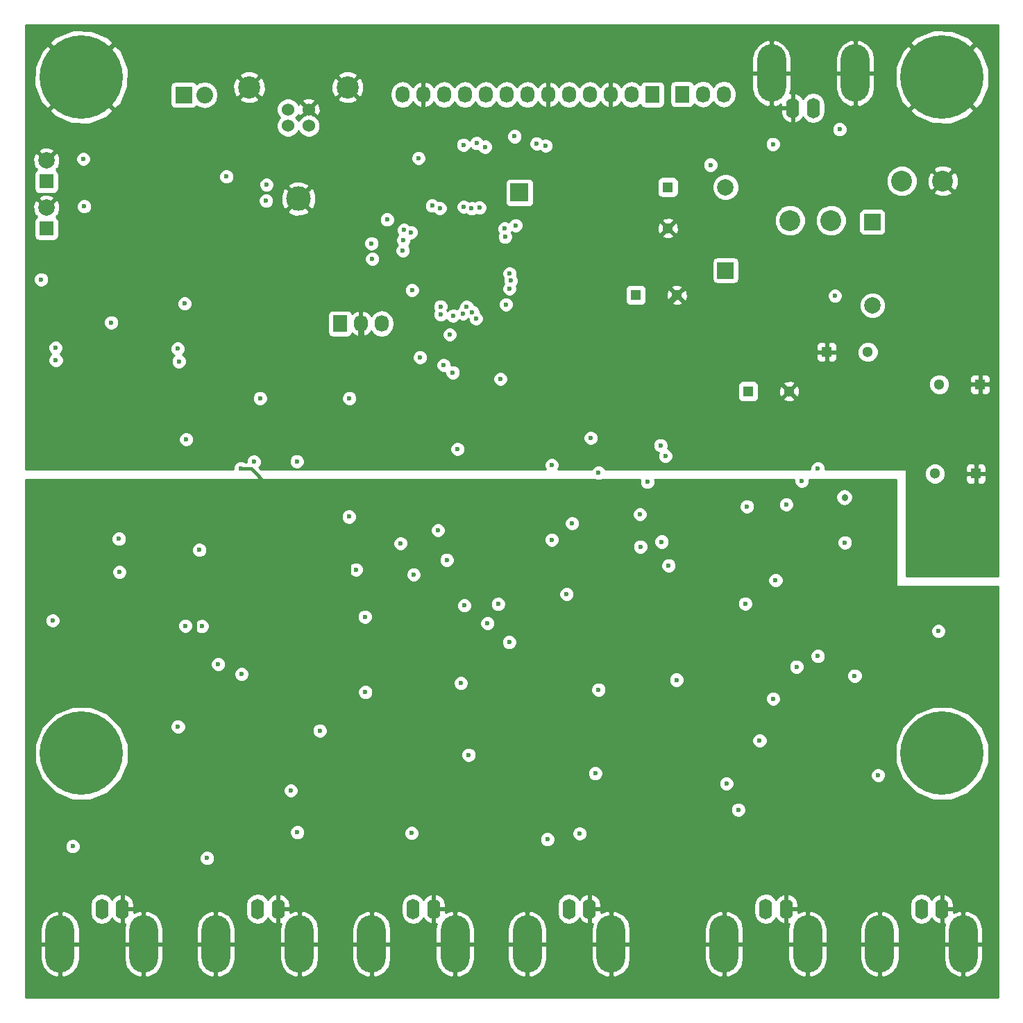
<source format=gbr>
G04 #@! TF.FileFunction,Copper,L2,Inr,Signal*
%FSLAX46Y46*%
G04 Gerber Fmt 4.6, Leading zero omitted, Abs format (unit mm)*
G04 Created by KiCad (PCBNEW (after 2015-may-25 BZR unknown)-product) date 7/20/2015 1:21:50 PM*
%MOMM*%
G01*
G04 APERTURE LIST*
%ADD10C,0.100000*%
%ADD11R,1.300000X1.300000*%
%ADD12C,1.300000*%
%ADD13R,1.699260X1.699260*%
%ADD14C,1.998980*%
%ADD15R,1.998980X1.998980*%
%ADD16C,2.540000*%
%ADD17R,2.235200X2.235200*%
%ADD18R,1.727200X2.032000*%
%ADD19O,1.727200X2.032000*%
%ADD20O,3.500120X7.000240*%
%ADD21O,1.600200X2.499360*%
%ADD22C,1.524000*%
%ADD23C,2.700020*%
%ADD24R,2.032000X2.032000*%
%ADD25O,2.032000X2.032000*%
%ADD26C,10.160000*%
%ADD27C,3.000000*%
%ADD28C,0.600000*%
%ADD29C,0.800000*%
%ADD30C,0.400000*%
%ADD31C,0.254000*%
G04 APERTURE END LIST*
D10*
D11*
X79050000Y-20450000D03*
D12*
X79050000Y-25450000D03*
D11*
X98450000Y-40550000D03*
D12*
X103450000Y-40550000D03*
D13*
X3250000Y-25500000D03*
D14*
X3250000Y-22960000D03*
D13*
X3250000Y-19750000D03*
D14*
X3250000Y-17210000D03*
X86097460Y-20440000D03*
D15*
X86097460Y-30600000D03*
D14*
X104002540Y-34860000D03*
D15*
X104002540Y-24700000D03*
D16*
X98949360Y-24500000D03*
X93950640Y-24500000D03*
X112599360Y-19700000D03*
X107600640Y-19700000D03*
D17*
X60950000Y-21100000D03*
D18*
X77160000Y-9150000D03*
D19*
X74620000Y-9150000D03*
X72080000Y-9150000D03*
X69540000Y-9150000D03*
X67000000Y-9150000D03*
X64460000Y-9150000D03*
X61920000Y-9150000D03*
X59380000Y-9150000D03*
X56840000Y-9150000D03*
X54300000Y-9150000D03*
X51760000Y-9150000D03*
X49220000Y-9150000D03*
X46680000Y-9150000D03*
D20*
X91702220Y-6536600D03*
X101900320Y-6536600D03*
D21*
X96800000Y-10801260D03*
X94300640Y-10801260D03*
D18*
X80800000Y-9100000D03*
D19*
X83340000Y-9100000D03*
X85880000Y-9100000D03*
D20*
X96097780Y-112763400D03*
X85899680Y-112763400D03*
D21*
X91000000Y-108498740D03*
X93499360Y-108498740D03*
D20*
X115097780Y-112763400D03*
X104899680Y-112763400D03*
D21*
X110000000Y-108498740D03*
X112499360Y-108498740D03*
D20*
X15097780Y-112763400D03*
X4899680Y-112763400D03*
D21*
X10000000Y-108498740D03*
X12499360Y-108498740D03*
D20*
X53097780Y-112763400D03*
X42899680Y-112763400D03*
D21*
X48000000Y-108498740D03*
X50499360Y-108498740D03*
D20*
X72097780Y-112763400D03*
X61899680Y-112763400D03*
D21*
X67000000Y-108498740D03*
X69499360Y-108498740D03*
D20*
X34097780Y-112763400D03*
X23899680Y-112763400D03*
D21*
X29000000Y-108498740D03*
X31499360Y-108498740D03*
D22*
X35250000Y-12959000D03*
X32710000Y-12959000D03*
X32710000Y-10960020D03*
X35250000Y-10960020D03*
D23*
X39979480Y-8260000D03*
X27980520Y-8260000D03*
D11*
X75150000Y-33600000D03*
D12*
X80150000Y-33600000D03*
D11*
X88850000Y-45350000D03*
D12*
X93850000Y-45350000D03*
D11*
X117150000Y-44500000D03*
D12*
X112150000Y-44500000D03*
D11*
X116650000Y-55400000D03*
D12*
X111650000Y-55400000D03*
D24*
X20000000Y-9200000D03*
D25*
X22540000Y-9200000D03*
D18*
X39060000Y-37090000D03*
D19*
X41600000Y-37090000D03*
X44140000Y-37090000D03*
D26*
X112500000Y-89500000D03*
X7500000Y-7000000D03*
X112500000Y-7000000D03*
X7500000Y-89500000D03*
D27*
X33980000Y-21850000D03*
D28*
X49350000Y-53100000D03*
X100600000Y-58250000D03*
X87400000Y-54600000D03*
X46450000Y-63900000D03*
X42100000Y-72850000D03*
X42450000Y-43450000D03*
X75650000Y-60350000D03*
X60350000Y-14250000D03*
X47850000Y-33000000D03*
X59300000Y-34750000D03*
X25200000Y-19150000D03*
X48650000Y-16900000D03*
X44800000Y-24400000D03*
X60500000Y-25100000D03*
X48050000Y-67700000D03*
X11150000Y-36950000D03*
X112050000Y-74600000D03*
X100650000Y-63800000D03*
X75700000Y-64300000D03*
X88700000Y-59400000D03*
X33800000Y-53900000D03*
X100000000Y-13400000D03*
X30100000Y-20150000D03*
X99450000Y-33700000D03*
X2600000Y-31700000D03*
X20300000Y-51200000D03*
X68300000Y-99300000D03*
X87650000Y-96400000D03*
X66700000Y-70100000D03*
X78300000Y-63700000D03*
X92200000Y-68400000D03*
X101850000Y-80050000D03*
X41000000Y-67100000D03*
X20100000Y-34650000D03*
X22200000Y-74000000D03*
X54500000Y-78150000D03*
X40650000Y-71600000D03*
X40150000Y-68250000D03*
X44350000Y-63600000D03*
X23700000Y-61950000D03*
X47250000Y-57050000D03*
X26950000Y-54750000D03*
X20100000Y-71100000D03*
X22250000Y-70500000D03*
X3850000Y-70450000D03*
X18550000Y-79150000D03*
X18750000Y-83650000D03*
X32750000Y-87250000D03*
X37200000Y-83250000D03*
X52450000Y-90950000D03*
X64550000Y-102100000D03*
X67750000Y-97150000D03*
X70350000Y-90100000D03*
X68100000Y-87650000D03*
X84150000Y-96800000D03*
X88000000Y-91050000D03*
X87100000Y-101800000D03*
X103000000Y-96050000D03*
X93400000Y-94500000D03*
X105250000Y-81400000D03*
X110450000Y-77600000D03*
X91850000Y-81450000D03*
X88450000Y-73300000D03*
X82500000Y-74100000D03*
X79900000Y-78950000D03*
X75050000Y-71900000D03*
X82350000Y-67100000D03*
X71900000Y-69850000D03*
X73300000Y-66050000D03*
X83800000Y-63600000D03*
X86750000Y-60450000D03*
X96250000Y-67150000D03*
X64900000Y-54350000D03*
X6450000Y-100850000D03*
X53400000Y-52400000D03*
X40200000Y-46200000D03*
X29300000Y-46200000D03*
X36600000Y-86750000D03*
X53800000Y-80950000D03*
X80100000Y-80550000D03*
X91900000Y-82850000D03*
X86200000Y-93200000D03*
X57050000Y-73650000D03*
X19300000Y-86250000D03*
X4000000Y-73300000D03*
X47800000Y-99250000D03*
X104700000Y-92200000D03*
X88500000Y-71250000D03*
X79150000Y-66600000D03*
X90250000Y-87950000D03*
X70200000Y-91950000D03*
X70600000Y-81750000D03*
X64350000Y-100000000D03*
X22850000Y-102300000D03*
X33850000Y-99150000D03*
X28550000Y-53950000D03*
X54750000Y-89700000D03*
X33050000Y-94050000D03*
X21900000Y-64700000D03*
X20200000Y-73950000D03*
X12100000Y-63350000D03*
X12150000Y-67400000D03*
X27050000Y-79850000D03*
X24200000Y-78650000D03*
X42150000Y-82050000D03*
X40150000Y-60650000D03*
X59700000Y-75950000D03*
X58350000Y-71300000D03*
X97350000Y-77650000D03*
X94750000Y-78950000D03*
X54050000Y-35850000D03*
X64150000Y-15400000D03*
X63050000Y-15125000D03*
X51350000Y-36000000D03*
X4350000Y-40050000D03*
X19250000Y-40150000D03*
X52850000Y-36150000D03*
X19400000Y-41700000D03*
X4400000Y-41550000D03*
X59750000Y-30975000D03*
X56750000Y-15525000D03*
X54500000Y-35050000D03*
X55725000Y-15075000D03*
X54125000Y-15275000D03*
X51325000Y-35025000D03*
X91875000Y-15200000D03*
X84250000Y-17725000D03*
X7850000Y-22800000D03*
X59900000Y-31850000D03*
X59725000Y-32825000D03*
X7750000Y-17000000D03*
X55650000Y-36475000D03*
X59150000Y-25500000D03*
X55200000Y-35700000D03*
X59200000Y-26500000D03*
X64900000Y-63450000D03*
X76550000Y-56400000D03*
X46725000Y-28175000D03*
X30050000Y-22100000D03*
X43000000Y-29200000D03*
X42900000Y-27300000D03*
X56050000Y-22950000D03*
X51000000Y-62300000D03*
X52075000Y-65925000D03*
X55100000Y-23050000D03*
X54150000Y-22850000D03*
X54225000Y-71475000D03*
X52825000Y-43050000D03*
X46875000Y-25675000D03*
X69650000Y-51050000D03*
X78150000Y-51950000D03*
X46800000Y-26925000D03*
X51700000Y-42150000D03*
X78750000Y-53250000D03*
X70600000Y-55300000D03*
X48825000Y-41200000D03*
X67375000Y-61450000D03*
X52450000Y-38425000D03*
X51225000Y-23025000D03*
X95400000Y-56300000D03*
X97350000Y-54800000D03*
X58625000Y-43850000D03*
X50300000Y-22700000D03*
X93500000Y-59150000D03*
X47700000Y-25950000D03*
D29*
X100600000Y-58250000D02*
X100600000Y-58300000D01*
D30*
X42100000Y-72850000D02*
X42100000Y-72800000D01*
D29*
X42450000Y-43450000D02*
X41600000Y-42600000D01*
X41600000Y-42600000D02*
X41600000Y-37090000D01*
X46950000Y-43450000D02*
X49800000Y-46300000D01*
X49800000Y-46300000D02*
X67450000Y-46300000D01*
X67450000Y-46300000D02*
X80150000Y-33600000D01*
X42450000Y-43450000D02*
X46950000Y-43450000D01*
D30*
X54500000Y-78150000D02*
X52950000Y-76600000D01*
X44850000Y-76600000D02*
X44100000Y-76600000D01*
X48650000Y-76600000D02*
X44850000Y-76600000D01*
X52950000Y-76600000D02*
X48650000Y-76600000D01*
X44100000Y-76600000D02*
X40400000Y-72900000D01*
X40400000Y-72900000D02*
X40400000Y-71850000D01*
X40400000Y-71850000D02*
X40650000Y-71600000D01*
X40150000Y-65050000D02*
X40150000Y-68250000D01*
X41350000Y-63700000D02*
X40150000Y-64900000D01*
X42850000Y-63700000D02*
X41350000Y-63700000D01*
X40150000Y-64900000D02*
X40150000Y-65050000D01*
X44250000Y-63700000D02*
X42850000Y-63700000D01*
X44350000Y-63600000D02*
X44250000Y-63700000D01*
X30100000Y-62650000D02*
X32400000Y-62650000D01*
X24750000Y-62650000D02*
X30100000Y-62650000D01*
X32400000Y-62650000D02*
X35950000Y-66200000D01*
X35950000Y-66200000D02*
X39000000Y-66200000D01*
X39000000Y-66200000D02*
X40150000Y-65050000D01*
X24400000Y-62650000D02*
X24750000Y-62650000D01*
X23700000Y-61950000D02*
X24400000Y-62650000D01*
X44850000Y-64100000D02*
X44350000Y-63600000D01*
X44850000Y-76600000D02*
X44850000Y-64100000D01*
X47250000Y-57050000D02*
X42850000Y-61450000D01*
X42850000Y-61450000D02*
X42850000Y-63700000D01*
X26950000Y-54750000D02*
X26900000Y-54800000D01*
X26900000Y-54800000D02*
X28200000Y-54800000D01*
X28200000Y-54800000D02*
X30100000Y-56700000D01*
X30100000Y-56700000D02*
X30100000Y-62650000D01*
X20100000Y-71100000D02*
X20700000Y-70500000D01*
X21400000Y-70500000D02*
X22250000Y-70500000D01*
X20700000Y-70500000D02*
X21400000Y-70500000D01*
X24750000Y-63450000D02*
X24750000Y-62650000D01*
X21400000Y-66800000D02*
X24750000Y-63450000D01*
X21400000Y-66900000D02*
X21400000Y-66800000D01*
X21400000Y-70500000D02*
X21400000Y-66900000D01*
X3850000Y-70450000D02*
X8550000Y-65750000D01*
X8550000Y-65750000D02*
X20250000Y-65750000D01*
X20250000Y-65750000D02*
X21400000Y-66900000D01*
X21350000Y-76350000D02*
X21350000Y-75550000D01*
X21350000Y-75550000D02*
X21350000Y-71000000D01*
X21350000Y-71000000D02*
X21400000Y-70950000D01*
X21400000Y-70950000D02*
X21400000Y-70500000D01*
X18550000Y-79150000D02*
X21350000Y-76350000D01*
X18750000Y-83650000D02*
X21350000Y-81050000D01*
X21350000Y-81050000D02*
X21350000Y-76350000D01*
X29850000Y-75200000D02*
X21700000Y-75200000D01*
X33750000Y-79100000D02*
X29850000Y-75200000D01*
X33750000Y-81100000D02*
X33750000Y-79100000D01*
X21700000Y-75200000D02*
X21350000Y-75550000D01*
X33750000Y-86250000D02*
X33750000Y-81100000D01*
X32750000Y-87250000D02*
X33750000Y-86250000D01*
X37200000Y-83250000D02*
X35050000Y-81100000D01*
X35050000Y-81100000D02*
X33750000Y-81100000D01*
X53650000Y-84500000D02*
X48650000Y-79500000D01*
X53650000Y-88500000D02*
X53650000Y-84500000D01*
X48650000Y-79500000D02*
X48650000Y-76600000D01*
X53650000Y-89750000D02*
X53650000Y-88500000D01*
X52450000Y-90950000D02*
X53650000Y-89750000D01*
X64950000Y-97450000D02*
X61650000Y-94150000D01*
X61650000Y-94150000D02*
X56000000Y-88500000D01*
X56000000Y-88500000D02*
X53650000Y-88500000D01*
X66200000Y-97450000D02*
X64950000Y-97450000D01*
X67450000Y-97450000D02*
X66200000Y-97450000D01*
X67750000Y-97150000D02*
X67450000Y-97450000D01*
X65300000Y-91650000D02*
X64150000Y-91650000D01*
X64150000Y-91650000D02*
X61650000Y-94150000D01*
X68800000Y-91650000D02*
X65300000Y-91650000D01*
X70350000Y-90100000D02*
X68800000Y-91650000D01*
X68100000Y-87650000D02*
X65300000Y-90450000D01*
X65300000Y-90450000D02*
X65300000Y-91650000D01*
X69100000Y-96350000D02*
X69100000Y-91950000D01*
X70050000Y-97300000D02*
X69100000Y-96350000D01*
X76900000Y-97300000D02*
X70050000Y-97300000D01*
X77900000Y-97300000D02*
X76900000Y-97300000D01*
X69100000Y-91950000D02*
X68800000Y-91650000D01*
X80300000Y-97300000D02*
X77900000Y-97300000D01*
X83650000Y-97300000D02*
X80300000Y-97300000D01*
X84150000Y-96800000D02*
X83650000Y-97300000D01*
X86500000Y-91850000D02*
X85850000Y-91850000D01*
X85850000Y-91850000D02*
X83350000Y-91850000D01*
X83350000Y-91850000D02*
X77900000Y-97300000D01*
X87200000Y-91850000D02*
X86500000Y-91850000D01*
X88000000Y-91050000D02*
X87200000Y-91850000D01*
X87100000Y-101800000D02*
X86850000Y-101550000D01*
X86850000Y-101550000D02*
X84550000Y-101550000D01*
X84550000Y-101550000D02*
X80300000Y-97300000D01*
X87750000Y-93100000D02*
X86500000Y-91850000D01*
X89325000Y-94675000D02*
X87750000Y-93100000D01*
X92000000Y-97350000D02*
X89325000Y-94675000D01*
X101700000Y-97350000D02*
X92000000Y-97350000D01*
X103000000Y-96050000D02*
X101700000Y-97350000D01*
X93400000Y-94500000D02*
X93225000Y-94675000D01*
X93225000Y-94675000D02*
X89325000Y-94675000D01*
X102050000Y-82400000D02*
X97900000Y-86550000D01*
X104250000Y-82400000D02*
X102050000Y-82400000D01*
X97900000Y-86550000D02*
X91350000Y-93100000D01*
X91350000Y-93100000D02*
X87750000Y-93100000D01*
X105250000Y-81400000D02*
X104250000Y-82400000D01*
X110450000Y-77600000D02*
X110100000Y-77950000D01*
X110100000Y-77950000D02*
X110100000Y-79150000D01*
X110100000Y-79150000D02*
X106850000Y-82400000D01*
X106850000Y-82400000D02*
X104250000Y-82400000D01*
X91850000Y-81450000D02*
X92350000Y-81950000D01*
X92350000Y-81950000D02*
X93300000Y-81950000D01*
X93300000Y-81950000D02*
X97900000Y-86550000D01*
X86300000Y-76950000D02*
X86300000Y-79550000D01*
X88450000Y-73300000D02*
X86300000Y-75450000D01*
X86300000Y-75450000D02*
X86300000Y-76950000D01*
X86300000Y-79550000D02*
X86300000Y-91400000D01*
X86300000Y-91400000D02*
X85850000Y-91850000D01*
X83900000Y-75500000D02*
X84850000Y-75500000D01*
X84850000Y-75500000D02*
X86300000Y-76950000D01*
X82500000Y-74100000D02*
X83900000Y-75500000D01*
X79900000Y-78950000D02*
X80500000Y-79550000D01*
X80500000Y-79550000D02*
X86300000Y-79550000D01*
X76250000Y-73100000D02*
X78650000Y-75500000D01*
X78650000Y-75500000D02*
X83900000Y-75500000D01*
X75050000Y-71900000D02*
X76250000Y-73100000D01*
X83550000Y-68300000D02*
X84850000Y-69600000D01*
X84850000Y-69700000D02*
X84850000Y-75500000D01*
X84850000Y-69600000D02*
X84850000Y-69700000D01*
X82350000Y-67100000D02*
X83550000Y-68300000D01*
X75500000Y-70150000D02*
X76250000Y-70900000D01*
X75150000Y-70150000D02*
X75500000Y-70150000D01*
X76250000Y-70900000D02*
X76250000Y-73100000D01*
X72200000Y-70150000D02*
X75150000Y-70150000D01*
X71900000Y-69850000D02*
X72200000Y-70150000D01*
X73300000Y-66050000D02*
X74450000Y-67200000D01*
X74450000Y-67200000D02*
X74450000Y-69450000D01*
X74450000Y-69450000D02*
X75150000Y-70150000D01*
X83800000Y-65550000D02*
X83800000Y-66100000D01*
X83800000Y-63600000D02*
X83800000Y-65550000D01*
X83800000Y-66100000D02*
X83800000Y-68050000D01*
X83800000Y-68050000D02*
X83550000Y-68300000D01*
X86750000Y-60450000D02*
X86750000Y-62200000D01*
X86750000Y-62200000D02*
X86750000Y-62600000D01*
X86750000Y-62600000D02*
X83800000Y-65550000D01*
X64850000Y-102100000D02*
X66200000Y-100750000D01*
X66200000Y-100750000D02*
X66200000Y-97450000D01*
X64550000Y-102100000D02*
X64850000Y-102100000D01*
X96250000Y-68600000D02*
X92550000Y-72300000D01*
X92550000Y-72300000D02*
X89450000Y-72300000D01*
X89450000Y-72300000D02*
X88450000Y-73300000D01*
X96250000Y-67150000D02*
X96250000Y-68600000D01*
X64900000Y-63450000D02*
X64900000Y-63400000D01*
D31*
G36*
X119315000Y-119315000D02*
X118215989Y-119315000D01*
X118215989Y-88368204D01*
X117347766Y-86266942D01*
X115741514Y-84657884D01*
X113641771Y-83785995D01*
X112985162Y-83785422D01*
X112985162Y-74414833D01*
X112843117Y-74071057D01*
X112580327Y-73807808D01*
X112236799Y-73665162D01*
X111864833Y-73664838D01*
X111521057Y-73806883D01*
X111257808Y-74069673D01*
X111115162Y-74413201D01*
X111114838Y-74785167D01*
X111256883Y-75128943D01*
X111519673Y-75392192D01*
X111863201Y-75534838D01*
X112235167Y-75535162D01*
X112578943Y-75393117D01*
X112842192Y-75130327D01*
X112984838Y-74786799D01*
X112985162Y-74414833D01*
X112985162Y-83785422D01*
X111368204Y-83784011D01*
X109266942Y-84652234D01*
X107657884Y-86258486D01*
X106785995Y-88358229D01*
X106784011Y-90631796D01*
X107652234Y-92733058D01*
X109258486Y-94342116D01*
X111358229Y-95214005D01*
X113631796Y-95215989D01*
X115733058Y-94347766D01*
X117342116Y-92741514D01*
X118214005Y-90641771D01*
X118215989Y-88368204D01*
X118215989Y-119315000D01*
X117482840Y-119315000D01*
X117482840Y-114640460D01*
X117482840Y-112890400D01*
X117482840Y-112636400D01*
X117482840Y-110886340D01*
X117252687Y-109983284D01*
X116694469Y-109237045D01*
X115893170Y-108761231D01*
X115595793Y-108680854D01*
X115224780Y-108790655D01*
X115224780Y-112636400D01*
X117482840Y-112636400D01*
X117482840Y-112890400D01*
X115224780Y-112890400D01*
X115224780Y-116736145D01*
X115595793Y-116845946D01*
X115893170Y-116765569D01*
X116694469Y-116289755D01*
X117252687Y-115543516D01*
X117482840Y-114640460D01*
X117482840Y-119315000D01*
X114970780Y-119315000D01*
X114970780Y-116736145D01*
X114970780Y-112890400D01*
X114970780Y-112636400D01*
X114970780Y-108790655D01*
X114599767Y-108680854D01*
X114302390Y-108761231D01*
X113934460Y-108979709D01*
X113934460Y-108625740D01*
X113934460Y-108371740D01*
X113934460Y-107922160D01*
X113776619Y-107382638D01*
X113424327Y-106944588D01*
X112931217Y-106674699D01*
X112848415Y-106657157D01*
X112626360Y-106779144D01*
X112626360Y-108371740D01*
X113934460Y-108371740D01*
X113934460Y-108625740D01*
X112626360Y-108625740D01*
X112626360Y-110218336D01*
X112848415Y-110340323D01*
X112852075Y-110339547D01*
X112712720Y-110886340D01*
X112712720Y-112636400D01*
X114970780Y-112636400D01*
X114970780Y-112890400D01*
X112712720Y-112890400D01*
X112712720Y-114640460D01*
X112942873Y-115543516D01*
X113501091Y-116289755D01*
X114302390Y-116765569D01*
X114599767Y-116845946D01*
X114970780Y-116736145D01*
X114970780Y-119315000D01*
X112372360Y-119315000D01*
X112372360Y-110218336D01*
X112372360Y-108625740D01*
X112352360Y-108625740D01*
X112352360Y-108371740D01*
X112372360Y-108371740D01*
X112372360Y-106779144D01*
X112150305Y-106657157D01*
X112067503Y-106674699D01*
X111574393Y-106944588D01*
X111249427Y-107348659D01*
X111014769Y-106997468D01*
X110549189Y-106686377D01*
X110000000Y-106577137D01*
X109450811Y-106686377D01*
X108985231Y-106997468D01*
X108674140Y-107463048D01*
X108564900Y-108012237D01*
X108564900Y-108985243D01*
X108674140Y-109534432D01*
X108985231Y-110000012D01*
X109450811Y-110311103D01*
X110000000Y-110420343D01*
X110549189Y-110311103D01*
X111014769Y-110000012D01*
X111249427Y-109648820D01*
X111574393Y-110052892D01*
X112067503Y-110322781D01*
X112150305Y-110340323D01*
X112372360Y-110218336D01*
X112372360Y-119315000D01*
X107284740Y-119315000D01*
X107284740Y-114640460D01*
X107284740Y-112890400D01*
X107284740Y-112636400D01*
X107284740Y-110886340D01*
X107054587Y-109983284D01*
X106496369Y-109237045D01*
X105695070Y-108761231D01*
X105635162Y-108745038D01*
X105635162Y-92014833D01*
X105493117Y-91671057D01*
X105230327Y-91407808D01*
X104886799Y-91265162D01*
X104514833Y-91264838D01*
X104171057Y-91406883D01*
X103907808Y-91669673D01*
X103765162Y-92013201D01*
X103764838Y-92385167D01*
X103906883Y-92728943D01*
X104169673Y-92992192D01*
X104513201Y-93134838D01*
X104885167Y-93135162D01*
X105228943Y-92993117D01*
X105492192Y-92730327D01*
X105634838Y-92386799D01*
X105635162Y-92014833D01*
X105635162Y-108745038D01*
X105397693Y-108680854D01*
X105026680Y-108790655D01*
X105026680Y-112636400D01*
X107284740Y-112636400D01*
X107284740Y-112890400D01*
X105026680Y-112890400D01*
X105026680Y-116736145D01*
X105397693Y-116845946D01*
X105695070Y-116765569D01*
X106496369Y-116289755D01*
X107054587Y-115543516D01*
X107284740Y-114640460D01*
X107284740Y-119315000D01*
X104772680Y-119315000D01*
X104772680Y-116736145D01*
X104772680Y-112890400D01*
X104772680Y-112636400D01*
X104772680Y-108790655D01*
X104401667Y-108680854D01*
X104104290Y-108761231D01*
X103302991Y-109237045D01*
X102785162Y-109929291D01*
X102785162Y-79864833D01*
X102643117Y-79521057D01*
X102380327Y-79257808D01*
X102036799Y-79115162D01*
X101664833Y-79114838D01*
X101635000Y-79127164D01*
X101635000Y-58300000D01*
X101635000Y-58250000D01*
X101556215Y-57853923D01*
X101331856Y-57518144D01*
X100996077Y-57293785D01*
X100600000Y-57215000D01*
X100203923Y-57293785D01*
X99868144Y-57518144D01*
X99643785Y-57853923D01*
X99565000Y-58250000D01*
X99565000Y-58300000D01*
X99643785Y-58696077D01*
X99868144Y-59031856D01*
X100203923Y-59256215D01*
X100600000Y-59335000D01*
X100996077Y-59256215D01*
X101331856Y-59031856D01*
X101556215Y-58696077D01*
X101635000Y-58300000D01*
X101635000Y-79127164D01*
X101585162Y-79147757D01*
X101585162Y-63614833D01*
X101443117Y-63271057D01*
X101180327Y-63007808D01*
X100836799Y-62865162D01*
X100464833Y-62864838D01*
X100121057Y-63006883D01*
X99857808Y-63269673D01*
X99715162Y-63613201D01*
X99714838Y-63985167D01*
X99856883Y-64328943D01*
X100119673Y-64592192D01*
X100463201Y-64734838D01*
X100835167Y-64735162D01*
X101178943Y-64593117D01*
X101442192Y-64330327D01*
X101584838Y-63986799D01*
X101585162Y-63614833D01*
X101585162Y-79147757D01*
X101321057Y-79256883D01*
X101057808Y-79519673D01*
X100915162Y-79863201D01*
X100914838Y-80235167D01*
X101056883Y-80578943D01*
X101319673Y-80842192D01*
X101663201Y-80984838D01*
X102035167Y-80985162D01*
X102378943Y-80843117D01*
X102642192Y-80580327D01*
X102784838Y-80236799D01*
X102785162Y-79864833D01*
X102785162Y-109929291D01*
X102744773Y-109983284D01*
X102514620Y-110886340D01*
X102514620Y-112636400D01*
X104772680Y-112636400D01*
X104772680Y-112890400D01*
X102514620Y-112890400D01*
X102514620Y-114640460D01*
X102744773Y-115543516D01*
X103302991Y-116289755D01*
X104104290Y-116765569D01*
X104401667Y-116845946D01*
X104772680Y-116736145D01*
X104772680Y-119315000D01*
X98482840Y-119315000D01*
X98482840Y-114640460D01*
X98482840Y-112890400D01*
X98482840Y-112636400D01*
X98482840Y-110886340D01*
X98285162Y-110110706D01*
X98285162Y-77464833D01*
X98143117Y-77121057D01*
X97880327Y-76857808D01*
X97536799Y-76715162D01*
X97164833Y-76714838D01*
X96821057Y-76856883D01*
X96557808Y-77119673D01*
X96415162Y-77463201D01*
X96414838Y-77835167D01*
X96556883Y-78178943D01*
X96819673Y-78442192D01*
X97163201Y-78584838D01*
X97535167Y-78585162D01*
X97878943Y-78443117D01*
X98142192Y-78180327D01*
X98284838Y-77836799D01*
X98285162Y-77464833D01*
X98285162Y-110110706D01*
X98252687Y-109983284D01*
X97694469Y-109237045D01*
X96893170Y-108761231D01*
X96595793Y-108680854D01*
X96224780Y-108790655D01*
X96224780Y-112636400D01*
X98482840Y-112636400D01*
X98482840Y-112890400D01*
X96224780Y-112890400D01*
X96224780Y-116736145D01*
X96595793Y-116845946D01*
X96893170Y-116765569D01*
X97694469Y-116289755D01*
X98252687Y-115543516D01*
X98482840Y-114640460D01*
X98482840Y-119315000D01*
X95970780Y-119315000D01*
X95970780Y-116736145D01*
X95970780Y-112890400D01*
X95970780Y-112636400D01*
X95970780Y-108790655D01*
X95685162Y-108706126D01*
X95685162Y-78764833D01*
X95543117Y-78421057D01*
X95280327Y-78157808D01*
X94936799Y-78015162D01*
X94564833Y-78014838D01*
X94435162Y-78068416D01*
X94435162Y-58964833D01*
X94293117Y-58621057D01*
X94030327Y-58357808D01*
X93686799Y-58215162D01*
X93314833Y-58214838D01*
X92971057Y-58356883D01*
X92707808Y-58619673D01*
X92565162Y-58963201D01*
X92564838Y-59335167D01*
X92706883Y-59678943D01*
X92969673Y-59942192D01*
X93313201Y-60084838D01*
X93685167Y-60085162D01*
X94028943Y-59943117D01*
X94292192Y-59680327D01*
X94434838Y-59336799D01*
X94435162Y-58964833D01*
X94435162Y-78068416D01*
X94221057Y-78156883D01*
X93957808Y-78419673D01*
X93815162Y-78763201D01*
X93814838Y-79135167D01*
X93956883Y-79478943D01*
X94219673Y-79742192D01*
X94563201Y-79884838D01*
X94935167Y-79885162D01*
X95278943Y-79743117D01*
X95542192Y-79480327D01*
X95684838Y-79136799D01*
X95685162Y-78764833D01*
X95685162Y-108706126D01*
X95599767Y-108680854D01*
X95302390Y-108761231D01*
X94934460Y-108979709D01*
X94934460Y-108625740D01*
X94934460Y-108371740D01*
X94934460Y-107922160D01*
X94776619Y-107382638D01*
X94424327Y-106944588D01*
X93931217Y-106674699D01*
X93848415Y-106657157D01*
X93626360Y-106779144D01*
X93626360Y-108371740D01*
X94934460Y-108371740D01*
X94934460Y-108625740D01*
X93626360Y-108625740D01*
X93626360Y-110218336D01*
X93848415Y-110340323D01*
X93852075Y-110339547D01*
X93712720Y-110886340D01*
X93712720Y-112636400D01*
X95970780Y-112636400D01*
X95970780Y-112890400D01*
X93712720Y-112890400D01*
X93712720Y-114640460D01*
X93942873Y-115543516D01*
X94501091Y-116289755D01*
X95302390Y-116765569D01*
X95599767Y-116845946D01*
X95970780Y-116736145D01*
X95970780Y-119315000D01*
X93372360Y-119315000D01*
X93372360Y-110218336D01*
X93372360Y-108625740D01*
X93352360Y-108625740D01*
X93352360Y-108371740D01*
X93372360Y-108371740D01*
X93372360Y-106779144D01*
X93150305Y-106657157D01*
X93135162Y-106660365D01*
X93135162Y-68214833D01*
X92993117Y-67871057D01*
X92730327Y-67607808D01*
X92386799Y-67465162D01*
X92014833Y-67464838D01*
X91671057Y-67606883D01*
X91407808Y-67869673D01*
X91265162Y-68213201D01*
X91264838Y-68585167D01*
X91406883Y-68928943D01*
X91669673Y-69192192D01*
X92013201Y-69334838D01*
X92385167Y-69335162D01*
X92728943Y-69193117D01*
X92992192Y-68930327D01*
X93134838Y-68586799D01*
X93135162Y-68214833D01*
X93135162Y-106660365D01*
X93067503Y-106674699D01*
X92835162Y-106801863D01*
X92835162Y-82664833D01*
X92693117Y-82321057D01*
X92430327Y-82057808D01*
X92086799Y-81915162D01*
X91714833Y-81914838D01*
X91371057Y-82056883D01*
X91107808Y-82319673D01*
X90965162Y-82663201D01*
X90964838Y-83035167D01*
X91106883Y-83378943D01*
X91369673Y-83642192D01*
X91713201Y-83784838D01*
X92085167Y-83785162D01*
X92428943Y-83643117D01*
X92692192Y-83380327D01*
X92834838Y-83036799D01*
X92835162Y-82664833D01*
X92835162Y-106801863D01*
X92574393Y-106944588D01*
X92249427Y-107348659D01*
X92014769Y-106997468D01*
X91549189Y-106686377D01*
X91185162Y-106613967D01*
X91185162Y-87764833D01*
X91043117Y-87421057D01*
X90780327Y-87157808D01*
X90436799Y-87015162D01*
X90064833Y-87014838D01*
X89721057Y-87156883D01*
X89635162Y-87242628D01*
X89635162Y-59214833D01*
X89493117Y-58871057D01*
X89230327Y-58607808D01*
X88886799Y-58465162D01*
X88514833Y-58464838D01*
X88171057Y-58606883D01*
X87907808Y-58869673D01*
X87765162Y-59213201D01*
X87764838Y-59585167D01*
X87906883Y-59928943D01*
X88169673Y-60192192D01*
X88513201Y-60334838D01*
X88885167Y-60335162D01*
X89228943Y-60193117D01*
X89492192Y-59930327D01*
X89634838Y-59586799D01*
X89635162Y-59214833D01*
X89635162Y-87242628D01*
X89457808Y-87419673D01*
X89435162Y-87474210D01*
X89435162Y-71064833D01*
X89293117Y-70721057D01*
X89030327Y-70457808D01*
X88686799Y-70315162D01*
X88314833Y-70314838D01*
X87971057Y-70456883D01*
X87707808Y-70719673D01*
X87565162Y-71063201D01*
X87564838Y-71435167D01*
X87706883Y-71778943D01*
X87969673Y-72042192D01*
X88313201Y-72184838D01*
X88685167Y-72185162D01*
X89028943Y-72043117D01*
X89292192Y-71780327D01*
X89434838Y-71436799D01*
X89435162Y-71064833D01*
X89435162Y-87474210D01*
X89315162Y-87763201D01*
X89314838Y-88135167D01*
X89456883Y-88478943D01*
X89719673Y-88742192D01*
X90063201Y-88884838D01*
X90435167Y-88885162D01*
X90778943Y-88743117D01*
X91042192Y-88480327D01*
X91184838Y-88136799D01*
X91185162Y-87764833D01*
X91185162Y-106613967D01*
X91000000Y-106577137D01*
X90450811Y-106686377D01*
X89985231Y-106997468D01*
X89674140Y-107463048D01*
X89564900Y-108012237D01*
X89564900Y-108985243D01*
X89674140Y-109534432D01*
X89985231Y-110000012D01*
X90450811Y-110311103D01*
X91000000Y-110420343D01*
X91549189Y-110311103D01*
X92014769Y-110000012D01*
X92249427Y-109648820D01*
X92574393Y-110052892D01*
X93067503Y-110322781D01*
X93150305Y-110340323D01*
X93372360Y-110218336D01*
X93372360Y-119315000D01*
X88585162Y-119315000D01*
X88585162Y-96214833D01*
X88443117Y-95871057D01*
X88180327Y-95607808D01*
X87836799Y-95465162D01*
X87464833Y-95464838D01*
X87135162Y-95601054D01*
X87135162Y-93014833D01*
X86993117Y-92671057D01*
X86730327Y-92407808D01*
X86386799Y-92265162D01*
X86014833Y-92264838D01*
X85671057Y-92406883D01*
X85407808Y-92669673D01*
X85265162Y-93013201D01*
X85264838Y-93385167D01*
X85406883Y-93728943D01*
X85669673Y-93992192D01*
X86013201Y-94134838D01*
X86385167Y-94135162D01*
X86728943Y-93993117D01*
X86992192Y-93730327D01*
X87134838Y-93386799D01*
X87135162Y-93014833D01*
X87135162Y-95601054D01*
X87121057Y-95606883D01*
X86857808Y-95869673D01*
X86715162Y-96213201D01*
X86714838Y-96585167D01*
X86856883Y-96928943D01*
X87119673Y-97192192D01*
X87463201Y-97334838D01*
X87835167Y-97335162D01*
X88178943Y-97193117D01*
X88442192Y-96930327D01*
X88584838Y-96586799D01*
X88585162Y-96214833D01*
X88585162Y-119315000D01*
X88284740Y-119315000D01*
X88284740Y-114640460D01*
X88284740Y-112890400D01*
X88284740Y-112636400D01*
X88284740Y-110886340D01*
X88054587Y-109983284D01*
X87496369Y-109237045D01*
X86695070Y-108761231D01*
X86397693Y-108680854D01*
X86026680Y-108790655D01*
X86026680Y-112636400D01*
X88284740Y-112636400D01*
X88284740Y-112890400D01*
X86026680Y-112890400D01*
X86026680Y-116736145D01*
X86397693Y-116845946D01*
X86695070Y-116765569D01*
X87496369Y-116289755D01*
X88054587Y-115543516D01*
X88284740Y-114640460D01*
X88284740Y-119315000D01*
X85772680Y-119315000D01*
X85772680Y-116736145D01*
X85772680Y-112890400D01*
X85772680Y-112636400D01*
X85772680Y-108790655D01*
X85401667Y-108680854D01*
X85104290Y-108761231D01*
X84302991Y-109237045D01*
X83744773Y-109983284D01*
X83514620Y-110886340D01*
X83514620Y-112636400D01*
X85772680Y-112636400D01*
X85772680Y-112890400D01*
X83514620Y-112890400D01*
X83514620Y-114640460D01*
X83744773Y-115543516D01*
X84302991Y-116289755D01*
X85104290Y-116765569D01*
X85401667Y-116845946D01*
X85772680Y-116736145D01*
X85772680Y-119315000D01*
X81035162Y-119315000D01*
X81035162Y-80364833D01*
X80893117Y-80021057D01*
X80630327Y-79757808D01*
X80286799Y-79615162D01*
X80085162Y-79614986D01*
X80085162Y-66414833D01*
X79943117Y-66071057D01*
X79680327Y-65807808D01*
X79336799Y-65665162D01*
X79235162Y-65665073D01*
X79235162Y-63514833D01*
X79093117Y-63171057D01*
X78830327Y-62907808D01*
X78486799Y-62765162D01*
X78114833Y-62764838D01*
X77771057Y-62906883D01*
X77507808Y-63169673D01*
X77365162Y-63513201D01*
X77364838Y-63885167D01*
X77506883Y-64228943D01*
X77769673Y-64492192D01*
X78113201Y-64634838D01*
X78485167Y-64635162D01*
X78828943Y-64493117D01*
X79092192Y-64230327D01*
X79234838Y-63886799D01*
X79235162Y-63514833D01*
X79235162Y-65665073D01*
X78964833Y-65664838D01*
X78621057Y-65806883D01*
X78357808Y-66069673D01*
X78215162Y-66413201D01*
X78214838Y-66785167D01*
X78356883Y-67128943D01*
X78619673Y-67392192D01*
X78963201Y-67534838D01*
X79335167Y-67535162D01*
X79678943Y-67393117D01*
X79942192Y-67130327D01*
X80084838Y-66786799D01*
X80085162Y-66414833D01*
X80085162Y-79614986D01*
X79914833Y-79614838D01*
X79571057Y-79756883D01*
X79307808Y-80019673D01*
X79165162Y-80363201D01*
X79164838Y-80735167D01*
X79306883Y-81078943D01*
X79569673Y-81342192D01*
X79913201Y-81484838D01*
X80285167Y-81485162D01*
X80628943Y-81343117D01*
X80892192Y-81080327D01*
X81034838Y-80736799D01*
X81035162Y-80364833D01*
X81035162Y-119315000D01*
X76635162Y-119315000D01*
X76635162Y-64114833D01*
X76585162Y-63993823D01*
X76585162Y-60164833D01*
X76443117Y-59821057D01*
X76180327Y-59557808D01*
X75836799Y-59415162D01*
X75464833Y-59414838D01*
X75121057Y-59556883D01*
X74857808Y-59819673D01*
X74715162Y-60163201D01*
X74714838Y-60535167D01*
X74856883Y-60878943D01*
X75119673Y-61142192D01*
X75463201Y-61284838D01*
X75835167Y-61285162D01*
X76178943Y-61143117D01*
X76442192Y-60880327D01*
X76584838Y-60536799D01*
X76585162Y-60164833D01*
X76585162Y-63993823D01*
X76493117Y-63771057D01*
X76230327Y-63507808D01*
X75886799Y-63365162D01*
X75514833Y-63364838D01*
X75171057Y-63506883D01*
X74907808Y-63769673D01*
X74765162Y-64113201D01*
X74764838Y-64485167D01*
X74906883Y-64828943D01*
X75169673Y-65092192D01*
X75513201Y-65234838D01*
X75885167Y-65235162D01*
X76228943Y-65093117D01*
X76492192Y-64830327D01*
X76634838Y-64486799D01*
X76635162Y-64114833D01*
X76635162Y-119315000D01*
X74482840Y-119315000D01*
X74482840Y-114640460D01*
X74482840Y-112890400D01*
X74482840Y-112636400D01*
X74482840Y-110886340D01*
X74252687Y-109983284D01*
X73694469Y-109237045D01*
X72893170Y-108761231D01*
X72595793Y-108680854D01*
X72224780Y-108790655D01*
X72224780Y-112636400D01*
X74482840Y-112636400D01*
X74482840Y-112890400D01*
X72224780Y-112890400D01*
X72224780Y-116736145D01*
X72595793Y-116845946D01*
X72893170Y-116765569D01*
X73694469Y-116289755D01*
X74252687Y-115543516D01*
X74482840Y-114640460D01*
X74482840Y-119315000D01*
X71970780Y-119315000D01*
X71970780Y-116736145D01*
X71970780Y-112890400D01*
X71970780Y-112636400D01*
X71970780Y-108790655D01*
X71599767Y-108680854D01*
X71535162Y-108698315D01*
X71535162Y-81564833D01*
X71393117Y-81221057D01*
X71130327Y-80957808D01*
X70786799Y-80815162D01*
X70414833Y-80814838D01*
X70071057Y-80956883D01*
X69807808Y-81219673D01*
X69665162Y-81563201D01*
X69664838Y-81935167D01*
X69806883Y-82278943D01*
X70069673Y-82542192D01*
X70413201Y-82684838D01*
X70785167Y-82685162D01*
X71128943Y-82543117D01*
X71392192Y-82280327D01*
X71534838Y-81936799D01*
X71535162Y-81564833D01*
X71535162Y-108698315D01*
X71302390Y-108761231D01*
X71135162Y-108860531D01*
X71135162Y-91764833D01*
X70993117Y-91421057D01*
X70730327Y-91157808D01*
X70386799Y-91015162D01*
X70014833Y-91014838D01*
X69671057Y-91156883D01*
X69407808Y-91419673D01*
X69265162Y-91763201D01*
X69264838Y-92135167D01*
X69406883Y-92478943D01*
X69669673Y-92742192D01*
X70013201Y-92884838D01*
X70385167Y-92885162D01*
X70728943Y-92743117D01*
X70992192Y-92480327D01*
X71134838Y-92136799D01*
X71135162Y-91764833D01*
X71135162Y-108860531D01*
X70934460Y-108979709D01*
X70934460Y-108625740D01*
X70934460Y-108371740D01*
X70934460Y-107922160D01*
X70776619Y-107382638D01*
X70424327Y-106944588D01*
X69931217Y-106674699D01*
X69848415Y-106657157D01*
X69626360Y-106779144D01*
X69626360Y-108371740D01*
X70934460Y-108371740D01*
X70934460Y-108625740D01*
X69626360Y-108625740D01*
X69626360Y-110218336D01*
X69848415Y-110340323D01*
X69852075Y-110339547D01*
X69712720Y-110886340D01*
X69712720Y-112636400D01*
X71970780Y-112636400D01*
X71970780Y-112890400D01*
X69712720Y-112890400D01*
X69712720Y-114640460D01*
X69942873Y-115543516D01*
X70501091Y-116289755D01*
X71302390Y-116765569D01*
X71599767Y-116845946D01*
X71970780Y-116736145D01*
X71970780Y-119315000D01*
X69372360Y-119315000D01*
X69372360Y-110218336D01*
X69372360Y-108625740D01*
X69352360Y-108625740D01*
X69352360Y-108371740D01*
X69372360Y-108371740D01*
X69372360Y-106779144D01*
X69235162Y-106703773D01*
X69235162Y-99114833D01*
X69093117Y-98771057D01*
X68830327Y-98507808D01*
X68486799Y-98365162D01*
X68310162Y-98365008D01*
X68310162Y-61264833D01*
X68168117Y-60921057D01*
X67905327Y-60657808D01*
X67561799Y-60515162D01*
X67189833Y-60514838D01*
X66846057Y-60656883D01*
X66582808Y-60919673D01*
X66440162Y-61263201D01*
X66439838Y-61635167D01*
X66581883Y-61978943D01*
X66844673Y-62242192D01*
X67188201Y-62384838D01*
X67560167Y-62385162D01*
X67903943Y-62243117D01*
X68167192Y-61980327D01*
X68309838Y-61636799D01*
X68310162Y-61264833D01*
X68310162Y-98365008D01*
X68114833Y-98364838D01*
X67771057Y-98506883D01*
X67635162Y-98642541D01*
X67635162Y-69914833D01*
X67493117Y-69571057D01*
X67230327Y-69307808D01*
X66886799Y-69165162D01*
X66514833Y-69164838D01*
X66171057Y-69306883D01*
X65907808Y-69569673D01*
X65835162Y-69744623D01*
X65835162Y-63264833D01*
X65693117Y-62921057D01*
X65430327Y-62657808D01*
X65086799Y-62515162D01*
X64714833Y-62514838D01*
X64371057Y-62656883D01*
X64107808Y-62919673D01*
X63965162Y-63263201D01*
X63964838Y-63635167D01*
X64106883Y-63978943D01*
X64369673Y-64242192D01*
X64713201Y-64384838D01*
X65085167Y-64385162D01*
X65428943Y-64243117D01*
X65692192Y-63980327D01*
X65834838Y-63636799D01*
X65835162Y-63264833D01*
X65835162Y-69744623D01*
X65765162Y-69913201D01*
X65764838Y-70285167D01*
X65906883Y-70628943D01*
X66169673Y-70892192D01*
X66513201Y-71034838D01*
X66885167Y-71035162D01*
X67228943Y-70893117D01*
X67492192Y-70630327D01*
X67634838Y-70286799D01*
X67635162Y-69914833D01*
X67635162Y-98642541D01*
X67507808Y-98769673D01*
X67365162Y-99113201D01*
X67364838Y-99485167D01*
X67506883Y-99828943D01*
X67769673Y-100092192D01*
X68113201Y-100234838D01*
X68485167Y-100235162D01*
X68828943Y-100093117D01*
X69092192Y-99830327D01*
X69234838Y-99486799D01*
X69235162Y-99114833D01*
X69235162Y-106703773D01*
X69150305Y-106657157D01*
X69067503Y-106674699D01*
X68574393Y-106944588D01*
X68249427Y-107348659D01*
X68014769Y-106997468D01*
X67549189Y-106686377D01*
X67000000Y-106577137D01*
X66450811Y-106686377D01*
X65985231Y-106997468D01*
X65674140Y-107463048D01*
X65564900Y-108012237D01*
X65564900Y-108985243D01*
X65674140Y-109534432D01*
X65985231Y-110000012D01*
X66450811Y-110311103D01*
X67000000Y-110420343D01*
X67549189Y-110311103D01*
X68014769Y-110000012D01*
X68249427Y-109648820D01*
X68574393Y-110052892D01*
X69067503Y-110322781D01*
X69150305Y-110340323D01*
X69372360Y-110218336D01*
X69372360Y-119315000D01*
X65285162Y-119315000D01*
X65285162Y-99814833D01*
X65143117Y-99471057D01*
X64880327Y-99207808D01*
X64536799Y-99065162D01*
X64164833Y-99064838D01*
X63821057Y-99206883D01*
X63557808Y-99469673D01*
X63415162Y-99813201D01*
X63414838Y-100185167D01*
X63556883Y-100528943D01*
X63819673Y-100792192D01*
X64163201Y-100934838D01*
X64535167Y-100935162D01*
X64878943Y-100793117D01*
X65142192Y-100530327D01*
X65284838Y-100186799D01*
X65285162Y-99814833D01*
X65285162Y-119315000D01*
X64284740Y-119315000D01*
X64284740Y-114640460D01*
X64284740Y-112890400D01*
X64284740Y-112636400D01*
X64284740Y-110886340D01*
X64054587Y-109983284D01*
X63496369Y-109237045D01*
X62695070Y-108761231D01*
X62397693Y-108680854D01*
X62026680Y-108790655D01*
X62026680Y-112636400D01*
X64284740Y-112636400D01*
X64284740Y-112890400D01*
X62026680Y-112890400D01*
X62026680Y-116736145D01*
X62397693Y-116845946D01*
X62695070Y-116765569D01*
X63496369Y-116289755D01*
X64054587Y-115543516D01*
X64284740Y-114640460D01*
X64284740Y-119315000D01*
X61772680Y-119315000D01*
X61772680Y-116736145D01*
X61772680Y-112890400D01*
X61772680Y-112636400D01*
X61772680Y-108790655D01*
X61401667Y-108680854D01*
X61104290Y-108761231D01*
X60635162Y-109039800D01*
X60635162Y-75764833D01*
X60493117Y-75421057D01*
X60230327Y-75157808D01*
X59886799Y-75015162D01*
X59514833Y-75014838D01*
X59285162Y-75109735D01*
X59285162Y-71114833D01*
X59143117Y-70771057D01*
X58880327Y-70507808D01*
X58536799Y-70365162D01*
X58164833Y-70364838D01*
X57821057Y-70506883D01*
X57557808Y-70769673D01*
X57415162Y-71113201D01*
X57414838Y-71485167D01*
X57556883Y-71828943D01*
X57819673Y-72092192D01*
X58163201Y-72234838D01*
X58535167Y-72235162D01*
X58878943Y-72093117D01*
X59142192Y-71830327D01*
X59284838Y-71486799D01*
X59285162Y-71114833D01*
X59285162Y-75109735D01*
X59171057Y-75156883D01*
X58907808Y-75419673D01*
X58765162Y-75763201D01*
X58764838Y-76135167D01*
X58906883Y-76478943D01*
X59169673Y-76742192D01*
X59513201Y-76884838D01*
X59885167Y-76885162D01*
X60228943Y-76743117D01*
X60492192Y-76480327D01*
X60634838Y-76136799D01*
X60635162Y-75764833D01*
X60635162Y-109039800D01*
X60302991Y-109237045D01*
X59744773Y-109983284D01*
X59514620Y-110886340D01*
X59514620Y-112636400D01*
X61772680Y-112636400D01*
X61772680Y-112890400D01*
X59514620Y-112890400D01*
X59514620Y-114640460D01*
X59744773Y-115543516D01*
X60302991Y-116289755D01*
X61104290Y-116765569D01*
X61401667Y-116845946D01*
X61772680Y-116736145D01*
X61772680Y-119315000D01*
X57985162Y-119315000D01*
X57985162Y-73464833D01*
X57843117Y-73121057D01*
X57580327Y-72857808D01*
X57236799Y-72715162D01*
X56864833Y-72714838D01*
X56521057Y-72856883D01*
X56257808Y-73119673D01*
X56115162Y-73463201D01*
X56114838Y-73835167D01*
X56256883Y-74178943D01*
X56519673Y-74442192D01*
X56863201Y-74584838D01*
X57235167Y-74585162D01*
X57578943Y-74443117D01*
X57842192Y-74180327D01*
X57984838Y-73836799D01*
X57985162Y-73464833D01*
X57985162Y-119315000D01*
X55685162Y-119315000D01*
X55685162Y-89514833D01*
X55543117Y-89171057D01*
X55280327Y-88907808D01*
X55160162Y-88857910D01*
X55160162Y-71289833D01*
X55018117Y-70946057D01*
X54755327Y-70682808D01*
X54411799Y-70540162D01*
X54039833Y-70539838D01*
X53696057Y-70681883D01*
X53432808Y-70944673D01*
X53290162Y-71288201D01*
X53289838Y-71660167D01*
X53431883Y-72003943D01*
X53694673Y-72267192D01*
X54038201Y-72409838D01*
X54410167Y-72410162D01*
X54753943Y-72268117D01*
X55017192Y-72005327D01*
X55159838Y-71661799D01*
X55160162Y-71289833D01*
X55160162Y-88857910D01*
X54936799Y-88765162D01*
X54735162Y-88764986D01*
X54735162Y-80764833D01*
X54593117Y-80421057D01*
X54330327Y-80157808D01*
X53986799Y-80015162D01*
X53614833Y-80014838D01*
X53271057Y-80156883D01*
X53010162Y-80417323D01*
X53010162Y-65739833D01*
X52868117Y-65396057D01*
X52605327Y-65132808D01*
X52261799Y-64990162D01*
X51935162Y-64989877D01*
X51935162Y-62114833D01*
X51793117Y-61771057D01*
X51530327Y-61507808D01*
X51186799Y-61365162D01*
X50814833Y-61364838D01*
X50471057Y-61506883D01*
X50207808Y-61769673D01*
X50065162Y-62113201D01*
X50064838Y-62485167D01*
X50206883Y-62828943D01*
X50469673Y-63092192D01*
X50813201Y-63234838D01*
X51185167Y-63235162D01*
X51528943Y-63093117D01*
X51792192Y-62830327D01*
X51934838Y-62486799D01*
X51935162Y-62114833D01*
X51935162Y-64989877D01*
X51889833Y-64989838D01*
X51546057Y-65131883D01*
X51282808Y-65394673D01*
X51140162Y-65738201D01*
X51139838Y-66110167D01*
X51281883Y-66453943D01*
X51544673Y-66717192D01*
X51888201Y-66859838D01*
X52260167Y-66860162D01*
X52603943Y-66718117D01*
X52867192Y-66455327D01*
X53009838Y-66111799D01*
X53010162Y-65739833D01*
X53010162Y-80417323D01*
X53007808Y-80419673D01*
X52865162Y-80763201D01*
X52864838Y-81135167D01*
X53006883Y-81478943D01*
X53269673Y-81742192D01*
X53613201Y-81884838D01*
X53985167Y-81885162D01*
X54328943Y-81743117D01*
X54592192Y-81480327D01*
X54734838Y-81136799D01*
X54735162Y-80764833D01*
X54735162Y-88764986D01*
X54564833Y-88764838D01*
X54221057Y-88906883D01*
X53957808Y-89169673D01*
X53815162Y-89513201D01*
X53814838Y-89885167D01*
X53956883Y-90228943D01*
X54219673Y-90492192D01*
X54563201Y-90634838D01*
X54935167Y-90635162D01*
X55278943Y-90493117D01*
X55542192Y-90230327D01*
X55684838Y-89886799D01*
X55685162Y-89514833D01*
X55685162Y-119315000D01*
X55482840Y-119315000D01*
X55482840Y-114640460D01*
X55482840Y-112890400D01*
X55482840Y-112636400D01*
X55482840Y-110886340D01*
X55252687Y-109983284D01*
X54694469Y-109237045D01*
X53893170Y-108761231D01*
X53595793Y-108680854D01*
X53224780Y-108790655D01*
X53224780Y-112636400D01*
X55482840Y-112636400D01*
X55482840Y-112890400D01*
X53224780Y-112890400D01*
X53224780Y-116736145D01*
X53595793Y-116845946D01*
X53893170Y-116765569D01*
X54694469Y-116289755D01*
X55252687Y-115543516D01*
X55482840Y-114640460D01*
X55482840Y-119315000D01*
X52970780Y-119315000D01*
X52970780Y-116736145D01*
X52970780Y-112890400D01*
X52970780Y-112636400D01*
X52970780Y-108790655D01*
X52599767Y-108680854D01*
X52302390Y-108761231D01*
X51934460Y-108979709D01*
X51934460Y-108625740D01*
X51934460Y-108371740D01*
X51934460Y-107922160D01*
X51776619Y-107382638D01*
X51424327Y-106944588D01*
X50931217Y-106674699D01*
X50848415Y-106657157D01*
X50626360Y-106779144D01*
X50626360Y-108371740D01*
X51934460Y-108371740D01*
X51934460Y-108625740D01*
X50626360Y-108625740D01*
X50626360Y-110218336D01*
X50848415Y-110340323D01*
X50852075Y-110339547D01*
X50712720Y-110886340D01*
X50712720Y-112636400D01*
X52970780Y-112636400D01*
X52970780Y-112890400D01*
X50712720Y-112890400D01*
X50712720Y-114640460D01*
X50942873Y-115543516D01*
X51501091Y-116289755D01*
X52302390Y-116765569D01*
X52599767Y-116845946D01*
X52970780Y-116736145D01*
X52970780Y-119315000D01*
X50372360Y-119315000D01*
X50372360Y-110218336D01*
X50372360Y-108625740D01*
X50352360Y-108625740D01*
X50352360Y-108371740D01*
X50372360Y-108371740D01*
X50372360Y-106779144D01*
X50150305Y-106657157D01*
X50067503Y-106674699D01*
X49574393Y-106944588D01*
X49249427Y-107348659D01*
X49014769Y-106997468D01*
X48985162Y-106977685D01*
X48985162Y-67514833D01*
X48843117Y-67171057D01*
X48580327Y-66907808D01*
X48236799Y-66765162D01*
X47864833Y-66764838D01*
X47521057Y-66906883D01*
X47385162Y-67042541D01*
X47385162Y-63714833D01*
X47243117Y-63371057D01*
X46980327Y-63107808D01*
X46636799Y-62965162D01*
X46264833Y-62964838D01*
X45921057Y-63106883D01*
X45657808Y-63369673D01*
X45515162Y-63713201D01*
X45514838Y-64085167D01*
X45656883Y-64428943D01*
X45919673Y-64692192D01*
X46263201Y-64834838D01*
X46635167Y-64835162D01*
X46978943Y-64693117D01*
X47242192Y-64430327D01*
X47384838Y-64086799D01*
X47385162Y-63714833D01*
X47385162Y-67042541D01*
X47257808Y-67169673D01*
X47115162Y-67513201D01*
X47114838Y-67885167D01*
X47256883Y-68228943D01*
X47519673Y-68492192D01*
X47863201Y-68634838D01*
X48235167Y-68635162D01*
X48578943Y-68493117D01*
X48842192Y-68230327D01*
X48984838Y-67886799D01*
X48985162Y-67514833D01*
X48985162Y-106977685D01*
X48735162Y-106810640D01*
X48735162Y-99064833D01*
X48593117Y-98721057D01*
X48330327Y-98457808D01*
X47986799Y-98315162D01*
X47614833Y-98314838D01*
X47271057Y-98456883D01*
X47007808Y-98719673D01*
X46865162Y-99063201D01*
X46864838Y-99435167D01*
X47006883Y-99778943D01*
X47269673Y-100042192D01*
X47613201Y-100184838D01*
X47985167Y-100185162D01*
X48328943Y-100043117D01*
X48592192Y-99780327D01*
X48734838Y-99436799D01*
X48735162Y-99064833D01*
X48735162Y-106810640D01*
X48549189Y-106686377D01*
X48000000Y-106577137D01*
X47450811Y-106686377D01*
X46985231Y-106997468D01*
X46674140Y-107463048D01*
X46564900Y-108012237D01*
X46564900Y-108985243D01*
X46674140Y-109534432D01*
X46985231Y-110000012D01*
X47450811Y-110311103D01*
X48000000Y-110420343D01*
X48549189Y-110311103D01*
X49014769Y-110000012D01*
X49249427Y-109648820D01*
X49574393Y-110052892D01*
X50067503Y-110322781D01*
X50150305Y-110340323D01*
X50372360Y-110218336D01*
X50372360Y-119315000D01*
X45284740Y-119315000D01*
X45284740Y-114640460D01*
X45284740Y-112890400D01*
X45284740Y-112636400D01*
X45284740Y-110886340D01*
X45054587Y-109983284D01*
X44496369Y-109237045D01*
X43695070Y-108761231D01*
X43397693Y-108680854D01*
X43085162Y-108773347D01*
X43085162Y-81864833D01*
X43035162Y-81743823D01*
X43035162Y-72664833D01*
X42893117Y-72321057D01*
X42630327Y-72057808D01*
X42286799Y-71915162D01*
X41935162Y-71914855D01*
X41935162Y-66914833D01*
X41793117Y-66571057D01*
X41530327Y-66307808D01*
X41186799Y-66165162D01*
X41085162Y-66165073D01*
X41085162Y-60464833D01*
X40943117Y-60121057D01*
X40680327Y-59857808D01*
X40336799Y-59715162D01*
X39964833Y-59714838D01*
X39621057Y-59856883D01*
X39357808Y-60119673D01*
X39215162Y-60463201D01*
X39214838Y-60835167D01*
X39356883Y-61178943D01*
X39619673Y-61442192D01*
X39963201Y-61584838D01*
X40335167Y-61585162D01*
X40678943Y-61443117D01*
X40942192Y-61180327D01*
X41084838Y-60836799D01*
X41085162Y-60464833D01*
X41085162Y-66165073D01*
X40814833Y-66164838D01*
X40471057Y-66306883D01*
X40207808Y-66569673D01*
X40065162Y-66913201D01*
X40064838Y-67285167D01*
X40206883Y-67628943D01*
X40469673Y-67892192D01*
X40813201Y-68034838D01*
X41185167Y-68035162D01*
X41528943Y-67893117D01*
X41792192Y-67630327D01*
X41934838Y-67286799D01*
X41935162Y-66914833D01*
X41935162Y-71914855D01*
X41914833Y-71914838D01*
X41571057Y-72056883D01*
X41307808Y-72319673D01*
X41165162Y-72663201D01*
X41164838Y-73035167D01*
X41306883Y-73378943D01*
X41569673Y-73642192D01*
X41913201Y-73784838D01*
X42285167Y-73785162D01*
X42628943Y-73643117D01*
X42892192Y-73380327D01*
X43034838Y-73036799D01*
X43035162Y-72664833D01*
X43035162Y-81743823D01*
X42943117Y-81521057D01*
X42680327Y-81257808D01*
X42336799Y-81115162D01*
X41964833Y-81114838D01*
X41621057Y-81256883D01*
X41357808Y-81519673D01*
X41215162Y-81863201D01*
X41214838Y-82235167D01*
X41356883Y-82578943D01*
X41619673Y-82842192D01*
X41963201Y-82984838D01*
X42335167Y-82985162D01*
X42678943Y-82843117D01*
X42942192Y-82580327D01*
X43084838Y-82236799D01*
X43085162Y-81864833D01*
X43085162Y-108773347D01*
X43026680Y-108790655D01*
X43026680Y-112636400D01*
X45284740Y-112636400D01*
X45284740Y-112890400D01*
X43026680Y-112890400D01*
X43026680Y-116736145D01*
X43397693Y-116845946D01*
X43695070Y-116765569D01*
X44496369Y-116289755D01*
X45054587Y-115543516D01*
X45284740Y-114640460D01*
X45284740Y-119315000D01*
X42772680Y-119315000D01*
X42772680Y-116736145D01*
X42772680Y-112890400D01*
X42772680Y-112636400D01*
X42772680Y-108790655D01*
X42401667Y-108680854D01*
X42104290Y-108761231D01*
X41302991Y-109237045D01*
X40744773Y-109983284D01*
X40514620Y-110886340D01*
X40514620Y-112636400D01*
X42772680Y-112636400D01*
X42772680Y-112890400D01*
X40514620Y-112890400D01*
X40514620Y-114640460D01*
X40744773Y-115543516D01*
X41302991Y-116289755D01*
X42104290Y-116765569D01*
X42401667Y-116845946D01*
X42772680Y-116736145D01*
X42772680Y-119315000D01*
X37535162Y-119315000D01*
X37535162Y-86564833D01*
X37393117Y-86221057D01*
X37130327Y-85957808D01*
X36786799Y-85815162D01*
X36414833Y-85814838D01*
X36071057Y-85956883D01*
X35807808Y-86219673D01*
X35665162Y-86563201D01*
X35664838Y-86935167D01*
X35806883Y-87278943D01*
X36069673Y-87542192D01*
X36413201Y-87684838D01*
X36785167Y-87685162D01*
X37128943Y-87543117D01*
X37392192Y-87280327D01*
X37534838Y-86936799D01*
X37535162Y-86564833D01*
X37535162Y-119315000D01*
X36482840Y-119315000D01*
X36482840Y-114640460D01*
X36482840Y-112890400D01*
X36482840Y-112636400D01*
X36482840Y-110886340D01*
X36252687Y-109983284D01*
X35694469Y-109237045D01*
X34893170Y-108761231D01*
X34785162Y-108732037D01*
X34785162Y-98964833D01*
X34643117Y-98621057D01*
X34380327Y-98357808D01*
X34036799Y-98215162D01*
X33985162Y-98215117D01*
X33985162Y-93864833D01*
X33843117Y-93521057D01*
X33580327Y-93257808D01*
X33236799Y-93115162D01*
X32864833Y-93114838D01*
X32521057Y-93256883D01*
X32257808Y-93519673D01*
X32115162Y-93863201D01*
X32114838Y-94235167D01*
X32256883Y-94578943D01*
X32519673Y-94842192D01*
X32863201Y-94984838D01*
X33235167Y-94985162D01*
X33578943Y-94843117D01*
X33842192Y-94580327D01*
X33984838Y-94236799D01*
X33985162Y-93864833D01*
X33985162Y-98215117D01*
X33664833Y-98214838D01*
X33321057Y-98356883D01*
X33057808Y-98619673D01*
X32915162Y-98963201D01*
X32914838Y-99335167D01*
X33056883Y-99678943D01*
X33319673Y-99942192D01*
X33663201Y-100084838D01*
X34035167Y-100085162D01*
X34378943Y-99943117D01*
X34642192Y-99680327D01*
X34784838Y-99336799D01*
X34785162Y-98964833D01*
X34785162Y-108732037D01*
X34595793Y-108680854D01*
X34224780Y-108790655D01*
X34224780Y-112636400D01*
X36482840Y-112636400D01*
X36482840Y-112890400D01*
X34224780Y-112890400D01*
X34224780Y-116736145D01*
X34595793Y-116845946D01*
X34893170Y-116765569D01*
X35694469Y-116289755D01*
X36252687Y-115543516D01*
X36482840Y-114640460D01*
X36482840Y-119315000D01*
X33970780Y-119315000D01*
X33970780Y-116736145D01*
X33970780Y-112890400D01*
X33970780Y-112636400D01*
X33970780Y-108790655D01*
X33599767Y-108680854D01*
X33302390Y-108761231D01*
X32934460Y-108979709D01*
X32934460Y-108625740D01*
X32934460Y-108371740D01*
X32934460Y-107922160D01*
X32776619Y-107382638D01*
X32424327Y-106944588D01*
X31931217Y-106674699D01*
X31848415Y-106657157D01*
X31626360Y-106779144D01*
X31626360Y-108371740D01*
X32934460Y-108371740D01*
X32934460Y-108625740D01*
X31626360Y-108625740D01*
X31626360Y-110218336D01*
X31848415Y-110340323D01*
X31852075Y-110339547D01*
X31712720Y-110886340D01*
X31712720Y-112636400D01*
X33970780Y-112636400D01*
X33970780Y-112890400D01*
X31712720Y-112890400D01*
X31712720Y-114640460D01*
X31942873Y-115543516D01*
X32501091Y-116289755D01*
X33302390Y-116765569D01*
X33599767Y-116845946D01*
X33970780Y-116736145D01*
X33970780Y-119315000D01*
X31372360Y-119315000D01*
X31372360Y-110218336D01*
X31372360Y-108625740D01*
X31352360Y-108625740D01*
X31352360Y-108371740D01*
X31372360Y-108371740D01*
X31372360Y-106779144D01*
X31150305Y-106657157D01*
X31067503Y-106674699D01*
X30574393Y-106944588D01*
X30249427Y-107348659D01*
X30014769Y-106997468D01*
X29549189Y-106686377D01*
X29000000Y-106577137D01*
X28450811Y-106686377D01*
X27985231Y-106997468D01*
X27985162Y-106997571D01*
X27985162Y-79664833D01*
X27843117Y-79321057D01*
X27580327Y-79057808D01*
X27236799Y-78915162D01*
X26864833Y-78914838D01*
X26521057Y-79056883D01*
X26257808Y-79319673D01*
X26115162Y-79663201D01*
X26114838Y-80035167D01*
X26256883Y-80378943D01*
X26519673Y-80642192D01*
X26863201Y-80784838D01*
X27235167Y-80785162D01*
X27578943Y-80643117D01*
X27842192Y-80380327D01*
X27984838Y-80036799D01*
X27985162Y-79664833D01*
X27985162Y-106997571D01*
X27674140Y-107463048D01*
X27564900Y-108012237D01*
X27564900Y-108985243D01*
X27674140Y-109534432D01*
X27985231Y-110000012D01*
X28450811Y-110311103D01*
X29000000Y-110420343D01*
X29549189Y-110311103D01*
X30014769Y-110000012D01*
X30249427Y-109648820D01*
X30574393Y-110052892D01*
X31067503Y-110322781D01*
X31150305Y-110340323D01*
X31372360Y-110218336D01*
X31372360Y-119315000D01*
X26284740Y-119315000D01*
X26284740Y-114640460D01*
X26284740Y-112890400D01*
X26284740Y-112636400D01*
X26284740Y-110886340D01*
X26054587Y-109983284D01*
X25496369Y-109237045D01*
X25135162Y-109022559D01*
X25135162Y-78464833D01*
X24993117Y-78121057D01*
X24730327Y-77857808D01*
X24386799Y-77715162D01*
X24014833Y-77714838D01*
X23671057Y-77856883D01*
X23407808Y-78119673D01*
X23265162Y-78463201D01*
X23264838Y-78835167D01*
X23406883Y-79178943D01*
X23669673Y-79442192D01*
X24013201Y-79584838D01*
X24385167Y-79585162D01*
X24728943Y-79443117D01*
X24992192Y-79180327D01*
X25134838Y-78836799D01*
X25135162Y-78464833D01*
X25135162Y-109022559D01*
X24695070Y-108761231D01*
X24397693Y-108680854D01*
X24026680Y-108790655D01*
X24026680Y-112636400D01*
X26284740Y-112636400D01*
X26284740Y-112890400D01*
X24026680Y-112890400D01*
X24026680Y-116736145D01*
X24397693Y-116845946D01*
X24695070Y-116765569D01*
X25496369Y-116289755D01*
X26054587Y-115543516D01*
X26284740Y-114640460D01*
X26284740Y-119315000D01*
X23785162Y-119315000D01*
X23785162Y-102114833D01*
X23643117Y-101771057D01*
X23380327Y-101507808D01*
X23135162Y-101406006D01*
X23135162Y-73814833D01*
X22993117Y-73471057D01*
X22835162Y-73312826D01*
X22835162Y-64514833D01*
X22693117Y-64171057D01*
X22430327Y-63907808D01*
X22086799Y-63765162D01*
X21714833Y-63764838D01*
X21371057Y-63906883D01*
X21107808Y-64169673D01*
X20965162Y-64513201D01*
X20964838Y-64885167D01*
X21106883Y-65228943D01*
X21369673Y-65492192D01*
X21713201Y-65634838D01*
X22085167Y-65635162D01*
X22428943Y-65493117D01*
X22692192Y-65230327D01*
X22834838Y-64886799D01*
X22835162Y-64514833D01*
X22835162Y-73312826D01*
X22730327Y-73207808D01*
X22386799Y-73065162D01*
X22014833Y-73064838D01*
X21671057Y-73206883D01*
X21407808Y-73469673D01*
X21265162Y-73813201D01*
X21264838Y-74185167D01*
X21406883Y-74528943D01*
X21669673Y-74792192D01*
X22013201Y-74934838D01*
X22385167Y-74935162D01*
X22728943Y-74793117D01*
X22992192Y-74530327D01*
X23134838Y-74186799D01*
X23135162Y-73814833D01*
X23135162Y-101406006D01*
X23036799Y-101365162D01*
X22664833Y-101364838D01*
X22321057Y-101506883D01*
X22057808Y-101769673D01*
X21915162Y-102113201D01*
X21914838Y-102485167D01*
X22056883Y-102828943D01*
X22319673Y-103092192D01*
X22663201Y-103234838D01*
X23035167Y-103235162D01*
X23378943Y-103093117D01*
X23642192Y-102830327D01*
X23784838Y-102486799D01*
X23785162Y-102114833D01*
X23785162Y-119315000D01*
X23772680Y-119315000D01*
X23772680Y-116736145D01*
X23772680Y-112890400D01*
X23772680Y-112636400D01*
X23772680Y-108790655D01*
X23401667Y-108680854D01*
X23104290Y-108761231D01*
X22302991Y-109237045D01*
X21744773Y-109983284D01*
X21514620Y-110886340D01*
X21514620Y-112636400D01*
X23772680Y-112636400D01*
X23772680Y-112890400D01*
X21514620Y-112890400D01*
X21514620Y-114640460D01*
X21744773Y-115543516D01*
X22302991Y-116289755D01*
X23104290Y-116765569D01*
X23401667Y-116845946D01*
X23772680Y-116736145D01*
X23772680Y-119315000D01*
X21135162Y-119315000D01*
X21135162Y-73764833D01*
X20993117Y-73421057D01*
X20730327Y-73157808D01*
X20386799Y-73015162D01*
X20014833Y-73014838D01*
X19671057Y-73156883D01*
X19407808Y-73419673D01*
X19265162Y-73763201D01*
X19264838Y-74135167D01*
X19406883Y-74478943D01*
X19669673Y-74742192D01*
X20013201Y-74884838D01*
X20385167Y-74885162D01*
X20728943Y-74743117D01*
X20992192Y-74480327D01*
X21134838Y-74136799D01*
X21135162Y-73764833D01*
X21135162Y-119315000D01*
X20235162Y-119315000D01*
X20235162Y-86064833D01*
X20093117Y-85721057D01*
X19830327Y-85457808D01*
X19486799Y-85315162D01*
X19114833Y-85314838D01*
X18771057Y-85456883D01*
X18507808Y-85719673D01*
X18365162Y-86063201D01*
X18364838Y-86435167D01*
X18506883Y-86778943D01*
X18769673Y-87042192D01*
X19113201Y-87184838D01*
X19485167Y-87185162D01*
X19828943Y-87043117D01*
X20092192Y-86780327D01*
X20234838Y-86436799D01*
X20235162Y-86064833D01*
X20235162Y-119315000D01*
X17482840Y-119315000D01*
X17482840Y-114640460D01*
X17482840Y-112890400D01*
X17482840Y-112636400D01*
X17482840Y-110886340D01*
X17252687Y-109983284D01*
X16694469Y-109237045D01*
X15893170Y-108761231D01*
X15595793Y-108680854D01*
X15224780Y-108790655D01*
X15224780Y-112636400D01*
X17482840Y-112636400D01*
X17482840Y-112890400D01*
X15224780Y-112890400D01*
X15224780Y-116736145D01*
X15595793Y-116845946D01*
X15893170Y-116765569D01*
X16694469Y-116289755D01*
X17252687Y-115543516D01*
X17482840Y-114640460D01*
X17482840Y-119315000D01*
X14970780Y-119315000D01*
X14970780Y-116736145D01*
X14970780Y-112890400D01*
X14970780Y-112636400D01*
X14970780Y-108790655D01*
X14599767Y-108680854D01*
X14302390Y-108761231D01*
X13934460Y-108979709D01*
X13934460Y-108625740D01*
X13934460Y-108371740D01*
X13934460Y-107922160D01*
X13776619Y-107382638D01*
X13424327Y-106944588D01*
X13215989Y-106830560D01*
X13215989Y-88368204D01*
X13085162Y-88051578D01*
X13085162Y-67214833D01*
X13035162Y-67093823D01*
X13035162Y-63164833D01*
X12893117Y-62821057D01*
X12630327Y-62557808D01*
X12286799Y-62415162D01*
X11914833Y-62414838D01*
X11571057Y-62556883D01*
X11307808Y-62819673D01*
X11165162Y-63163201D01*
X11164838Y-63535167D01*
X11306883Y-63878943D01*
X11569673Y-64142192D01*
X11913201Y-64284838D01*
X12285167Y-64285162D01*
X12628943Y-64143117D01*
X12892192Y-63880327D01*
X13034838Y-63536799D01*
X13035162Y-63164833D01*
X13035162Y-67093823D01*
X12943117Y-66871057D01*
X12680327Y-66607808D01*
X12336799Y-66465162D01*
X11964833Y-66464838D01*
X11621057Y-66606883D01*
X11357808Y-66869673D01*
X11215162Y-67213201D01*
X11214838Y-67585167D01*
X11356883Y-67928943D01*
X11619673Y-68192192D01*
X11963201Y-68334838D01*
X12335167Y-68335162D01*
X12678943Y-68193117D01*
X12942192Y-67930327D01*
X13084838Y-67586799D01*
X13085162Y-67214833D01*
X13085162Y-88051578D01*
X12347766Y-86266942D01*
X10741514Y-84657884D01*
X8641771Y-83785995D01*
X6368204Y-83784011D01*
X4935162Y-84376131D01*
X4935162Y-73114833D01*
X4793117Y-72771057D01*
X4530327Y-72507808D01*
X4186799Y-72365162D01*
X3814833Y-72364838D01*
X3471057Y-72506883D01*
X3207808Y-72769673D01*
X3065162Y-73113201D01*
X3064838Y-73485167D01*
X3206883Y-73828943D01*
X3469673Y-74092192D01*
X3813201Y-74234838D01*
X4185167Y-74235162D01*
X4528943Y-74093117D01*
X4792192Y-73830327D01*
X4934838Y-73486799D01*
X4935162Y-73114833D01*
X4935162Y-84376131D01*
X4266942Y-84652234D01*
X2657884Y-86258486D01*
X1785995Y-88358229D01*
X1784011Y-90631796D01*
X2652234Y-92733058D01*
X4258486Y-94342116D01*
X6358229Y-95214005D01*
X8631796Y-95215989D01*
X10733058Y-94347766D01*
X12342116Y-92741514D01*
X13214005Y-90641771D01*
X13215989Y-88368204D01*
X13215989Y-106830560D01*
X12931217Y-106674699D01*
X12848415Y-106657157D01*
X12626360Y-106779144D01*
X12626360Y-108371740D01*
X13934460Y-108371740D01*
X13934460Y-108625740D01*
X12626360Y-108625740D01*
X12626360Y-110218336D01*
X12848415Y-110340323D01*
X12852075Y-110339547D01*
X12712720Y-110886340D01*
X12712720Y-112636400D01*
X14970780Y-112636400D01*
X14970780Y-112890400D01*
X12712720Y-112890400D01*
X12712720Y-114640460D01*
X12942873Y-115543516D01*
X13501091Y-116289755D01*
X14302390Y-116765569D01*
X14599767Y-116845946D01*
X14970780Y-116736145D01*
X14970780Y-119315000D01*
X12372360Y-119315000D01*
X12372360Y-110218336D01*
X12372360Y-108625740D01*
X12352360Y-108625740D01*
X12352360Y-108371740D01*
X12372360Y-108371740D01*
X12372360Y-106779144D01*
X12150305Y-106657157D01*
X12067503Y-106674699D01*
X11574393Y-106944588D01*
X11249427Y-107348659D01*
X11014769Y-106997468D01*
X10549189Y-106686377D01*
X10000000Y-106577137D01*
X9450811Y-106686377D01*
X8985231Y-106997468D01*
X8674140Y-107463048D01*
X8564900Y-108012237D01*
X8564900Y-108985243D01*
X8674140Y-109534432D01*
X8985231Y-110000012D01*
X9450811Y-110311103D01*
X10000000Y-110420343D01*
X10549189Y-110311103D01*
X11014769Y-110000012D01*
X11249427Y-109648820D01*
X11574393Y-110052892D01*
X12067503Y-110322781D01*
X12150305Y-110340323D01*
X12372360Y-110218336D01*
X12372360Y-119315000D01*
X7385162Y-119315000D01*
X7385162Y-100664833D01*
X7243117Y-100321057D01*
X6980327Y-100057808D01*
X6636799Y-99915162D01*
X6264833Y-99914838D01*
X5921057Y-100056883D01*
X5657808Y-100319673D01*
X5515162Y-100663201D01*
X5514838Y-101035167D01*
X5656883Y-101378943D01*
X5919673Y-101642192D01*
X6263201Y-101784838D01*
X6635167Y-101785162D01*
X6978943Y-101643117D01*
X7242192Y-101380327D01*
X7384838Y-101036799D01*
X7385162Y-100664833D01*
X7385162Y-119315000D01*
X7284740Y-119315000D01*
X7284740Y-114640460D01*
X7284740Y-112890400D01*
X7284740Y-112636400D01*
X7284740Y-110886340D01*
X7054587Y-109983284D01*
X6496369Y-109237045D01*
X5695070Y-108761231D01*
X5397693Y-108680854D01*
X5026680Y-108790655D01*
X5026680Y-112636400D01*
X7284740Y-112636400D01*
X7284740Y-112890400D01*
X5026680Y-112890400D01*
X5026680Y-116736145D01*
X5397693Y-116845946D01*
X5695070Y-116765569D01*
X6496369Y-116289755D01*
X7054587Y-115543516D01*
X7284740Y-114640460D01*
X7284740Y-119315000D01*
X4772680Y-119315000D01*
X4772680Y-116736145D01*
X4772680Y-112890400D01*
X4772680Y-112636400D01*
X4772680Y-108790655D01*
X4401667Y-108680854D01*
X4104290Y-108761231D01*
X3302991Y-109237045D01*
X2744773Y-109983284D01*
X2514620Y-110886340D01*
X2514620Y-112636400D01*
X4772680Y-112636400D01*
X4772680Y-112890400D01*
X2514620Y-112890400D01*
X2514620Y-114640460D01*
X2744773Y-115543516D01*
X3302991Y-116289755D01*
X4104290Y-116765569D01*
X4401667Y-116845946D01*
X4772680Y-116736145D01*
X4772680Y-119315000D01*
X685000Y-119315000D01*
X685000Y-56127000D01*
X70153499Y-56127000D01*
X70413201Y-56234838D01*
X70785167Y-56235162D01*
X71046939Y-56127000D01*
X75650955Y-56127000D01*
X75615162Y-56213201D01*
X75614838Y-56585167D01*
X75756883Y-56928943D01*
X76019673Y-57192192D01*
X76363201Y-57334838D01*
X76735167Y-57335162D01*
X77078943Y-57193117D01*
X77342192Y-56930327D01*
X77484838Y-56586799D01*
X77485162Y-56214833D01*
X77448870Y-56127000D01*
X94465149Y-56127000D01*
X94464838Y-56485167D01*
X94606883Y-56828943D01*
X94869673Y-57092192D01*
X95213201Y-57234838D01*
X95585167Y-57235162D01*
X95928943Y-57093117D01*
X96192192Y-56830327D01*
X96334838Y-56486799D01*
X96335151Y-56127000D01*
X106873000Y-56127000D01*
X106873000Y-69000000D01*
X106882667Y-69048601D01*
X106910197Y-69089803D01*
X106951399Y-69117333D01*
X107000000Y-69127000D01*
X119315000Y-69127000D01*
X119315000Y-119315000D01*
X119315000Y-119315000D01*
G37*
X119315000Y-119315000D02*
X118215989Y-119315000D01*
X118215989Y-88368204D01*
X117347766Y-86266942D01*
X115741514Y-84657884D01*
X113641771Y-83785995D01*
X112985162Y-83785422D01*
X112985162Y-74414833D01*
X112843117Y-74071057D01*
X112580327Y-73807808D01*
X112236799Y-73665162D01*
X111864833Y-73664838D01*
X111521057Y-73806883D01*
X111257808Y-74069673D01*
X111115162Y-74413201D01*
X111114838Y-74785167D01*
X111256883Y-75128943D01*
X111519673Y-75392192D01*
X111863201Y-75534838D01*
X112235167Y-75535162D01*
X112578943Y-75393117D01*
X112842192Y-75130327D01*
X112984838Y-74786799D01*
X112985162Y-74414833D01*
X112985162Y-83785422D01*
X111368204Y-83784011D01*
X109266942Y-84652234D01*
X107657884Y-86258486D01*
X106785995Y-88358229D01*
X106784011Y-90631796D01*
X107652234Y-92733058D01*
X109258486Y-94342116D01*
X111358229Y-95214005D01*
X113631796Y-95215989D01*
X115733058Y-94347766D01*
X117342116Y-92741514D01*
X118214005Y-90641771D01*
X118215989Y-88368204D01*
X118215989Y-119315000D01*
X117482840Y-119315000D01*
X117482840Y-114640460D01*
X117482840Y-112890400D01*
X117482840Y-112636400D01*
X117482840Y-110886340D01*
X117252687Y-109983284D01*
X116694469Y-109237045D01*
X115893170Y-108761231D01*
X115595793Y-108680854D01*
X115224780Y-108790655D01*
X115224780Y-112636400D01*
X117482840Y-112636400D01*
X117482840Y-112890400D01*
X115224780Y-112890400D01*
X115224780Y-116736145D01*
X115595793Y-116845946D01*
X115893170Y-116765569D01*
X116694469Y-116289755D01*
X117252687Y-115543516D01*
X117482840Y-114640460D01*
X117482840Y-119315000D01*
X114970780Y-119315000D01*
X114970780Y-116736145D01*
X114970780Y-112890400D01*
X114970780Y-112636400D01*
X114970780Y-108790655D01*
X114599767Y-108680854D01*
X114302390Y-108761231D01*
X113934460Y-108979709D01*
X113934460Y-108625740D01*
X113934460Y-108371740D01*
X113934460Y-107922160D01*
X113776619Y-107382638D01*
X113424327Y-106944588D01*
X112931217Y-106674699D01*
X112848415Y-106657157D01*
X112626360Y-106779144D01*
X112626360Y-108371740D01*
X113934460Y-108371740D01*
X113934460Y-108625740D01*
X112626360Y-108625740D01*
X112626360Y-110218336D01*
X112848415Y-110340323D01*
X112852075Y-110339547D01*
X112712720Y-110886340D01*
X112712720Y-112636400D01*
X114970780Y-112636400D01*
X114970780Y-112890400D01*
X112712720Y-112890400D01*
X112712720Y-114640460D01*
X112942873Y-115543516D01*
X113501091Y-116289755D01*
X114302390Y-116765569D01*
X114599767Y-116845946D01*
X114970780Y-116736145D01*
X114970780Y-119315000D01*
X112372360Y-119315000D01*
X112372360Y-110218336D01*
X112372360Y-108625740D01*
X112352360Y-108625740D01*
X112352360Y-108371740D01*
X112372360Y-108371740D01*
X112372360Y-106779144D01*
X112150305Y-106657157D01*
X112067503Y-106674699D01*
X111574393Y-106944588D01*
X111249427Y-107348659D01*
X111014769Y-106997468D01*
X110549189Y-106686377D01*
X110000000Y-106577137D01*
X109450811Y-106686377D01*
X108985231Y-106997468D01*
X108674140Y-107463048D01*
X108564900Y-108012237D01*
X108564900Y-108985243D01*
X108674140Y-109534432D01*
X108985231Y-110000012D01*
X109450811Y-110311103D01*
X110000000Y-110420343D01*
X110549189Y-110311103D01*
X111014769Y-110000012D01*
X111249427Y-109648820D01*
X111574393Y-110052892D01*
X112067503Y-110322781D01*
X112150305Y-110340323D01*
X112372360Y-110218336D01*
X112372360Y-119315000D01*
X107284740Y-119315000D01*
X107284740Y-114640460D01*
X107284740Y-112890400D01*
X107284740Y-112636400D01*
X107284740Y-110886340D01*
X107054587Y-109983284D01*
X106496369Y-109237045D01*
X105695070Y-108761231D01*
X105635162Y-108745038D01*
X105635162Y-92014833D01*
X105493117Y-91671057D01*
X105230327Y-91407808D01*
X104886799Y-91265162D01*
X104514833Y-91264838D01*
X104171057Y-91406883D01*
X103907808Y-91669673D01*
X103765162Y-92013201D01*
X103764838Y-92385167D01*
X103906883Y-92728943D01*
X104169673Y-92992192D01*
X104513201Y-93134838D01*
X104885167Y-93135162D01*
X105228943Y-92993117D01*
X105492192Y-92730327D01*
X105634838Y-92386799D01*
X105635162Y-92014833D01*
X105635162Y-108745038D01*
X105397693Y-108680854D01*
X105026680Y-108790655D01*
X105026680Y-112636400D01*
X107284740Y-112636400D01*
X107284740Y-112890400D01*
X105026680Y-112890400D01*
X105026680Y-116736145D01*
X105397693Y-116845946D01*
X105695070Y-116765569D01*
X106496369Y-116289755D01*
X107054587Y-115543516D01*
X107284740Y-114640460D01*
X107284740Y-119315000D01*
X104772680Y-119315000D01*
X104772680Y-116736145D01*
X104772680Y-112890400D01*
X104772680Y-112636400D01*
X104772680Y-108790655D01*
X104401667Y-108680854D01*
X104104290Y-108761231D01*
X103302991Y-109237045D01*
X102785162Y-109929291D01*
X102785162Y-79864833D01*
X102643117Y-79521057D01*
X102380327Y-79257808D01*
X102036799Y-79115162D01*
X101664833Y-79114838D01*
X101635000Y-79127164D01*
X101635000Y-58300000D01*
X101635000Y-58250000D01*
X101556215Y-57853923D01*
X101331856Y-57518144D01*
X100996077Y-57293785D01*
X100600000Y-57215000D01*
X100203923Y-57293785D01*
X99868144Y-57518144D01*
X99643785Y-57853923D01*
X99565000Y-58250000D01*
X99565000Y-58300000D01*
X99643785Y-58696077D01*
X99868144Y-59031856D01*
X100203923Y-59256215D01*
X100600000Y-59335000D01*
X100996077Y-59256215D01*
X101331856Y-59031856D01*
X101556215Y-58696077D01*
X101635000Y-58300000D01*
X101635000Y-79127164D01*
X101585162Y-79147757D01*
X101585162Y-63614833D01*
X101443117Y-63271057D01*
X101180327Y-63007808D01*
X100836799Y-62865162D01*
X100464833Y-62864838D01*
X100121057Y-63006883D01*
X99857808Y-63269673D01*
X99715162Y-63613201D01*
X99714838Y-63985167D01*
X99856883Y-64328943D01*
X100119673Y-64592192D01*
X100463201Y-64734838D01*
X100835167Y-64735162D01*
X101178943Y-64593117D01*
X101442192Y-64330327D01*
X101584838Y-63986799D01*
X101585162Y-63614833D01*
X101585162Y-79147757D01*
X101321057Y-79256883D01*
X101057808Y-79519673D01*
X100915162Y-79863201D01*
X100914838Y-80235167D01*
X101056883Y-80578943D01*
X101319673Y-80842192D01*
X101663201Y-80984838D01*
X102035167Y-80985162D01*
X102378943Y-80843117D01*
X102642192Y-80580327D01*
X102784838Y-80236799D01*
X102785162Y-79864833D01*
X102785162Y-109929291D01*
X102744773Y-109983284D01*
X102514620Y-110886340D01*
X102514620Y-112636400D01*
X104772680Y-112636400D01*
X104772680Y-112890400D01*
X102514620Y-112890400D01*
X102514620Y-114640460D01*
X102744773Y-115543516D01*
X103302991Y-116289755D01*
X104104290Y-116765569D01*
X104401667Y-116845946D01*
X104772680Y-116736145D01*
X104772680Y-119315000D01*
X98482840Y-119315000D01*
X98482840Y-114640460D01*
X98482840Y-112890400D01*
X98482840Y-112636400D01*
X98482840Y-110886340D01*
X98285162Y-110110706D01*
X98285162Y-77464833D01*
X98143117Y-77121057D01*
X97880327Y-76857808D01*
X97536799Y-76715162D01*
X97164833Y-76714838D01*
X96821057Y-76856883D01*
X96557808Y-77119673D01*
X96415162Y-77463201D01*
X96414838Y-77835167D01*
X96556883Y-78178943D01*
X96819673Y-78442192D01*
X97163201Y-78584838D01*
X97535167Y-78585162D01*
X97878943Y-78443117D01*
X98142192Y-78180327D01*
X98284838Y-77836799D01*
X98285162Y-77464833D01*
X98285162Y-110110706D01*
X98252687Y-109983284D01*
X97694469Y-109237045D01*
X96893170Y-108761231D01*
X96595793Y-108680854D01*
X96224780Y-108790655D01*
X96224780Y-112636400D01*
X98482840Y-112636400D01*
X98482840Y-112890400D01*
X96224780Y-112890400D01*
X96224780Y-116736145D01*
X96595793Y-116845946D01*
X96893170Y-116765569D01*
X97694469Y-116289755D01*
X98252687Y-115543516D01*
X98482840Y-114640460D01*
X98482840Y-119315000D01*
X95970780Y-119315000D01*
X95970780Y-116736145D01*
X95970780Y-112890400D01*
X95970780Y-112636400D01*
X95970780Y-108790655D01*
X95685162Y-108706126D01*
X95685162Y-78764833D01*
X95543117Y-78421057D01*
X95280327Y-78157808D01*
X94936799Y-78015162D01*
X94564833Y-78014838D01*
X94435162Y-78068416D01*
X94435162Y-58964833D01*
X94293117Y-58621057D01*
X94030327Y-58357808D01*
X93686799Y-58215162D01*
X93314833Y-58214838D01*
X92971057Y-58356883D01*
X92707808Y-58619673D01*
X92565162Y-58963201D01*
X92564838Y-59335167D01*
X92706883Y-59678943D01*
X92969673Y-59942192D01*
X93313201Y-60084838D01*
X93685167Y-60085162D01*
X94028943Y-59943117D01*
X94292192Y-59680327D01*
X94434838Y-59336799D01*
X94435162Y-58964833D01*
X94435162Y-78068416D01*
X94221057Y-78156883D01*
X93957808Y-78419673D01*
X93815162Y-78763201D01*
X93814838Y-79135167D01*
X93956883Y-79478943D01*
X94219673Y-79742192D01*
X94563201Y-79884838D01*
X94935167Y-79885162D01*
X95278943Y-79743117D01*
X95542192Y-79480327D01*
X95684838Y-79136799D01*
X95685162Y-78764833D01*
X95685162Y-108706126D01*
X95599767Y-108680854D01*
X95302390Y-108761231D01*
X94934460Y-108979709D01*
X94934460Y-108625740D01*
X94934460Y-108371740D01*
X94934460Y-107922160D01*
X94776619Y-107382638D01*
X94424327Y-106944588D01*
X93931217Y-106674699D01*
X93848415Y-106657157D01*
X93626360Y-106779144D01*
X93626360Y-108371740D01*
X94934460Y-108371740D01*
X94934460Y-108625740D01*
X93626360Y-108625740D01*
X93626360Y-110218336D01*
X93848415Y-110340323D01*
X93852075Y-110339547D01*
X93712720Y-110886340D01*
X93712720Y-112636400D01*
X95970780Y-112636400D01*
X95970780Y-112890400D01*
X93712720Y-112890400D01*
X93712720Y-114640460D01*
X93942873Y-115543516D01*
X94501091Y-116289755D01*
X95302390Y-116765569D01*
X95599767Y-116845946D01*
X95970780Y-116736145D01*
X95970780Y-119315000D01*
X93372360Y-119315000D01*
X93372360Y-110218336D01*
X93372360Y-108625740D01*
X93352360Y-108625740D01*
X93352360Y-108371740D01*
X93372360Y-108371740D01*
X93372360Y-106779144D01*
X93150305Y-106657157D01*
X93135162Y-106660365D01*
X93135162Y-68214833D01*
X92993117Y-67871057D01*
X92730327Y-67607808D01*
X92386799Y-67465162D01*
X92014833Y-67464838D01*
X91671057Y-67606883D01*
X91407808Y-67869673D01*
X91265162Y-68213201D01*
X91264838Y-68585167D01*
X91406883Y-68928943D01*
X91669673Y-69192192D01*
X92013201Y-69334838D01*
X92385167Y-69335162D01*
X92728943Y-69193117D01*
X92992192Y-68930327D01*
X93134838Y-68586799D01*
X93135162Y-68214833D01*
X93135162Y-106660365D01*
X93067503Y-106674699D01*
X92835162Y-106801863D01*
X92835162Y-82664833D01*
X92693117Y-82321057D01*
X92430327Y-82057808D01*
X92086799Y-81915162D01*
X91714833Y-81914838D01*
X91371057Y-82056883D01*
X91107808Y-82319673D01*
X90965162Y-82663201D01*
X90964838Y-83035167D01*
X91106883Y-83378943D01*
X91369673Y-83642192D01*
X91713201Y-83784838D01*
X92085167Y-83785162D01*
X92428943Y-83643117D01*
X92692192Y-83380327D01*
X92834838Y-83036799D01*
X92835162Y-82664833D01*
X92835162Y-106801863D01*
X92574393Y-106944588D01*
X92249427Y-107348659D01*
X92014769Y-106997468D01*
X91549189Y-106686377D01*
X91185162Y-106613967D01*
X91185162Y-87764833D01*
X91043117Y-87421057D01*
X90780327Y-87157808D01*
X90436799Y-87015162D01*
X90064833Y-87014838D01*
X89721057Y-87156883D01*
X89635162Y-87242628D01*
X89635162Y-59214833D01*
X89493117Y-58871057D01*
X89230327Y-58607808D01*
X88886799Y-58465162D01*
X88514833Y-58464838D01*
X88171057Y-58606883D01*
X87907808Y-58869673D01*
X87765162Y-59213201D01*
X87764838Y-59585167D01*
X87906883Y-59928943D01*
X88169673Y-60192192D01*
X88513201Y-60334838D01*
X88885167Y-60335162D01*
X89228943Y-60193117D01*
X89492192Y-59930327D01*
X89634838Y-59586799D01*
X89635162Y-59214833D01*
X89635162Y-87242628D01*
X89457808Y-87419673D01*
X89435162Y-87474210D01*
X89435162Y-71064833D01*
X89293117Y-70721057D01*
X89030327Y-70457808D01*
X88686799Y-70315162D01*
X88314833Y-70314838D01*
X87971057Y-70456883D01*
X87707808Y-70719673D01*
X87565162Y-71063201D01*
X87564838Y-71435167D01*
X87706883Y-71778943D01*
X87969673Y-72042192D01*
X88313201Y-72184838D01*
X88685167Y-72185162D01*
X89028943Y-72043117D01*
X89292192Y-71780327D01*
X89434838Y-71436799D01*
X89435162Y-71064833D01*
X89435162Y-87474210D01*
X89315162Y-87763201D01*
X89314838Y-88135167D01*
X89456883Y-88478943D01*
X89719673Y-88742192D01*
X90063201Y-88884838D01*
X90435167Y-88885162D01*
X90778943Y-88743117D01*
X91042192Y-88480327D01*
X91184838Y-88136799D01*
X91185162Y-87764833D01*
X91185162Y-106613967D01*
X91000000Y-106577137D01*
X90450811Y-106686377D01*
X89985231Y-106997468D01*
X89674140Y-107463048D01*
X89564900Y-108012237D01*
X89564900Y-108985243D01*
X89674140Y-109534432D01*
X89985231Y-110000012D01*
X90450811Y-110311103D01*
X91000000Y-110420343D01*
X91549189Y-110311103D01*
X92014769Y-110000012D01*
X92249427Y-109648820D01*
X92574393Y-110052892D01*
X93067503Y-110322781D01*
X93150305Y-110340323D01*
X93372360Y-110218336D01*
X93372360Y-119315000D01*
X88585162Y-119315000D01*
X88585162Y-96214833D01*
X88443117Y-95871057D01*
X88180327Y-95607808D01*
X87836799Y-95465162D01*
X87464833Y-95464838D01*
X87135162Y-95601054D01*
X87135162Y-93014833D01*
X86993117Y-92671057D01*
X86730327Y-92407808D01*
X86386799Y-92265162D01*
X86014833Y-92264838D01*
X85671057Y-92406883D01*
X85407808Y-92669673D01*
X85265162Y-93013201D01*
X85264838Y-93385167D01*
X85406883Y-93728943D01*
X85669673Y-93992192D01*
X86013201Y-94134838D01*
X86385167Y-94135162D01*
X86728943Y-93993117D01*
X86992192Y-93730327D01*
X87134838Y-93386799D01*
X87135162Y-93014833D01*
X87135162Y-95601054D01*
X87121057Y-95606883D01*
X86857808Y-95869673D01*
X86715162Y-96213201D01*
X86714838Y-96585167D01*
X86856883Y-96928943D01*
X87119673Y-97192192D01*
X87463201Y-97334838D01*
X87835167Y-97335162D01*
X88178943Y-97193117D01*
X88442192Y-96930327D01*
X88584838Y-96586799D01*
X88585162Y-96214833D01*
X88585162Y-119315000D01*
X88284740Y-119315000D01*
X88284740Y-114640460D01*
X88284740Y-112890400D01*
X88284740Y-112636400D01*
X88284740Y-110886340D01*
X88054587Y-109983284D01*
X87496369Y-109237045D01*
X86695070Y-108761231D01*
X86397693Y-108680854D01*
X86026680Y-108790655D01*
X86026680Y-112636400D01*
X88284740Y-112636400D01*
X88284740Y-112890400D01*
X86026680Y-112890400D01*
X86026680Y-116736145D01*
X86397693Y-116845946D01*
X86695070Y-116765569D01*
X87496369Y-116289755D01*
X88054587Y-115543516D01*
X88284740Y-114640460D01*
X88284740Y-119315000D01*
X85772680Y-119315000D01*
X85772680Y-116736145D01*
X85772680Y-112890400D01*
X85772680Y-112636400D01*
X85772680Y-108790655D01*
X85401667Y-108680854D01*
X85104290Y-108761231D01*
X84302991Y-109237045D01*
X83744773Y-109983284D01*
X83514620Y-110886340D01*
X83514620Y-112636400D01*
X85772680Y-112636400D01*
X85772680Y-112890400D01*
X83514620Y-112890400D01*
X83514620Y-114640460D01*
X83744773Y-115543516D01*
X84302991Y-116289755D01*
X85104290Y-116765569D01*
X85401667Y-116845946D01*
X85772680Y-116736145D01*
X85772680Y-119315000D01*
X81035162Y-119315000D01*
X81035162Y-80364833D01*
X80893117Y-80021057D01*
X80630327Y-79757808D01*
X80286799Y-79615162D01*
X80085162Y-79614986D01*
X80085162Y-66414833D01*
X79943117Y-66071057D01*
X79680327Y-65807808D01*
X79336799Y-65665162D01*
X79235162Y-65665073D01*
X79235162Y-63514833D01*
X79093117Y-63171057D01*
X78830327Y-62907808D01*
X78486799Y-62765162D01*
X78114833Y-62764838D01*
X77771057Y-62906883D01*
X77507808Y-63169673D01*
X77365162Y-63513201D01*
X77364838Y-63885167D01*
X77506883Y-64228943D01*
X77769673Y-64492192D01*
X78113201Y-64634838D01*
X78485167Y-64635162D01*
X78828943Y-64493117D01*
X79092192Y-64230327D01*
X79234838Y-63886799D01*
X79235162Y-63514833D01*
X79235162Y-65665073D01*
X78964833Y-65664838D01*
X78621057Y-65806883D01*
X78357808Y-66069673D01*
X78215162Y-66413201D01*
X78214838Y-66785167D01*
X78356883Y-67128943D01*
X78619673Y-67392192D01*
X78963201Y-67534838D01*
X79335167Y-67535162D01*
X79678943Y-67393117D01*
X79942192Y-67130327D01*
X80084838Y-66786799D01*
X80085162Y-66414833D01*
X80085162Y-79614986D01*
X79914833Y-79614838D01*
X79571057Y-79756883D01*
X79307808Y-80019673D01*
X79165162Y-80363201D01*
X79164838Y-80735167D01*
X79306883Y-81078943D01*
X79569673Y-81342192D01*
X79913201Y-81484838D01*
X80285167Y-81485162D01*
X80628943Y-81343117D01*
X80892192Y-81080327D01*
X81034838Y-80736799D01*
X81035162Y-80364833D01*
X81035162Y-119315000D01*
X76635162Y-119315000D01*
X76635162Y-64114833D01*
X76585162Y-63993823D01*
X76585162Y-60164833D01*
X76443117Y-59821057D01*
X76180327Y-59557808D01*
X75836799Y-59415162D01*
X75464833Y-59414838D01*
X75121057Y-59556883D01*
X74857808Y-59819673D01*
X74715162Y-60163201D01*
X74714838Y-60535167D01*
X74856883Y-60878943D01*
X75119673Y-61142192D01*
X75463201Y-61284838D01*
X75835167Y-61285162D01*
X76178943Y-61143117D01*
X76442192Y-60880327D01*
X76584838Y-60536799D01*
X76585162Y-60164833D01*
X76585162Y-63993823D01*
X76493117Y-63771057D01*
X76230327Y-63507808D01*
X75886799Y-63365162D01*
X75514833Y-63364838D01*
X75171057Y-63506883D01*
X74907808Y-63769673D01*
X74765162Y-64113201D01*
X74764838Y-64485167D01*
X74906883Y-64828943D01*
X75169673Y-65092192D01*
X75513201Y-65234838D01*
X75885167Y-65235162D01*
X76228943Y-65093117D01*
X76492192Y-64830327D01*
X76634838Y-64486799D01*
X76635162Y-64114833D01*
X76635162Y-119315000D01*
X74482840Y-119315000D01*
X74482840Y-114640460D01*
X74482840Y-112890400D01*
X74482840Y-112636400D01*
X74482840Y-110886340D01*
X74252687Y-109983284D01*
X73694469Y-109237045D01*
X72893170Y-108761231D01*
X72595793Y-108680854D01*
X72224780Y-108790655D01*
X72224780Y-112636400D01*
X74482840Y-112636400D01*
X74482840Y-112890400D01*
X72224780Y-112890400D01*
X72224780Y-116736145D01*
X72595793Y-116845946D01*
X72893170Y-116765569D01*
X73694469Y-116289755D01*
X74252687Y-115543516D01*
X74482840Y-114640460D01*
X74482840Y-119315000D01*
X71970780Y-119315000D01*
X71970780Y-116736145D01*
X71970780Y-112890400D01*
X71970780Y-112636400D01*
X71970780Y-108790655D01*
X71599767Y-108680854D01*
X71535162Y-108698315D01*
X71535162Y-81564833D01*
X71393117Y-81221057D01*
X71130327Y-80957808D01*
X70786799Y-80815162D01*
X70414833Y-80814838D01*
X70071057Y-80956883D01*
X69807808Y-81219673D01*
X69665162Y-81563201D01*
X69664838Y-81935167D01*
X69806883Y-82278943D01*
X70069673Y-82542192D01*
X70413201Y-82684838D01*
X70785167Y-82685162D01*
X71128943Y-82543117D01*
X71392192Y-82280327D01*
X71534838Y-81936799D01*
X71535162Y-81564833D01*
X71535162Y-108698315D01*
X71302390Y-108761231D01*
X71135162Y-108860531D01*
X71135162Y-91764833D01*
X70993117Y-91421057D01*
X70730327Y-91157808D01*
X70386799Y-91015162D01*
X70014833Y-91014838D01*
X69671057Y-91156883D01*
X69407808Y-91419673D01*
X69265162Y-91763201D01*
X69264838Y-92135167D01*
X69406883Y-92478943D01*
X69669673Y-92742192D01*
X70013201Y-92884838D01*
X70385167Y-92885162D01*
X70728943Y-92743117D01*
X70992192Y-92480327D01*
X71134838Y-92136799D01*
X71135162Y-91764833D01*
X71135162Y-108860531D01*
X70934460Y-108979709D01*
X70934460Y-108625740D01*
X70934460Y-108371740D01*
X70934460Y-107922160D01*
X70776619Y-107382638D01*
X70424327Y-106944588D01*
X69931217Y-106674699D01*
X69848415Y-106657157D01*
X69626360Y-106779144D01*
X69626360Y-108371740D01*
X70934460Y-108371740D01*
X70934460Y-108625740D01*
X69626360Y-108625740D01*
X69626360Y-110218336D01*
X69848415Y-110340323D01*
X69852075Y-110339547D01*
X69712720Y-110886340D01*
X69712720Y-112636400D01*
X71970780Y-112636400D01*
X71970780Y-112890400D01*
X69712720Y-112890400D01*
X69712720Y-114640460D01*
X69942873Y-115543516D01*
X70501091Y-116289755D01*
X71302390Y-116765569D01*
X71599767Y-116845946D01*
X71970780Y-116736145D01*
X71970780Y-119315000D01*
X69372360Y-119315000D01*
X69372360Y-110218336D01*
X69372360Y-108625740D01*
X69352360Y-108625740D01*
X69352360Y-108371740D01*
X69372360Y-108371740D01*
X69372360Y-106779144D01*
X69235162Y-106703773D01*
X69235162Y-99114833D01*
X69093117Y-98771057D01*
X68830327Y-98507808D01*
X68486799Y-98365162D01*
X68310162Y-98365008D01*
X68310162Y-61264833D01*
X68168117Y-60921057D01*
X67905327Y-60657808D01*
X67561799Y-60515162D01*
X67189833Y-60514838D01*
X66846057Y-60656883D01*
X66582808Y-60919673D01*
X66440162Y-61263201D01*
X66439838Y-61635167D01*
X66581883Y-61978943D01*
X66844673Y-62242192D01*
X67188201Y-62384838D01*
X67560167Y-62385162D01*
X67903943Y-62243117D01*
X68167192Y-61980327D01*
X68309838Y-61636799D01*
X68310162Y-61264833D01*
X68310162Y-98365008D01*
X68114833Y-98364838D01*
X67771057Y-98506883D01*
X67635162Y-98642541D01*
X67635162Y-69914833D01*
X67493117Y-69571057D01*
X67230327Y-69307808D01*
X66886799Y-69165162D01*
X66514833Y-69164838D01*
X66171057Y-69306883D01*
X65907808Y-69569673D01*
X65835162Y-69744623D01*
X65835162Y-63264833D01*
X65693117Y-62921057D01*
X65430327Y-62657808D01*
X65086799Y-62515162D01*
X64714833Y-62514838D01*
X64371057Y-62656883D01*
X64107808Y-62919673D01*
X63965162Y-63263201D01*
X63964838Y-63635167D01*
X64106883Y-63978943D01*
X64369673Y-64242192D01*
X64713201Y-64384838D01*
X65085167Y-64385162D01*
X65428943Y-64243117D01*
X65692192Y-63980327D01*
X65834838Y-63636799D01*
X65835162Y-63264833D01*
X65835162Y-69744623D01*
X65765162Y-69913201D01*
X65764838Y-70285167D01*
X65906883Y-70628943D01*
X66169673Y-70892192D01*
X66513201Y-71034838D01*
X66885167Y-71035162D01*
X67228943Y-70893117D01*
X67492192Y-70630327D01*
X67634838Y-70286799D01*
X67635162Y-69914833D01*
X67635162Y-98642541D01*
X67507808Y-98769673D01*
X67365162Y-99113201D01*
X67364838Y-99485167D01*
X67506883Y-99828943D01*
X67769673Y-100092192D01*
X68113201Y-100234838D01*
X68485167Y-100235162D01*
X68828943Y-100093117D01*
X69092192Y-99830327D01*
X69234838Y-99486799D01*
X69235162Y-99114833D01*
X69235162Y-106703773D01*
X69150305Y-106657157D01*
X69067503Y-106674699D01*
X68574393Y-106944588D01*
X68249427Y-107348659D01*
X68014769Y-106997468D01*
X67549189Y-106686377D01*
X67000000Y-106577137D01*
X66450811Y-106686377D01*
X65985231Y-106997468D01*
X65674140Y-107463048D01*
X65564900Y-108012237D01*
X65564900Y-108985243D01*
X65674140Y-109534432D01*
X65985231Y-110000012D01*
X66450811Y-110311103D01*
X67000000Y-110420343D01*
X67549189Y-110311103D01*
X68014769Y-110000012D01*
X68249427Y-109648820D01*
X68574393Y-110052892D01*
X69067503Y-110322781D01*
X69150305Y-110340323D01*
X69372360Y-110218336D01*
X69372360Y-119315000D01*
X65285162Y-119315000D01*
X65285162Y-99814833D01*
X65143117Y-99471057D01*
X64880327Y-99207808D01*
X64536799Y-99065162D01*
X64164833Y-99064838D01*
X63821057Y-99206883D01*
X63557808Y-99469673D01*
X63415162Y-99813201D01*
X63414838Y-100185167D01*
X63556883Y-100528943D01*
X63819673Y-100792192D01*
X64163201Y-100934838D01*
X64535167Y-100935162D01*
X64878943Y-100793117D01*
X65142192Y-100530327D01*
X65284838Y-100186799D01*
X65285162Y-99814833D01*
X65285162Y-119315000D01*
X64284740Y-119315000D01*
X64284740Y-114640460D01*
X64284740Y-112890400D01*
X64284740Y-112636400D01*
X64284740Y-110886340D01*
X64054587Y-109983284D01*
X63496369Y-109237045D01*
X62695070Y-108761231D01*
X62397693Y-108680854D01*
X62026680Y-108790655D01*
X62026680Y-112636400D01*
X64284740Y-112636400D01*
X64284740Y-112890400D01*
X62026680Y-112890400D01*
X62026680Y-116736145D01*
X62397693Y-116845946D01*
X62695070Y-116765569D01*
X63496369Y-116289755D01*
X64054587Y-115543516D01*
X64284740Y-114640460D01*
X64284740Y-119315000D01*
X61772680Y-119315000D01*
X61772680Y-116736145D01*
X61772680Y-112890400D01*
X61772680Y-112636400D01*
X61772680Y-108790655D01*
X61401667Y-108680854D01*
X61104290Y-108761231D01*
X60635162Y-109039800D01*
X60635162Y-75764833D01*
X60493117Y-75421057D01*
X60230327Y-75157808D01*
X59886799Y-75015162D01*
X59514833Y-75014838D01*
X59285162Y-75109735D01*
X59285162Y-71114833D01*
X59143117Y-70771057D01*
X58880327Y-70507808D01*
X58536799Y-70365162D01*
X58164833Y-70364838D01*
X57821057Y-70506883D01*
X57557808Y-70769673D01*
X57415162Y-71113201D01*
X57414838Y-71485167D01*
X57556883Y-71828943D01*
X57819673Y-72092192D01*
X58163201Y-72234838D01*
X58535167Y-72235162D01*
X58878943Y-72093117D01*
X59142192Y-71830327D01*
X59284838Y-71486799D01*
X59285162Y-71114833D01*
X59285162Y-75109735D01*
X59171057Y-75156883D01*
X58907808Y-75419673D01*
X58765162Y-75763201D01*
X58764838Y-76135167D01*
X58906883Y-76478943D01*
X59169673Y-76742192D01*
X59513201Y-76884838D01*
X59885167Y-76885162D01*
X60228943Y-76743117D01*
X60492192Y-76480327D01*
X60634838Y-76136799D01*
X60635162Y-75764833D01*
X60635162Y-109039800D01*
X60302991Y-109237045D01*
X59744773Y-109983284D01*
X59514620Y-110886340D01*
X59514620Y-112636400D01*
X61772680Y-112636400D01*
X61772680Y-112890400D01*
X59514620Y-112890400D01*
X59514620Y-114640460D01*
X59744773Y-115543516D01*
X60302991Y-116289755D01*
X61104290Y-116765569D01*
X61401667Y-116845946D01*
X61772680Y-116736145D01*
X61772680Y-119315000D01*
X57985162Y-119315000D01*
X57985162Y-73464833D01*
X57843117Y-73121057D01*
X57580327Y-72857808D01*
X57236799Y-72715162D01*
X56864833Y-72714838D01*
X56521057Y-72856883D01*
X56257808Y-73119673D01*
X56115162Y-73463201D01*
X56114838Y-73835167D01*
X56256883Y-74178943D01*
X56519673Y-74442192D01*
X56863201Y-74584838D01*
X57235167Y-74585162D01*
X57578943Y-74443117D01*
X57842192Y-74180327D01*
X57984838Y-73836799D01*
X57985162Y-73464833D01*
X57985162Y-119315000D01*
X55685162Y-119315000D01*
X55685162Y-89514833D01*
X55543117Y-89171057D01*
X55280327Y-88907808D01*
X55160162Y-88857910D01*
X55160162Y-71289833D01*
X55018117Y-70946057D01*
X54755327Y-70682808D01*
X54411799Y-70540162D01*
X54039833Y-70539838D01*
X53696057Y-70681883D01*
X53432808Y-70944673D01*
X53290162Y-71288201D01*
X53289838Y-71660167D01*
X53431883Y-72003943D01*
X53694673Y-72267192D01*
X54038201Y-72409838D01*
X54410167Y-72410162D01*
X54753943Y-72268117D01*
X55017192Y-72005327D01*
X55159838Y-71661799D01*
X55160162Y-71289833D01*
X55160162Y-88857910D01*
X54936799Y-88765162D01*
X54735162Y-88764986D01*
X54735162Y-80764833D01*
X54593117Y-80421057D01*
X54330327Y-80157808D01*
X53986799Y-80015162D01*
X53614833Y-80014838D01*
X53271057Y-80156883D01*
X53010162Y-80417323D01*
X53010162Y-65739833D01*
X52868117Y-65396057D01*
X52605327Y-65132808D01*
X52261799Y-64990162D01*
X51935162Y-64989877D01*
X51935162Y-62114833D01*
X51793117Y-61771057D01*
X51530327Y-61507808D01*
X51186799Y-61365162D01*
X50814833Y-61364838D01*
X50471057Y-61506883D01*
X50207808Y-61769673D01*
X50065162Y-62113201D01*
X50064838Y-62485167D01*
X50206883Y-62828943D01*
X50469673Y-63092192D01*
X50813201Y-63234838D01*
X51185167Y-63235162D01*
X51528943Y-63093117D01*
X51792192Y-62830327D01*
X51934838Y-62486799D01*
X51935162Y-62114833D01*
X51935162Y-64989877D01*
X51889833Y-64989838D01*
X51546057Y-65131883D01*
X51282808Y-65394673D01*
X51140162Y-65738201D01*
X51139838Y-66110167D01*
X51281883Y-66453943D01*
X51544673Y-66717192D01*
X51888201Y-66859838D01*
X52260167Y-66860162D01*
X52603943Y-66718117D01*
X52867192Y-66455327D01*
X53009838Y-66111799D01*
X53010162Y-65739833D01*
X53010162Y-80417323D01*
X53007808Y-80419673D01*
X52865162Y-80763201D01*
X52864838Y-81135167D01*
X53006883Y-81478943D01*
X53269673Y-81742192D01*
X53613201Y-81884838D01*
X53985167Y-81885162D01*
X54328943Y-81743117D01*
X54592192Y-81480327D01*
X54734838Y-81136799D01*
X54735162Y-80764833D01*
X54735162Y-88764986D01*
X54564833Y-88764838D01*
X54221057Y-88906883D01*
X53957808Y-89169673D01*
X53815162Y-89513201D01*
X53814838Y-89885167D01*
X53956883Y-90228943D01*
X54219673Y-90492192D01*
X54563201Y-90634838D01*
X54935167Y-90635162D01*
X55278943Y-90493117D01*
X55542192Y-90230327D01*
X55684838Y-89886799D01*
X55685162Y-89514833D01*
X55685162Y-119315000D01*
X55482840Y-119315000D01*
X55482840Y-114640460D01*
X55482840Y-112890400D01*
X55482840Y-112636400D01*
X55482840Y-110886340D01*
X55252687Y-109983284D01*
X54694469Y-109237045D01*
X53893170Y-108761231D01*
X53595793Y-108680854D01*
X53224780Y-108790655D01*
X53224780Y-112636400D01*
X55482840Y-112636400D01*
X55482840Y-112890400D01*
X53224780Y-112890400D01*
X53224780Y-116736145D01*
X53595793Y-116845946D01*
X53893170Y-116765569D01*
X54694469Y-116289755D01*
X55252687Y-115543516D01*
X55482840Y-114640460D01*
X55482840Y-119315000D01*
X52970780Y-119315000D01*
X52970780Y-116736145D01*
X52970780Y-112890400D01*
X52970780Y-112636400D01*
X52970780Y-108790655D01*
X52599767Y-108680854D01*
X52302390Y-108761231D01*
X51934460Y-108979709D01*
X51934460Y-108625740D01*
X51934460Y-108371740D01*
X51934460Y-107922160D01*
X51776619Y-107382638D01*
X51424327Y-106944588D01*
X50931217Y-106674699D01*
X50848415Y-106657157D01*
X50626360Y-106779144D01*
X50626360Y-108371740D01*
X51934460Y-108371740D01*
X51934460Y-108625740D01*
X50626360Y-108625740D01*
X50626360Y-110218336D01*
X50848415Y-110340323D01*
X50852075Y-110339547D01*
X50712720Y-110886340D01*
X50712720Y-112636400D01*
X52970780Y-112636400D01*
X52970780Y-112890400D01*
X50712720Y-112890400D01*
X50712720Y-114640460D01*
X50942873Y-115543516D01*
X51501091Y-116289755D01*
X52302390Y-116765569D01*
X52599767Y-116845946D01*
X52970780Y-116736145D01*
X52970780Y-119315000D01*
X50372360Y-119315000D01*
X50372360Y-110218336D01*
X50372360Y-108625740D01*
X50352360Y-108625740D01*
X50352360Y-108371740D01*
X50372360Y-108371740D01*
X50372360Y-106779144D01*
X50150305Y-106657157D01*
X50067503Y-106674699D01*
X49574393Y-106944588D01*
X49249427Y-107348659D01*
X49014769Y-106997468D01*
X48985162Y-106977685D01*
X48985162Y-67514833D01*
X48843117Y-67171057D01*
X48580327Y-66907808D01*
X48236799Y-66765162D01*
X47864833Y-66764838D01*
X47521057Y-66906883D01*
X47385162Y-67042541D01*
X47385162Y-63714833D01*
X47243117Y-63371057D01*
X46980327Y-63107808D01*
X46636799Y-62965162D01*
X46264833Y-62964838D01*
X45921057Y-63106883D01*
X45657808Y-63369673D01*
X45515162Y-63713201D01*
X45514838Y-64085167D01*
X45656883Y-64428943D01*
X45919673Y-64692192D01*
X46263201Y-64834838D01*
X46635167Y-64835162D01*
X46978943Y-64693117D01*
X47242192Y-64430327D01*
X47384838Y-64086799D01*
X47385162Y-63714833D01*
X47385162Y-67042541D01*
X47257808Y-67169673D01*
X47115162Y-67513201D01*
X47114838Y-67885167D01*
X47256883Y-68228943D01*
X47519673Y-68492192D01*
X47863201Y-68634838D01*
X48235167Y-68635162D01*
X48578943Y-68493117D01*
X48842192Y-68230327D01*
X48984838Y-67886799D01*
X48985162Y-67514833D01*
X48985162Y-106977685D01*
X48735162Y-106810640D01*
X48735162Y-99064833D01*
X48593117Y-98721057D01*
X48330327Y-98457808D01*
X47986799Y-98315162D01*
X47614833Y-98314838D01*
X47271057Y-98456883D01*
X47007808Y-98719673D01*
X46865162Y-99063201D01*
X46864838Y-99435167D01*
X47006883Y-99778943D01*
X47269673Y-100042192D01*
X47613201Y-100184838D01*
X47985167Y-100185162D01*
X48328943Y-100043117D01*
X48592192Y-99780327D01*
X48734838Y-99436799D01*
X48735162Y-99064833D01*
X48735162Y-106810640D01*
X48549189Y-106686377D01*
X48000000Y-106577137D01*
X47450811Y-106686377D01*
X46985231Y-106997468D01*
X46674140Y-107463048D01*
X46564900Y-108012237D01*
X46564900Y-108985243D01*
X46674140Y-109534432D01*
X46985231Y-110000012D01*
X47450811Y-110311103D01*
X48000000Y-110420343D01*
X48549189Y-110311103D01*
X49014769Y-110000012D01*
X49249427Y-109648820D01*
X49574393Y-110052892D01*
X50067503Y-110322781D01*
X50150305Y-110340323D01*
X50372360Y-110218336D01*
X50372360Y-119315000D01*
X45284740Y-119315000D01*
X45284740Y-114640460D01*
X45284740Y-112890400D01*
X45284740Y-112636400D01*
X45284740Y-110886340D01*
X45054587Y-109983284D01*
X44496369Y-109237045D01*
X43695070Y-108761231D01*
X43397693Y-108680854D01*
X43085162Y-108773347D01*
X43085162Y-81864833D01*
X43035162Y-81743823D01*
X43035162Y-72664833D01*
X42893117Y-72321057D01*
X42630327Y-72057808D01*
X42286799Y-71915162D01*
X41935162Y-71914855D01*
X41935162Y-66914833D01*
X41793117Y-66571057D01*
X41530327Y-66307808D01*
X41186799Y-66165162D01*
X41085162Y-66165073D01*
X41085162Y-60464833D01*
X40943117Y-60121057D01*
X40680327Y-59857808D01*
X40336799Y-59715162D01*
X39964833Y-59714838D01*
X39621057Y-59856883D01*
X39357808Y-60119673D01*
X39215162Y-60463201D01*
X39214838Y-60835167D01*
X39356883Y-61178943D01*
X39619673Y-61442192D01*
X39963201Y-61584838D01*
X40335167Y-61585162D01*
X40678943Y-61443117D01*
X40942192Y-61180327D01*
X41084838Y-60836799D01*
X41085162Y-60464833D01*
X41085162Y-66165073D01*
X40814833Y-66164838D01*
X40471057Y-66306883D01*
X40207808Y-66569673D01*
X40065162Y-66913201D01*
X40064838Y-67285167D01*
X40206883Y-67628943D01*
X40469673Y-67892192D01*
X40813201Y-68034838D01*
X41185167Y-68035162D01*
X41528943Y-67893117D01*
X41792192Y-67630327D01*
X41934838Y-67286799D01*
X41935162Y-66914833D01*
X41935162Y-71914855D01*
X41914833Y-71914838D01*
X41571057Y-72056883D01*
X41307808Y-72319673D01*
X41165162Y-72663201D01*
X41164838Y-73035167D01*
X41306883Y-73378943D01*
X41569673Y-73642192D01*
X41913201Y-73784838D01*
X42285167Y-73785162D01*
X42628943Y-73643117D01*
X42892192Y-73380327D01*
X43034838Y-73036799D01*
X43035162Y-72664833D01*
X43035162Y-81743823D01*
X42943117Y-81521057D01*
X42680327Y-81257808D01*
X42336799Y-81115162D01*
X41964833Y-81114838D01*
X41621057Y-81256883D01*
X41357808Y-81519673D01*
X41215162Y-81863201D01*
X41214838Y-82235167D01*
X41356883Y-82578943D01*
X41619673Y-82842192D01*
X41963201Y-82984838D01*
X42335167Y-82985162D01*
X42678943Y-82843117D01*
X42942192Y-82580327D01*
X43084838Y-82236799D01*
X43085162Y-81864833D01*
X43085162Y-108773347D01*
X43026680Y-108790655D01*
X43026680Y-112636400D01*
X45284740Y-112636400D01*
X45284740Y-112890400D01*
X43026680Y-112890400D01*
X43026680Y-116736145D01*
X43397693Y-116845946D01*
X43695070Y-116765569D01*
X44496369Y-116289755D01*
X45054587Y-115543516D01*
X45284740Y-114640460D01*
X45284740Y-119315000D01*
X42772680Y-119315000D01*
X42772680Y-116736145D01*
X42772680Y-112890400D01*
X42772680Y-112636400D01*
X42772680Y-108790655D01*
X42401667Y-108680854D01*
X42104290Y-108761231D01*
X41302991Y-109237045D01*
X40744773Y-109983284D01*
X40514620Y-110886340D01*
X40514620Y-112636400D01*
X42772680Y-112636400D01*
X42772680Y-112890400D01*
X40514620Y-112890400D01*
X40514620Y-114640460D01*
X40744773Y-115543516D01*
X41302991Y-116289755D01*
X42104290Y-116765569D01*
X42401667Y-116845946D01*
X42772680Y-116736145D01*
X42772680Y-119315000D01*
X37535162Y-119315000D01*
X37535162Y-86564833D01*
X37393117Y-86221057D01*
X37130327Y-85957808D01*
X36786799Y-85815162D01*
X36414833Y-85814838D01*
X36071057Y-85956883D01*
X35807808Y-86219673D01*
X35665162Y-86563201D01*
X35664838Y-86935167D01*
X35806883Y-87278943D01*
X36069673Y-87542192D01*
X36413201Y-87684838D01*
X36785167Y-87685162D01*
X37128943Y-87543117D01*
X37392192Y-87280327D01*
X37534838Y-86936799D01*
X37535162Y-86564833D01*
X37535162Y-119315000D01*
X36482840Y-119315000D01*
X36482840Y-114640460D01*
X36482840Y-112890400D01*
X36482840Y-112636400D01*
X36482840Y-110886340D01*
X36252687Y-109983284D01*
X35694469Y-109237045D01*
X34893170Y-108761231D01*
X34785162Y-108732037D01*
X34785162Y-98964833D01*
X34643117Y-98621057D01*
X34380327Y-98357808D01*
X34036799Y-98215162D01*
X33985162Y-98215117D01*
X33985162Y-93864833D01*
X33843117Y-93521057D01*
X33580327Y-93257808D01*
X33236799Y-93115162D01*
X32864833Y-93114838D01*
X32521057Y-93256883D01*
X32257808Y-93519673D01*
X32115162Y-93863201D01*
X32114838Y-94235167D01*
X32256883Y-94578943D01*
X32519673Y-94842192D01*
X32863201Y-94984838D01*
X33235167Y-94985162D01*
X33578943Y-94843117D01*
X33842192Y-94580327D01*
X33984838Y-94236799D01*
X33985162Y-93864833D01*
X33985162Y-98215117D01*
X33664833Y-98214838D01*
X33321057Y-98356883D01*
X33057808Y-98619673D01*
X32915162Y-98963201D01*
X32914838Y-99335167D01*
X33056883Y-99678943D01*
X33319673Y-99942192D01*
X33663201Y-100084838D01*
X34035167Y-100085162D01*
X34378943Y-99943117D01*
X34642192Y-99680327D01*
X34784838Y-99336799D01*
X34785162Y-98964833D01*
X34785162Y-108732037D01*
X34595793Y-108680854D01*
X34224780Y-108790655D01*
X34224780Y-112636400D01*
X36482840Y-112636400D01*
X36482840Y-112890400D01*
X34224780Y-112890400D01*
X34224780Y-116736145D01*
X34595793Y-116845946D01*
X34893170Y-116765569D01*
X35694469Y-116289755D01*
X36252687Y-115543516D01*
X36482840Y-114640460D01*
X36482840Y-119315000D01*
X33970780Y-119315000D01*
X33970780Y-116736145D01*
X33970780Y-112890400D01*
X33970780Y-112636400D01*
X33970780Y-108790655D01*
X33599767Y-108680854D01*
X33302390Y-108761231D01*
X32934460Y-108979709D01*
X32934460Y-108625740D01*
X32934460Y-108371740D01*
X32934460Y-107922160D01*
X32776619Y-107382638D01*
X32424327Y-106944588D01*
X31931217Y-106674699D01*
X31848415Y-106657157D01*
X31626360Y-106779144D01*
X31626360Y-108371740D01*
X32934460Y-108371740D01*
X32934460Y-108625740D01*
X31626360Y-108625740D01*
X31626360Y-110218336D01*
X31848415Y-110340323D01*
X31852075Y-110339547D01*
X31712720Y-110886340D01*
X31712720Y-112636400D01*
X33970780Y-112636400D01*
X33970780Y-112890400D01*
X31712720Y-112890400D01*
X31712720Y-114640460D01*
X31942873Y-115543516D01*
X32501091Y-116289755D01*
X33302390Y-116765569D01*
X33599767Y-116845946D01*
X33970780Y-116736145D01*
X33970780Y-119315000D01*
X31372360Y-119315000D01*
X31372360Y-110218336D01*
X31372360Y-108625740D01*
X31352360Y-108625740D01*
X31352360Y-108371740D01*
X31372360Y-108371740D01*
X31372360Y-106779144D01*
X31150305Y-106657157D01*
X31067503Y-106674699D01*
X30574393Y-106944588D01*
X30249427Y-107348659D01*
X30014769Y-106997468D01*
X29549189Y-106686377D01*
X29000000Y-106577137D01*
X28450811Y-106686377D01*
X27985231Y-106997468D01*
X27985162Y-106997571D01*
X27985162Y-79664833D01*
X27843117Y-79321057D01*
X27580327Y-79057808D01*
X27236799Y-78915162D01*
X26864833Y-78914838D01*
X26521057Y-79056883D01*
X26257808Y-79319673D01*
X26115162Y-79663201D01*
X26114838Y-80035167D01*
X26256883Y-80378943D01*
X26519673Y-80642192D01*
X26863201Y-80784838D01*
X27235167Y-80785162D01*
X27578943Y-80643117D01*
X27842192Y-80380327D01*
X27984838Y-80036799D01*
X27985162Y-79664833D01*
X27985162Y-106997571D01*
X27674140Y-107463048D01*
X27564900Y-108012237D01*
X27564900Y-108985243D01*
X27674140Y-109534432D01*
X27985231Y-110000012D01*
X28450811Y-110311103D01*
X29000000Y-110420343D01*
X29549189Y-110311103D01*
X30014769Y-110000012D01*
X30249427Y-109648820D01*
X30574393Y-110052892D01*
X31067503Y-110322781D01*
X31150305Y-110340323D01*
X31372360Y-110218336D01*
X31372360Y-119315000D01*
X26284740Y-119315000D01*
X26284740Y-114640460D01*
X26284740Y-112890400D01*
X26284740Y-112636400D01*
X26284740Y-110886340D01*
X26054587Y-109983284D01*
X25496369Y-109237045D01*
X25135162Y-109022559D01*
X25135162Y-78464833D01*
X24993117Y-78121057D01*
X24730327Y-77857808D01*
X24386799Y-77715162D01*
X24014833Y-77714838D01*
X23671057Y-77856883D01*
X23407808Y-78119673D01*
X23265162Y-78463201D01*
X23264838Y-78835167D01*
X23406883Y-79178943D01*
X23669673Y-79442192D01*
X24013201Y-79584838D01*
X24385167Y-79585162D01*
X24728943Y-79443117D01*
X24992192Y-79180327D01*
X25134838Y-78836799D01*
X25135162Y-78464833D01*
X25135162Y-109022559D01*
X24695070Y-108761231D01*
X24397693Y-108680854D01*
X24026680Y-108790655D01*
X24026680Y-112636400D01*
X26284740Y-112636400D01*
X26284740Y-112890400D01*
X24026680Y-112890400D01*
X24026680Y-116736145D01*
X24397693Y-116845946D01*
X24695070Y-116765569D01*
X25496369Y-116289755D01*
X26054587Y-115543516D01*
X26284740Y-114640460D01*
X26284740Y-119315000D01*
X23785162Y-119315000D01*
X23785162Y-102114833D01*
X23643117Y-101771057D01*
X23380327Y-101507808D01*
X23135162Y-101406006D01*
X23135162Y-73814833D01*
X22993117Y-73471057D01*
X22835162Y-73312826D01*
X22835162Y-64514833D01*
X22693117Y-64171057D01*
X22430327Y-63907808D01*
X22086799Y-63765162D01*
X21714833Y-63764838D01*
X21371057Y-63906883D01*
X21107808Y-64169673D01*
X20965162Y-64513201D01*
X20964838Y-64885167D01*
X21106883Y-65228943D01*
X21369673Y-65492192D01*
X21713201Y-65634838D01*
X22085167Y-65635162D01*
X22428943Y-65493117D01*
X22692192Y-65230327D01*
X22834838Y-64886799D01*
X22835162Y-64514833D01*
X22835162Y-73312826D01*
X22730327Y-73207808D01*
X22386799Y-73065162D01*
X22014833Y-73064838D01*
X21671057Y-73206883D01*
X21407808Y-73469673D01*
X21265162Y-73813201D01*
X21264838Y-74185167D01*
X21406883Y-74528943D01*
X21669673Y-74792192D01*
X22013201Y-74934838D01*
X22385167Y-74935162D01*
X22728943Y-74793117D01*
X22992192Y-74530327D01*
X23134838Y-74186799D01*
X23135162Y-73814833D01*
X23135162Y-101406006D01*
X23036799Y-101365162D01*
X22664833Y-101364838D01*
X22321057Y-101506883D01*
X22057808Y-101769673D01*
X21915162Y-102113201D01*
X21914838Y-102485167D01*
X22056883Y-102828943D01*
X22319673Y-103092192D01*
X22663201Y-103234838D01*
X23035167Y-103235162D01*
X23378943Y-103093117D01*
X23642192Y-102830327D01*
X23784838Y-102486799D01*
X23785162Y-102114833D01*
X23785162Y-119315000D01*
X23772680Y-119315000D01*
X23772680Y-116736145D01*
X23772680Y-112890400D01*
X23772680Y-112636400D01*
X23772680Y-108790655D01*
X23401667Y-108680854D01*
X23104290Y-108761231D01*
X22302991Y-109237045D01*
X21744773Y-109983284D01*
X21514620Y-110886340D01*
X21514620Y-112636400D01*
X23772680Y-112636400D01*
X23772680Y-112890400D01*
X21514620Y-112890400D01*
X21514620Y-114640460D01*
X21744773Y-115543516D01*
X22302991Y-116289755D01*
X23104290Y-116765569D01*
X23401667Y-116845946D01*
X23772680Y-116736145D01*
X23772680Y-119315000D01*
X21135162Y-119315000D01*
X21135162Y-73764833D01*
X20993117Y-73421057D01*
X20730327Y-73157808D01*
X20386799Y-73015162D01*
X20014833Y-73014838D01*
X19671057Y-73156883D01*
X19407808Y-73419673D01*
X19265162Y-73763201D01*
X19264838Y-74135167D01*
X19406883Y-74478943D01*
X19669673Y-74742192D01*
X20013201Y-74884838D01*
X20385167Y-74885162D01*
X20728943Y-74743117D01*
X20992192Y-74480327D01*
X21134838Y-74136799D01*
X21135162Y-73764833D01*
X21135162Y-119315000D01*
X20235162Y-119315000D01*
X20235162Y-86064833D01*
X20093117Y-85721057D01*
X19830327Y-85457808D01*
X19486799Y-85315162D01*
X19114833Y-85314838D01*
X18771057Y-85456883D01*
X18507808Y-85719673D01*
X18365162Y-86063201D01*
X18364838Y-86435167D01*
X18506883Y-86778943D01*
X18769673Y-87042192D01*
X19113201Y-87184838D01*
X19485167Y-87185162D01*
X19828943Y-87043117D01*
X20092192Y-86780327D01*
X20234838Y-86436799D01*
X20235162Y-86064833D01*
X20235162Y-119315000D01*
X17482840Y-119315000D01*
X17482840Y-114640460D01*
X17482840Y-112890400D01*
X17482840Y-112636400D01*
X17482840Y-110886340D01*
X17252687Y-109983284D01*
X16694469Y-109237045D01*
X15893170Y-108761231D01*
X15595793Y-108680854D01*
X15224780Y-108790655D01*
X15224780Y-112636400D01*
X17482840Y-112636400D01*
X17482840Y-112890400D01*
X15224780Y-112890400D01*
X15224780Y-116736145D01*
X15595793Y-116845946D01*
X15893170Y-116765569D01*
X16694469Y-116289755D01*
X17252687Y-115543516D01*
X17482840Y-114640460D01*
X17482840Y-119315000D01*
X14970780Y-119315000D01*
X14970780Y-116736145D01*
X14970780Y-112890400D01*
X14970780Y-112636400D01*
X14970780Y-108790655D01*
X14599767Y-108680854D01*
X14302390Y-108761231D01*
X13934460Y-108979709D01*
X13934460Y-108625740D01*
X13934460Y-108371740D01*
X13934460Y-107922160D01*
X13776619Y-107382638D01*
X13424327Y-106944588D01*
X13215989Y-106830560D01*
X13215989Y-88368204D01*
X13085162Y-88051578D01*
X13085162Y-67214833D01*
X13035162Y-67093823D01*
X13035162Y-63164833D01*
X12893117Y-62821057D01*
X12630327Y-62557808D01*
X12286799Y-62415162D01*
X11914833Y-62414838D01*
X11571057Y-62556883D01*
X11307808Y-62819673D01*
X11165162Y-63163201D01*
X11164838Y-63535167D01*
X11306883Y-63878943D01*
X11569673Y-64142192D01*
X11913201Y-64284838D01*
X12285167Y-64285162D01*
X12628943Y-64143117D01*
X12892192Y-63880327D01*
X13034838Y-63536799D01*
X13035162Y-63164833D01*
X13035162Y-67093823D01*
X12943117Y-66871057D01*
X12680327Y-66607808D01*
X12336799Y-66465162D01*
X11964833Y-66464838D01*
X11621057Y-66606883D01*
X11357808Y-66869673D01*
X11215162Y-67213201D01*
X11214838Y-67585167D01*
X11356883Y-67928943D01*
X11619673Y-68192192D01*
X11963201Y-68334838D01*
X12335167Y-68335162D01*
X12678943Y-68193117D01*
X12942192Y-67930327D01*
X13084838Y-67586799D01*
X13085162Y-67214833D01*
X13085162Y-88051578D01*
X12347766Y-86266942D01*
X10741514Y-84657884D01*
X8641771Y-83785995D01*
X6368204Y-83784011D01*
X4935162Y-84376131D01*
X4935162Y-73114833D01*
X4793117Y-72771057D01*
X4530327Y-72507808D01*
X4186799Y-72365162D01*
X3814833Y-72364838D01*
X3471057Y-72506883D01*
X3207808Y-72769673D01*
X3065162Y-73113201D01*
X3064838Y-73485167D01*
X3206883Y-73828943D01*
X3469673Y-74092192D01*
X3813201Y-74234838D01*
X4185167Y-74235162D01*
X4528943Y-74093117D01*
X4792192Y-73830327D01*
X4934838Y-73486799D01*
X4935162Y-73114833D01*
X4935162Y-84376131D01*
X4266942Y-84652234D01*
X2657884Y-86258486D01*
X1785995Y-88358229D01*
X1784011Y-90631796D01*
X2652234Y-92733058D01*
X4258486Y-94342116D01*
X6358229Y-95214005D01*
X8631796Y-95215989D01*
X10733058Y-94347766D01*
X12342116Y-92741514D01*
X13214005Y-90641771D01*
X13215989Y-88368204D01*
X13215989Y-106830560D01*
X12931217Y-106674699D01*
X12848415Y-106657157D01*
X12626360Y-106779144D01*
X12626360Y-108371740D01*
X13934460Y-108371740D01*
X13934460Y-108625740D01*
X12626360Y-108625740D01*
X12626360Y-110218336D01*
X12848415Y-110340323D01*
X12852075Y-110339547D01*
X12712720Y-110886340D01*
X12712720Y-112636400D01*
X14970780Y-112636400D01*
X14970780Y-112890400D01*
X12712720Y-112890400D01*
X12712720Y-114640460D01*
X12942873Y-115543516D01*
X13501091Y-116289755D01*
X14302390Y-116765569D01*
X14599767Y-116845946D01*
X14970780Y-116736145D01*
X14970780Y-119315000D01*
X12372360Y-119315000D01*
X12372360Y-110218336D01*
X12372360Y-108625740D01*
X12352360Y-108625740D01*
X12352360Y-108371740D01*
X12372360Y-108371740D01*
X12372360Y-106779144D01*
X12150305Y-106657157D01*
X12067503Y-106674699D01*
X11574393Y-106944588D01*
X11249427Y-107348659D01*
X11014769Y-106997468D01*
X10549189Y-106686377D01*
X10000000Y-106577137D01*
X9450811Y-106686377D01*
X8985231Y-106997468D01*
X8674140Y-107463048D01*
X8564900Y-108012237D01*
X8564900Y-108985243D01*
X8674140Y-109534432D01*
X8985231Y-110000012D01*
X9450811Y-110311103D01*
X10000000Y-110420343D01*
X10549189Y-110311103D01*
X11014769Y-110000012D01*
X11249427Y-109648820D01*
X11574393Y-110052892D01*
X12067503Y-110322781D01*
X12150305Y-110340323D01*
X12372360Y-110218336D01*
X12372360Y-119315000D01*
X7385162Y-119315000D01*
X7385162Y-100664833D01*
X7243117Y-100321057D01*
X6980327Y-100057808D01*
X6636799Y-99915162D01*
X6264833Y-99914838D01*
X5921057Y-100056883D01*
X5657808Y-100319673D01*
X5515162Y-100663201D01*
X5514838Y-101035167D01*
X5656883Y-101378943D01*
X5919673Y-101642192D01*
X6263201Y-101784838D01*
X6635167Y-101785162D01*
X6978943Y-101643117D01*
X7242192Y-101380327D01*
X7384838Y-101036799D01*
X7385162Y-100664833D01*
X7385162Y-119315000D01*
X7284740Y-119315000D01*
X7284740Y-114640460D01*
X7284740Y-112890400D01*
X7284740Y-112636400D01*
X7284740Y-110886340D01*
X7054587Y-109983284D01*
X6496369Y-109237045D01*
X5695070Y-108761231D01*
X5397693Y-108680854D01*
X5026680Y-108790655D01*
X5026680Y-112636400D01*
X7284740Y-112636400D01*
X7284740Y-112890400D01*
X5026680Y-112890400D01*
X5026680Y-116736145D01*
X5397693Y-116845946D01*
X5695070Y-116765569D01*
X6496369Y-116289755D01*
X7054587Y-115543516D01*
X7284740Y-114640460D01*
X7284740Y-119315000D01*
X4772680Y-119315000D01*
X4772680Y-116736145D01*
X4772680Y-112890400D01*
X4772680Y-112636400D01*
X4772680Y-108790655D01*
X4401667Y-108680854D01*
X4104290Y-108761231D01*
X3302991Y-109237045D01*
X2744773Y-109983284D01*
X2514620Y-110886340D01*
X2514620Y-112636400D01*
X4772680Y-112636400D01*
X4772680Y-112890400D01*
X2514620Y-112890400D01*
X2514620Y-114640460D01*
X2744773Y-115543516D01*
X3302991Y-116289755D01*
X4104290Y-116765569D01*
X4401667Y-116845946D01*
X4772680Y-116736145D01*
X4772680Y-119315000D01*
X685000Y-119315000D01*
X685000Y-56127000D01*
X70153499Y-56127000D01*
X70413201Y-56234838D01*
X70785167Y-56235162D01*
X71046939Y-56127000D01*
X75650955Y-56127000D01*
X75615162Y-56213201D01*
X75614838Y-56585167D01*
X75756883Y-56928943D01*
X76019673Y-57192192D01*
X76363201Y-57334838D01*
X76735167Y-57335162D01*
X77078943Y-57193117D01*
X77342192Y-56930327D01*
X77484838Y-56586799D01*
X77485162Y-56214833D01*
X77448870Y-56127000D01*
X94465149Y-56127000D01*
X94464838Y-56485167D01*
X94606883Y-56828943D01*
X94869673Y-57092192D01*
X95213201Y-57234838D01*
X95585167Y-57235162D01*
X95928943Y-57093117D01*
X96192192Y-56830327D01*
X96334838Y-56486799D01*
X96335151Y-56127000D01*
X106873000Y-56127000D01*
X106873000Y-69000000D01*
X106882667Y-69048601D01*
X106910197Y-69089803D01*
X106951399Y-69117333D01*
X107000000Y-69127000D01*
X119315000Y-69127000D01*
X119315000Y-119315000D01*
G36*
X119315000Y-67873000D02*
X118435000Y-67873000D01*
X118435000Y-45276310D01*
X118435000Y-45023691D01*
X118435000Y-44785750D01*
X118435000Y-44214250D01*
X118435000Y-43976309D01*
X118435000Y-43723690D01*
X118338327Y-43490301D01*
X118233989Y-43385963D01*
X118233989Y-5963242D01*
X117400765Y-3847858D01*
X117287641Y-3678556D01*
X116596828Y-3082777D01*
X116417223Y-3262382D01*
X116417223Y-2903172D01*
X115821444Y-2212359D01*
X113736463Y-1305735D01*
X111463242Y-1266011D01*
X109347858Y-2099235D01*
X109178556Y-2212359D01*
X108582777Y-2903172D01*
X112500000Y-6820395D01*
X116417223Y-2903172D01*
X116417223Y-3262382D01*
X112679605Y-7000000D01*
X116596828Y-10917223D01*
X117287641Y-10321444D01*
X118194265Y-8236463D01*
X118233989Y-5963242D01*
X118233989Y-43385963D01*
X118159698Y-43311673D01*
X117926309Y-43215000D01*
X117435750Y-43215000D01*
X117277000Y-43373750D01*
X117277000Y-44373000D01*
X118276250Y-44373000D01*
X118435000Y-44214250D01*
X118435000Y-44785750D01*
X118276250Y-44627000D01*
X117277000Y-44627000D01*
X117277000Y-45626250D01*
X117435750Y-45785000D01*
X117926309Y-45785000D01*
X118159698Y-45688327D01*
X118338327Y-45509699D01*
X118435000Y-45276310D01*
X118435000Y-67873000D01*
X117935000Y-67873000D01*
X117935000Y-56176310D01*
X117935000Y-55923691D01*
X117935000Y-55685750D01*
X117935000Y-55114250D01*
X117935000Y-54876309D01*
X117935000Y-54623690D01*
X117838327Y-54390301D01*
X117659698Y-54211673D01*
X117426309Y-54115000D01*
X117023000Y-54115000D01*
X117023000Y-45626250D01*
X117023000Y-44627000D01*
X117023000Y-44373000D01*
X117023000Y-43373750D01*
X116864250Y-43215000D01*
X116417223Y-43215000D01*
X116417223Y-11096828D01*
X112500000Y-7179605D01*
X112320395Y-7359210D01*
X112320395Y-7000000D01*
X108403172Y-3082777D01*
X107712359Y-3678556D01*
X106805735Y-5763537D01*
X106766011Y-8036758D01*
X107599235Y-10152142D01*
X107712359Y-10321444D01*
X108403172Y-10917223D01*
X112320395Y-7000000D01*
X112320395Y-7359210D01*
X108582777Y-11096828D01*
X109178556Y-11787641D01*
X111263537Y-12694265D01*
X113536758Y-12733989D01*
X115652142Y-11900765D01*
X115821444Y-11787641D01*
X116417223Y-11096828D01*
X116417223Y-43215000D01*
X116373691Y-43215000D01*
X116140302Y-43311673D01*
X115961673Y-43490301D01*
X115865000Y-43723690D01*
X115865000Y-43976309D01*
X115865000Y-44214250D01*
X116023750Y-44373000D01*
X117023000Y-44373000D01*
X117023000Y-44627000D01*
X116023750Y-44627000D01*
X115865000Y-44785750D01*
X115865000Y-45023691D01*
X115865000Y-45276310D01*
X115961673Y-45509699D01*
X116140302Y-45688327D01*
X116373691Y-45785000D01*
X116864250Y-45785000D01*
X117023000Y-45626250D01*
X117023000Y-54115000D01*
X116935750Y-54115000D01*
X116777000Y-54273750D01*
X116777000Y-55273000D01*
X117776250Y-55273000D01*
X117935000Y-55114250D01*
X117935000Y-55685750D01*
X117776250Y-55527000D01*
X116777000Y-55527000D01*
X116777000Y-56526250D01*
X116935750Y-56685000D01*
X117426309Y-56685000D01*
X117659698Y-56588327D01*
X117838327Y-56409699D01*
X117935000Y-56176310D01*
X117935000Y-67873000D01*
X116523000Y-67873000D01*
X116523000Y-56526250D01*
X116523000Y-55527000D01*
X116523000Y-55273000D01*
X116523000Y-54273750D01*
X116364250Y-54115000D01*
X115873691Y-54115000D01*
X115640302Y-54211673D01*
X115461673Y-54390301D01*
X115365000Y-54623690D01*
X115365000Y-54876309D01*
X115365000Y-55114250D01*
X115523750Y-55273000D01*
X116523000Y-55273000D01*
X116523000Y-55527000D01*
X115523750Y-55527000D01*
X115365000Y-55685750D01*
X115365000Y-55923691D01*
X115365000Y-56176310D01*
X115461673Y-56409699D01*
X115640302Y-56588327D01*
X115873691Y-56685000D01*
X116364250Y-56685000D01*
X116523000Y-56526250D01*
X116523000Y-67873000D01*
X114513621Y-67873000D01*
X114513621Y-20028964D01*
X114493796Y-19271368D01*
X114242017Y-18663520D01*
X113947137Y-18531828D01*
X113767532Y-18711433D01*
X113767532Y-18352223D01*
X113635840Y-18057343D01*
X112928324Y-17785739D01*
X112170728Y-17805564D01*
X111562880Y-18057343D01*
X111431188Y-18352223D01*
X112599360Y-19520395D01*
X113767532Y-18352223D01*
X113767532Y-18711433D01*
X112778965Y-19700000D01*
X113947137Y-20868172D01*
X114242017Y-20736480D01*
X114513621Y-20028964D01*
X114513621Y-67873000D01*
X113767532Y-67873000D01*
X113767532Y-21047777D01*
X112599360Y-19879605D01*
X112419755Y-20059210D01*
X112419755Y-19700000D01*
X111251583Y-18531828D01*
X110956703Y-18663520D01*
X110685099Y-19371036D01*
X110704924Y-20128632D01*
X110956703Y-20736480D01*
X111251583Y-20868172D01*
X112419755Y-19700000D01*
X112419755Y-20059210D01*
X111431188Y-21047777D01*
X111562880Y-21342657D01*
X112270396Y-21614261D01*
X113027992Y-21594436D01*
X113635840Y-21342657D01*
X113767532Y-21047777D01*
X113767532Y-67873000D01*
X113435223Y-67873000D01*
X113435223Y-44245519D01*
X113240005Y-43773057D01*
X112878845Y-43411265D01*
X112406724Y-43215223D01*
X111895519Y-43214777D01*
X111423057Y-43409995D01*
X111061265Y-43771155D01*
X110865223Y-44243276D01*
X110864777Y-44754481D01*
X111059995Y-45226943D01*
X111421155Y-45588735D01*
X111893276Y-45784777D01*
X112404481Y-45785223D01*
X112876943Y-45590005D01*
X113238735Y-45228845D01*
X113434777Y-44756724D01*
X113435223Y-44245519D01*
X113435223Y-67873000D01*
X112935223Y-67873000D01*
X112935223Y-55145519D01*
X112740005Y-54673057D01*
X112378845Y-54311265D01*
X111906724Y-54115223D01*
X111395519Y-54114777D01*
X110923057Y-54309995D01*
X110561265Y-54671155D01*
X110365223Y-55143276D01*
X110364777Y-55654481D01*
X110559995Y-56126943D01*
X110921155Y-56488735D01*
X111393276Y-56684777D01*
X111904481Y-56685223D01*
X112376943Y-56490005D01*
X112738735Y-56128845D01*
X112934777Y-55656724D01*
X112935223Y-55145519D01*
X112935223Y-67873000D01*
X109505970Y-67873000D01*
X109505970Y-19322735D01*
X109216562Y-18622314D01*
X108681145Y-18085961D01*
X107981230Y-17795332D01*
X107223375Y-17794670D01*
X106522954Y-18084078D01*
X105986601Y-18619495D01*
X105695972Y-19319410D01*
X105695310Y-20077265D01*
X105984718Y-20777686D01*
X106520135Y-21314039D01*
X107220050Y-21604668D01*
X107977905Y-21605330D01*
X108678326Y-21315922D01*
X109214679Y-20780505D01*
X109505308Y-20080590D01*
X109505970Y-19322735D01*
X109505970Y-67873000D01*
X108127000Y-67873000D01*
X108127000Y-55000000D01*
X108117333Y-54951399D01*
X108089803Y-54910197D01*
X108048601Y-54882667D01*
X108000000Y-54873000D01*
X105649470Y-54873000D01*
X105649470Y-25699490D01*
X105649470Y-23700510D01*
X105602493Y-23458387D01*
X105462703Y-23245583D01*
X105251670Y-23103133D01*
X105002030Y-23053070D01*
X104285380Y-23053070D01*
X104285380Y-8413660D01*
X104285380Y-6663600D01*
X104285380Y-6409600D01*
X104285380Y-4659540D01*
X104055227Y-3756484D01*
X103497009Y-3010245D01*
X102695710Y-2534431D01*
X102398333Y-2454054D01*
X102027320Y-2563855D01*
X102027320Y-6409600D01*
X104285380Y-6409600D01*
X104285380Y-6663600D01*
X102027320Y-6663600D01*
X102027320Y-10509345D01*
X102398333Y-10619146D01*
X102695710Y-10538769D01*
X103497009Y-10062955D01*
X104055227Y-9316716D01*
X104285380Y-8413660D01*
X104285380Y-23053070D01*
X103003050Y-23053070D01*
X102760927Y-23100047D01*
X102548123Y-23239837D01*
X102405673Y-23450870D01*
X102355610Y-23700510D01*
X102355610Y-25699490D01*
X102402587Y-25941613D01*
X102542377Y-26154417D01*
X102753410Y-26296867D01*
X103003050Y-26346930D01*
X105002030Y-26346930D01*
X105244153Y-26299953D01*
X105456957Y-26160163D01*
X105599407Y-25949130D01*
X105649470Y-25699490D01*
X105649470Y-54873000D01*
X105637314Y-54873000D01*
X105637314Y-34536306D01*
X105389002Y-33935345D01*
X104929613Y-33475154D01*
X104329087Y-33225794D01*
X103678846Y-33225226D01*
X103077885Y-33473538D01*
X102617694Y-33932927D01*
X102368334Y-34533453D01*
X102367766Y-35183694D01*
X102616078Y-35784655D01*
X103075467Y-36244846D01*
X103675993Y-36494206D01*
X104326234Y-36494774D01*
X104927195Y-36246462D01*
X105387386Y-35787073D01*
X105636746Y-35186547D01*
X105637314Y-34536306D01*
X105637314Y-54873000D01*
X104735223Y-54873000D01*
X104735223Y-40295519D01*
X104540005Y-39823057D01*
X104178845Y-39461265D01*
X103706724Y-39265223D01*
X103195519Y-39264777D01*
X102723057Y-39459995D01*
X102361265Y-39821155D01*
X102165223Y-40293276D01*
X102164777Y-40804481D01*
X102359995Y-41276943D01*
X102721155Y-41638735D01*
X103193276Y-41834777D01*
X103704481Y-41835223D01*
X104176943Y-41640005D01*
X104538735Y-41278845D01*
X104734777Y-40806724D01*
X104735223Y-40295519D01*
X104735223Y-54873000D01*
X101773320Y-54873000D01*
X101773320Y-10509345D01*
X101773320Y-6663600D01*
X101773320Y-6409600D01*
X101773320Y-2563855D01*
X101402307Y-2454054D01*
X101104930Y-2534431D01*
X100303631Y-3010245D01*
X99745413Y-3756484D01*
X99515260Y-4659540D01*
X99515260Y-6409600D01*
X101773320Y-6409600D01*
X101773320Y-6663600D01*
X99515260Y-6663600D01*
X99515260Y-8413660D01*
X99745413Y-9316716D01*
X100303631Y-10062955D01*
X101104930Y-10538769D01*
X101402307Y-10619146D01*
X101773320Y-10509345D01*
X101773320Y-54873000D01*
X100935162Y-54873000D01*
X100935162Y-13214833D01*
X100793117Y-12871057D01*
X100530327Y-12607808D01*
X100186799Y-12465162D01*
X99814833Y-12464838D01*
X99471057Y-12606883D01*
X99207808Y-12869673D01*
X99065162Y-13213201D01*
X99064838Y-13585167D01*
X99206883Y-13928943D01*
X99469673Y-14192192D01*
X99813201Y-14334838D01*
X100185167Y-14335162D01*
X100528943Y-14193117D01*
X100792192Y-13930327D01*
X100934838Y-13586799D01*
X100935162Y-13214833D01*
X100935162Y-54873000D01*
X100854690Y-54873000D01*
X100854690Y-24122735D01*
X100565282Y-23422314D01*
X100029865Y-22885961D01*
X99329950Y-22595332D01*
X98572095Y-22594670D01*
X98235100Y-22733913D01*
X98235100Y-11287763D01*
X98235100Y-10314757D01*
X98125860Y-9765568D01*
X97814769Y-9299988D01*
X97349189Y-8988897D01*
X96800000Y-8879657D01*
X96250811Y-8988897D01*
X95785231Y-9299988D01*
X95550572Y-9651179D01*
X95225607Y-9247108D01*
X94732497Y-8977219D01*
X94649695Y-8959677D01*
X94427640Y-9081664D01*
X94427640Y-10674260D01*
X94447640Y-10674260D01*
X94447640Y-10928260D01*
X94427640Y-10928260D01*
X94427640Y-12520856D01*
X94649695Y-12642843D01*
X94732497Y-12625301D01*
X95225607Y-12355412D01*
X95550572Y-11951340D01*
X95785231Y-12302532D01*
X96250811Y-12613623D01*
X96800000Y-12722863D01*
X97349189Y-12613623D01*
X97814769Y-12302532D01*
X98125860Y-11836952D01*
X98235100Y-11287763D01*
X98235100Y-22733913D01*
X97871674Y-22884078D01*
X97335321Y-23419495D01*
X97044692Y-24119410D01*
X97044030Y-24877265D01*
X97333438Y-25577686D01*
X97868855Y-26114039D01*
X98568770Y-26404668D01*
X99326625Y-26405330D01*
X100027046Y-26115922D01*
X100563399Y-25580505D01*
X100854028Y-24880590D01*
X100854690Y-24122735D01*
X100854690Y-54873000D01*
X100385162Y-54873000D01*
X100385162Y-33514833D01*
X100243117Y-33171057D01*
X99980327Y-32907808D01*
X99636799Y-32765162D01*
X99264833Y-32764838D01*
X98921057Y-32906883D01*
X98657808Y-33169673D01*
X98515162Y-33513201D01*
X98514838Y-33885167D01*
X98656883Y-34228943D01*
X98919673Y-34492192D01*
X99263201Y-34634838D01*
X99635167Y-34635162D01*
X99978943Y-34493117D01*
X100242192Y-34230327D01*
X100384838Y-33886799D01*
X100385162Y-33514833D01*
X100385162Y-54873000D01*
X99735000Y-54873000D01*
X99735000Y-41326310D01*
X99735000Y-41073691D01*
X99735000Y-40835750D01*
X99735000Y-40264250D01*
X99735000Y-40026309D01*
X99735000Y-39773690D01*
X99638327Y-39540301D01*
X99459698Y-39361673D01*
X99226309Y-39265000D01*
X98735750Y-39265000D01*
X98577000Y-39423750D01*
X98577000Y-40423000D01*
X99576250Y-40423000D01*
X99735000Y-40264250D01*
X99735000Y-40835750D01*
X99576250Y-40677000D01*
X98577000Y-40677000D01*
X98577000Y-41676250D01*
X98735750Y-41835000D01*
X99226309Y-41835000D01*
X99459698Y-41738327D01*
X99638327Y-41559699D01*
X99735000Y-41326310D01*
X99735000Y-54873000D01*
X98323000Y-54873000D01*
X98323000Y-41676250D01*
X98323000Y-40677000D01*
X98323000Y-40423000D01*
X98323000Y-39423750D01*
X98164250Y-39265000D01*
X97673691Y-39265000D01*
X97440302Y-39361673D01*
X97261673Y-39540301D01*
X97165000Y-39773690D01*
X97165000Y-40026309D01*
X97165000Y-40264250D01*
X97323750Y-40423000D01*
X98323000Y-40423000D01*
X98323000Y-40677000D01*
X97323750Y-40677000D01*
X97165000Y-40835750D01*
X97165000Y-41073691D01*
X97165000Y-41326310D01*
X97261673Y-41559699D01*
X97440302Y-41738327D01*
X97673691Y-41835000D01*
X98164250Y-41835000D01*
X98323000Y-41676250D01*
X98323000Y-54873000D01*
X98284937Y-54873000D01*
X98285162Y-54614833D01*
X98143117Y-54271057D01*
X97880327Y-54007808D01*
X97536799Y-53865162D01*
X97164833Y-53864838D01*
X96821057Y-54006883D01*
X96557808Y-54269673D01*
X96415162Y-54613201D01*
X96414935Y-54873000D01*
X95855970Y-54873000D01*
X95855970Y-24122735D01*
X95566562Y-23422314D01*
X95031145Y-22885961D01*
X94331230Y-22595332D01*
X94173640Y-22595194D01*
X94173640Y-12520856D01*
X94173640Y-10928260D01*
X94173640Y-10674260D01*
X94173640Y-9081664D01*
X93951585Y-8959677D01*
X93947924Y-8960452D01*
X94087280Y-8413660D01*
X94087280Y-6663600D01*
X94087280Y-6409600D01*
X94087280Y-4659540D01*
X93857127Y-3756484D01*
X93298909Y-3010245D01*
X92497610Y-2534431D01*
X92200233Y-2454054D01*
X91829220Y-2563855D01*
X91829220Y-6409600D01*
X94087280Y-6409600D01*
X94087280Y-6663600D01*
X91829220Y-6663600D01*
X91829220Y-10509345D01*
X92200233Y-10619146D01*
X92497610Y-10538769D01*
X92865540Y-10320290D01*
X92865540Y-10674260D01*
X94173640Y-10674260D01*
X94173640Y-10928260D01*
X92865540Y-10928260D01*
X92865540Y-11377840D01*
X93023381Y-11917362D01*
X93375673Y-12355412D01*
X93868783Y-12625301D01*
X93951585Y-12642843D01*
X94173640Y-12520856D01*
X94173640Y-22595194D01*
X93573375Y-22594670D01*
X92872954Y-22884078D01*
X92810162Y-22946760D01*
X92810162Y-15014833D01*
X92668117Y-14671057D01*
X92405327Y-14407808D01*
X92061799Y-14265162D01*
X91689833Y-14264838D01*
X91575220Y-14312195D01*
X91575220Y-10509345D01*
X91575220Y-6663600D01*
X91575220Y-6409600D01*
X91575220Y-2563855D01*
X91204207Y-2454054D01*
X90906830Y-2534431D01*
X90105531Y-3010245D01*
X89547313Y-3756484D01*
X89317160Y-4659540D01*
X89317160Y-6409600D01*
X91575220Y-6409600D01*
X91575220Y-6663600D01*
X89317160Y-6663600D01*
X89317160Y-8413660D01*
X89547313Y-9316716D01*
X90105531Y-10062955D01*
X90906830Y-10538769D01*
X91204207Y-10619146D01*
X91575220Y-10509345D01*
X91575220Y-14312195D01*
X91346057Y-14406883D01*
X91082808Y-14669673D01*
X90940162Y-15013201D01*
X90939838Y-15385167D01*
X91081883Y-15728943D01*
X91344673Y-15992192D01*
X91688201Y-16134838D01*
X92060167Y-16135162D01*
X92403943Y-15993117D01*
X92667192Y-15730327D01*
X92809838Y-15386799D01*
X92810162Y-15014833D01*
X92810162Y-22946760D01*
X92336601Y-23419495D01*
X92045972Y-24119410D01*
X92045310Y-24877265D01*
X92334718Y-25577686D01*
X92870135Y-26114039D01*
X93570050Y-26404668D01*
X94327905Y-26405330D01*
X95028326Y-26115922D01*
X95564679Y-25580505D01*
X95855308Y-24880590D01*
X95855970Y-24122735D01*
X95855970Y-54873000D01*
X95147622Y-54873000D01*
X95147622Y-45530922D01*
X95118083Y-45020572D01*
X94979611Y-44686271D01*
X94749016Y-44630590D01*
X94569410Y-44810195D01*
X94569410Y-44450984D01*
X94513729Y-44220389D01*
X94030922Y-44052378D01*
X93520572Y-44081917D01*
X93186271Y-44220389D01*
X93130590Y-44450984D01*
X93850000Y-45170395D01*
X94569410Y-44450984D01*
X94569410Y-44810195D01*
X94029605Y-45350000D01*
X94749016Y-46069410D01*
X94979611Y-46013729D01*
X95147622Y-45530922D01*
X95147622Y-54873000D01*
X94569410Y-54873000D01*
X94569410Y-46249016D01*
X93850000Y-45529605D01*
X93670395Y-45709210D01*
X93670395Y-45350000D01*
X92950984Y-44630590D01*
X92720389Y-44686271D01*
X92552378Y-45169078D01*
X92581917Y-45679428D01*
X92720389Y-46013729D01*
X92950984Y-46069410D01*
X93670395Y-45350000D01*
X93670395Y-45709210D01*
X93130590Y-46249016D01*
X93186271Y-46479611D01*
X93669078Y-46647622D01*
X94179428Y-46618083D01*
X94513729Y-46479611D01*
X94569410Y-46249016D01*
X94569410Y-54873000D01*
X90147440Y-54873000D01*
X90147440Y-46000000D01*
X90147440Y-44700000D01*
X90100463Y-44457877D01*
X89960673Y-44245073D01*
X89749640Y-44102623D01*
X89500000Y-44052560D01*
X88200000Y-44052560D01*
X87957877Y-44099537D01*
X87745073Y-44239327D01*
X87744390Y-44240338D01*
X87744390Y-31599490D01*
X87744390Y-29600510D01*
X87732234Y-29537857D01*
X87732234Y-20116306D01*
X87483922Y-19515345D01*
X87378600Y-19409839D01*
X87378600Y-9284745D01*
X87378600Y-8915255D01*
X87264526Y-8341766D01*
X86939670Y-7855585D01*
X86453489Y-7530729D01*
X85880000Y-7416655D01*
X85306511Y-7530729D01*
X84820330Y-7855585D01*
X84610000Y-8170365D01*
X84399670Y-7855585D01*
X83913489Y-7530729D01*
X83340000Y-7416655D01*
X82766511Y-7530729D01*
X82280330Y-7855585D01*
X82269784Y-7871367D01*
X82264063Y-7841877D01*
X82124273Y-7629073D01*
X81913240Y-7486623D01*
X81663600Y-7436560D01*
X79936400Y-7436560D01*
X79694277Y-7483537D01*
X79481473Y-7623327D01*
X79339023Y-7834360D01*
X79288960Y-8084000D01*
X79288960Y-10116000D01*
X79335937Y-10358123D01*
X79475727Y-10570927D01*
X79686760Y-10713377D01*
X79936400Y-10763440D01*
X81663600Y-10763440D01*
X81905723Y-10716463D01*
X82118527Y-10576673D01*
X82260977Y-10365640D01*
X82268718Y-10327037D01*
X82280330Y-10344415D01*
X82766511Y-10669271D01*
X83340000Y-10783345D01*
X83913489Y-10669271D01*
X84399670Y-10344415D01*
X84610000Y-10029634D01*
X84820330Y-10344415D01*
X85306511Y-10669271D01*
X85880000Y-10783345D01*
X86453489Y-10669271D01*
X86939670Y-10344415D01*
X87264526Y-9858234D01*
X87378600Y-9284745D01*
X87378600Y-19409839D01*
X87024533Y-19055154D01*
X86424007Y-18805794D01*
X85773766Y-18805226D01*
X85185162Y-19048432D01*
X85185162Y-17539833D01*
X85043117Y-17196057D01*
X84780327Y-16932808D01*
X84436799Y-16790162D01*
X84064833Y-16789838D01*
X83721057Y-16931883D01*
X83457808Y-17194673D01*
X83315162Y-17538201D01*
X83314838Y-17910167D01*
X83456883Y-18253943D01*
X83719673Y-18517192D01*
X84063201Y-18659838D01*
X84435167Y-18660162D01*
X84778943Y-18518117D01*
X85042192Y-18255327D01*
X85184838Y-17911799D01*
X85185162Y-17539833D01*
X85185162Y-19048432D01*
X85172805Y-19053538D01*
X84712614Y-19512927D01*
X84463254Y-20113453D01*
X84462686Y-20763694D01*
X84710998Y-21364655D01*
X85170387Y-21824846D01*
X85770913Y-22074206D01*
X86421154Y-22074774D01*
X87022115Y-21826462D01*
X87482306Y-21367073D01*
X87731666Y-20766547D01*
X87732234Y-20116306D01*
X87732234Y-29537857D01*
X87697413Y-29358387D01*
X87557623Y-29145583D01*
X87346590Y-29003133D01*
X87096950Y-28953070D01*
X85097970Y-28953070D01*
X84855847Y-29000047D01*
X84643043Y-29139837D01*
X84500593Y-29350870D01*
X84450530Y-29600510D01*
X84450530Y-31599490D01*
X84497507Y-31841613D01*
X84637297Y-32054417D01*
X84848330Y-32196867D01*
X85097970Y-32246930D01*
X87096950Y-32246930D01*
X87339073Y-32199953D01*
X87551877Y-32060163D01*
X87694327Y-31849130D01*
X87744390Y-31599490D01*
X87744390Y-44240338D01*
X87602623Y-44450360D01*
X87552560Y-44700000D01*
X87552560Y-46000000D01*
X87599537Y-46242123D01*
X87739327Y-46454927D01*
X87950360Y-46597377D01*
X88200000Y-46647440D01*
X89500000Y-46647440D01*
X89742123Y-46600463D01*
X89954927Y-46460673D01*
X90097377Y-46249640D01*
X90147440Y-46000000D01*
X90147440Y-54873000D01*
X81447622Y-54873000D01*
X81447622Y-33780922D01*
X81418083Y-33270572D01*
X81279611Y-32936271D01*
X81049016Y-32880590D01*
X80869410Y-33060195D01*
X80869410Y-32700984D01*
X80813729Y-32470389D01*
X80347622Y-32308189D01*
X80347622Y-25630922D01*
X80347440Y-25627777D01*
X80347440Y-21100000D01*
X80347440Y-19800000D01*
X80300463Y-19557877D01*
X80160673Y-19345073D01*
X79949640Y-19202623D01*
X79700000Y-19152560D01*
X78671040Y-19152560D01*
X78671040Y-10166000D01*
X78671040Y-8134000D01*
X78624063Y-7891877D01*
X78484273Y-7679073D01*
X78273240Y-7536623D01*
X78023600Y-7486560D01*
X76296400Y-7486560D01*
X76054277Y-7533537D01*
X75841473Y-7673327D01*
X75699023Y-7884360D01*
X75691281Y-7922962D01*
X75679670Y-7905585D01*
X75193489Y-7580729D01*
X74620000Y-7466655D01*
X74046511Y-7580729D01*
X73560330Y-7905585D01*
X73353539Y-8215069D01*
X72982036Y-7799268D01*
X72454791Y-7545291D01*
X72439026Y-7542642D01*
X72207000Y-7663783D01*
X72207000Y-9023000D01*
X72227000Y-9023000D01*
X72227000Y-9277000D01*
X72207000Y-9277000D01*
X72207000Y-10636217D01*
X72439026Y-10757358D01*
X72454791Y-10754709D01*
X72982036Y-10500732D01*
X73353539Y-10084930D01*
X73560330Y-10394415D01*
X74046511Y-10719271D01*
X74620000Y-10833345D01*
X75193489Y-10719271D01*
X75679670Y-10394415D01*
X75690215Y-10378632D01*
X75695937Y-10408123D01*
X75835727Y-10620927D01*
X76046760Y-10763377D01*
X76296400Y-10813440D01*
X78023600Y-10813440D01*
X78265723Y-10766463D01*
X78478527Y-10626673D01*
X78620977Y-10415640D01*
X78671040Y-10166000D01*
X78671040Y-19152560D01*
X78400000Y-19152560D01*
X78157877Y-19199537D01*
X77945073Y-19339327D01*
X77802623Y-19550360D01*
X77752560Y-19800000D01*
X77752560Y-21100000D01*
X77799537Y-21342123D01*
X77939327Y-21554927D01*
X78150360Y-21697377D01*
X78400000Y-21747440D01*
X79700000Y-21747440D01*
X79942123Y-21700463D01*
X80154927Y-21560673D01*
X80297377Y-21349640D01*
X80347440Y-21100000D01*
X80347440Y-25627777D01*
X80318083Y-25120572D01*
X80179611Y-24786271D01*
X79949016Y-24730590D01*
X79769410Y-24910195D01*
X79769410Y-24550984D01*
X79713729Y-24320389D01*
X79230922Y-24152378D01*
X78720572Y-24181917D01*
X78386271Y-24320389D01*
X78330590Y-24550984D01*
X79050000Y-25270395D01*
X79769410Y-24550984D01*
X79769410Y-24910195D01*
X79229605Y-25450000D01*
X79949016Y-26169410D01*
X80179611Y-26113729D01*
X80347622Y-25630922D01*
X80347622Y-32308189D01*
X80330922Y-32302378D01*
X79820572Y-32331917D01*
X79769410Y-32353108D01*
X79769410Y-26349016D01*
X79050000Y-25629605D01*
X78870395Y-25809210D01*
X78870395Y-25450000D01*
X78150984Y-24730590D01*
X77920389Y-24786271D01*
X77752378Y-25269078D01*
X77781917Y-25779428D01*
X77920389Y-26113729D01*
X78150984Y-26169410D01*
X78870395Y-25450000D01*
X78870395Y-25809210D01*
X78330590Y-26349016D01*
X78386271Y-26579611D01*
X78869078Y-26747622D01*
X79379428Y-26718083D01*
X79713729Y-26579611D01*
X79769410Y-26349016D01*
X79769410Y-32353108D01*
X79486271Y-32470389D01*
X79430590Y-32700984D01*
X80150000Y-33420395D01*
X80869410Y-32700984D01*
X80869410Y-33060195D01*
X80329605Y-33600000D01*
X81049016Y-34319410D01*
X81279611Y-34263729D01*
X81447622Y-33780922D01*
X81447622Y-54873000D01*
X80869410Y-54873000D01*
X80869410Y-34499016D01*
X80150000Y-33779605D01*
X79970395Y-33959210D01*
X79970395Y-33600000D01*
X79250984Y-32880590D01*
X79020389Y-32936271D01*
X78852378Y-33419078D01*
X78881917Y-33929428D01*
X79020389Y-34263729D01*
X79250984Y-34319410D01*
X79970395Y-33600000D01*
X79970395Y-33959210D01*
X79430590Y-34499016D01*
X79486271Y-34729611D01*
X79969078Y-34897622D01*
X80479428Y-34868083D01*
X80813729Y-34729611D01*
X80869410Y-34499016D01*
X80869410Y-54873000D01*
X79685162Y-54873000D01*
X79685162Y-53064833D01*
X79543117Y-52721057D01*
X79280327Y-52457808D01*
X78999895Y-52341362D01*
X79084838Y-52136799D01*
X79085162Y-51764833D01*
X78943117Y-51421057D01*
X78680327Y-51157808D01*
X78336799Y-51015162D01*
X77964833Y-51014838D01*
X77621057Y-51156883D01*
X77357808Y-51419673D01*
X77215162Y-51763201D01*
X77214838Y-52135167D01*
X77356883Y-52478943D01*
X77619673Y-52742192D01*
X77900104Y-52858637D01*
X77815162Y-53063201D01*
X77814838Y-53435167D01*
X77956883Y-53778943D01*
X78219673Y-54042192D01*
X78563201Y-54184838D01*
X78935167Y-54185162D01*
X79278943Y-54043117D01*
X79542192Y-53780327D01*
X79684838Y-53436799D01*
X79685162Y-53064833D01*
X79685162Y-54873000D01*
X76447440Y-54873000D01*
X76447440Y-34250000D01*
X76447440Y-32950000D01*
X76400463Y-32707877D01*
X76260673Y-32495073D01*
X76049640Y-32352623D01*
X75800000Y-32302560D01*
X74500000Y-32302560D01*
X74257877Y-32349537D01*
X74045073Y-32489327D01*
X73902623Y-32700360D01*
X73852560Y-32950000D01*
X73852560Y-34250000D01*
X73899537Y-34492123D01*
X74039327Y-34704927D01*
X74250360Y-34847377D01*
X74500000Y-34897440D01*
X75800000Y-34897440D01*
X76042123Y-34850463D01*
X76254927Y-34710673D01*
X76397377Y-34499640D01*
X76447440Y-34250000D01*
X76447440Y-54873000D01*
X71953000Y-54873000D01*
X71953000Y-10636217D01*
X71953000Y-9277000D01*
X71933000Y-9277000D01*
X71933000Y-9023000D01*
X71953000Y-9023000D01*
X71953000Y-7663783D01*
X71720974Y-7542642D01*
X71705209Y-7545291D01*
X71177964Y-7799268D01*
X70806460Y-8215069D01*
X70599670Y-7905585D01*
X70113489Y-7580729D01*
X69540000Y-7466655D01*
X68966511Y-7580729D01*
X68480330Y-7905585D01*
X68270000Y-8220365D01*
X68059670Y-7905585D01*
X67573489Y-7580729D01*
X67000000Y-7466655D01*
X66426511Y-7580729D01*
X65940330Y-7905585D01*
X65733539Y-8215069D01*
X65362036Y-7799268D01*
X64834791Y-7545291D01*
X64819026Y-7542642D01*
X64587000Y-7663783D01*
X64587000Y-9023000D01*
X64607000Y-9023000D01*
X64607000Y-9277000D01*
X64587000Y-9277000D01*
X64587000Y-10636217D01*
X64819026Y-10757358D01*
X64834791Y-10754709D01*
X65362036Y-10500732D01*
X65733539Y-10084930D01*
X65940330Y-10394415D01*
X66426511Y-10719271D01*
X67000000Y-10833345D01*
X67573489Y-10719271D01*
X68059670Y-10394415D01*
X68270000Y-10079634D01*
X68480330Y-10394415D01*
X68966511Y-10719271D01*
X69540000Y-10833345D01*
X70113489Y-10719271D01*
X70599670Y-10394415D01*
X70806460Y-10084930D01*
X71177964Y-10500732D01*
X71705209Y-10754709D01*
X71720974Y-10757358D01*
X71953000Y-10636217D01*
X71953000Y-54873000D01*
X71435238Y-54873000D01*
X71393117Y-54771057D01*
X71130327Y-54507808D01*
X70786799Y-54365162D01*
X70585162Y-54364986D01*
X70585162Y-50864833D01*
X70443117Y-50521057D01*
X70180327Y-50257808D01*
X69836799Y-50115162D01*
X69464833Y-50114838D01*
X69121057Y-50256883D01*
X68857808Y-50519673D01*
X68715162Y-50863201D01*
X68714838Y-51235167D01*
X68856883Y-51578943D01*
X69119673Y-51842192D01*
X69463201Y-51984838D01*
X69835167Y-51985162D01*
X70178943Y-51843117D01*
X70442192Y-51580327D01*
X70584838Y-51236799D01*
X70585162Y-50864833D01*
X70585162Y-54364986D01*
X70414833Y-54364838D01*
X70071057Y-54506883D01*
X69807808Y-54769673D01*
X69764902Y-54873000D01*
X65695234Y-54873000D01*
X65834838Y-54536799D01*
X65835162Y-54164833D01*
X65693117Y-53821057D01*
X65430327Y-53557808D01*
X65086799Y-53415162D01*
X65085162Y-53415160D01*
X65085162Y-15214833D01*
X64943117Y-14871057D01*
X64680327Y-14607808D01*
X64336799Y-14465162D01*
X64333000Y-14465158D01*
X64333000Y-10636217D01*
X64333000Y-9277000D01*
X64313000Y-9277000D01*
X64313000Y-9023000D01*
X64333000Y-9023000D01*
X64333000Y-7663783D01*
X64100974Y-7542642D01*
X64085209Y-7545291D01*
X63557964Y-7799268D01*
X63186460Y-8215069D01*
X62979670Y-7905585D01*
X62493489Y-7580729D01*
X61920000Y-7466655D01*
X61346511Y-7580729D01*
X60860330Y-7905585D01*
X60650000Y-8220365D01*
X60439670Y-7905585D01*
X59953489Y-7580729D01*
X59380000Y-7466655D01*
X58806511Y-7580729D01*
X58320330Y-7905585D01*
X58110000Y-8220365D01*
X57899670Y-7905585D01*
X57413489Y-7580729D01*
X56840000Y-7466655D01*
X56266511Y-7580729D01*
X55780330Y-7905585D01*
X55570000Y-8220365D01*
X55359670Y-7905585D01*
X54873489Y-7580729D01*
X54300000Y-7466655D01*
X53726511Y-7580729D01*
X53240330Y-7905585D01*
X53030000Y-8220365D01*
X52819670Y-7905585D01*
X52333489Y-7580729D01*
X51760000Y-7466655D01*
X51186511Y-7580729D01*
X50700330Y-7905585D01*
X50493539Y-8215069D01*
X50122036Y-7799268D01*
X49594791Y-7545291D01*
X49579026Y-7542642D01*
X49347000Y-7663783D01*
X49347000Y-9023000D01*
X49367000Y-9023000D01*
X49367000Y-9277000D01*
X49347000Y-9277000D01*
X49347000Y-10636217D01*
X49579026Y-10757358D01*
X49594791Y-10754709D01*
X50122036Y-10500732D01*
X50493539Y-10084930D01*
X50700330Y-10394415D01*
X51186511Y-10719271D01*
X51760000Y-10833345D01*
X52333489Y-10719271D01*
X52819670Y-10394415D01*
X53030000Y-10079634D01*
X53240330Y-10394415D01*
X53726511Y-10719271D01*
X54300000Y-10833345D01*
X54873489Y-10719271D01*
X55359670Y-10394415D01*
X55570000Y-10079634D01*
X55780330Y-10394415D01*
X56266511Y-10719271D01*
X56840000Y-10833345D01*
X57413489Y-10719271D01*
X57899670Y-10394415D01*
X58110000Y-10079634D01*
X58320330Y-10394415D01*
X58806511Y-10719271D01*
X59380000Y-10833345D01*
X59953489Y-10719271D01*
X60439670Y-10394415D01*
X60650000Y-10079634D01*
X60860330Y-10394415D01*
X61346511Y-10719271D01*
X61920000Y-10833345D01*
X62493489Y-10719271D01*
X62979670Y-10394415D01*
X63186460Y-10084930D01*
X63557964Y-10500732D01*
X64085209Y-10754709D01*
X64100974Y-10757358D01*
X64333000Y-10636217D01*
X64333000Y-14465158D01*
X63964833Y-14464838D01*
X63785922Y-14538762D01*
X63580327Y-14332808D01*
X63236799Y-14190162D01*
X62864833Y-14189838D01*
X62521057Y-14331883D01*
X62257808Y-14594673D01*
X62115162Y-14938201D01*
X62114838Y-15310167D01*
X62256883Y-15653943D01*
X62519673Y-15917192D01*
X62863201Y-16059838D01*
X63235167Y-16060162D01*
X63414077Y-15986237D01*
X63619673Y-16192192D01*
X63963201Y-16334838D01*
X64335167Y-16335162D01*
X64678943Y-16193117D01*
X64942192Y-15930327D01*
X65084838Y-15586799D01*
X65085162Y-15214833D01*
X65085162Y-53415160D01*
X64714833Y-53414838D01*
X64371057Y-53556883D01*
X64107808Y-53819673D01*
X63965162Y-54163201D01*
X63964838Y-54535167D01*
X64104427Y-54873000D01*
X62715040Y-54873000D01*
X62715040Y-22217600D01*
X62715040Y-19982400D01*
X62668063Y-19740277D01*
X62528273Y-19527473D01*
X62317240Y-19385023D01*
X62067600Y-19334960D01*
X61285162Y-19334960D01*
X61285162Y-14064833D01*
X61143117Y-13721057D01*
X60880327Y-13457808D01*
X60536799Y-13315162D01*
X60164833Y-13314838D01*
X59821057Y-13456883D01*
X59557808Y-13719673D01*
X59415162Y-14063201D01*
X59414838Y-14435167D01*
X59556883Y-14778943D01*
X59819673Y-15042192D01*
X60163201Y-15184838D01*
X60535167Y-15185162D01*
X60878943Y-15043117D01*
X61142192Y-14780327D01*
X61284838Y-14436799D01*
X61285162Y-14064833D01*
X61285162Y-19334960D01*
X59832400Y-19334960D01*
X59590277Y-19381937D01*
X59377473Y-19521727D01*
X59235023Y-19732760D01*
X59184960Y-19982400D01*
X59184960Y-22217600D01*
X59231937Y-22459723D01*
X59371727Y-22672527D01*
X59582760Y-22814977D01*
X59832400Y-22865040D01*
X62067600Y-22865040D01*
X62309723Y-22818063D01*
X62522527Y-22678273D01*
X62664977Y-22467240D01*
X62715040Y-22217600D01*
X62715040Y-54873000D01*
X61435162Y-54873000D01*
X61435162Y-24914833D01*
X61293117Y-24571057D01*
X61030327Y-24307808D01*
X60686799Y-24165162D01*
X60314833Y-24164838D01*
X59971057Y-24306883D01*
X59707808Y-24569673D01*
X59654843Y-24697226D01*
X59336799Y-24565162D01*
X58964833Y-24564838D01*
X58621057Y-24706883D01*
X58357808Y-24969673D01*
X58215162Y-25313201D01*
X58214838Y-25685167D01*
X58356883Y-26028943D01*
X58375466Y-26047559D01*
X58265162Y-26313201D01*
X58264838Y-26685167D01*
X58406883Y-27028943D01*
X58669673Y-27292192D01*
X59013201Y-27434838D01*
X59385167Y-27435162D01*
X59728943Y-27293117D01*
X59992192Y-27030327D01*
X60134838Y-26686799D01*
X60135162Y-26314833D01*
X59993117Y-25971057D01*
X59974533Y-25952440D01*
X59995156Y-25902773D01*
X60313201Y-26034838D01*
X60685167Y-26035162D01*
X61028943Y-25893117D01*
X61292192Y-25630327D01*
X61434838Y-25286799D01*
X61435162Y-24914833D01*
X61435162Y-54873000D01*
X60835162Y-54873000D01*
X60835162Y-31664833D01*
X60693117Y-31321057D01*
X60640566Y-31268415D01*
X60684838Y-31161799D01*
X60685162Y-30789833D01*
X60543117Y-30446057D01*
X60280327Y-30182808D01*
X59936799Y-30040162D01*
X59564833Y-30039838D01*
X59221057Y-30181883D01*
X58957808Y-30444673D01*
X58815162Y-30788201D01*
X58814838Y-31160167D01*
X58956883Y-31503943D01*
X59009433Y-31556584D01*
X58965162Y-31663201D01*
X58964838Y-32035167D01*
X59031398Y-32196254D01*
X58932808Y-32294673D01*
X58790162Y-32638201D01*
X58789838Y-33010167D01*
X58931883Y-33353943D01*
X59194673Y-33617192D01*
X59538201Y-33759838D01*
X59910167Y-33760162D01*
X60253943Y-33618117D01*
X60517192Y-33355327D01*
X60659838Y-33011799D01*
X60660162Y-32639833D01*
X60593601Y-32478745D01*
X60692192Y-32380327D01*
X60834838Y-32036799D01*
X60835162Y-31664833D01*
X60835162Y-54873000D01*
X60235162Y-54873000D01*
X60235162Y-34564833D01*
X60093117Y-34221057D01*
X59830327Y-33957808D01*
X59486799Y-33815162D01*
X59114833Y-33814838D01*
X58771057Y-33956883D01*
X58507808Y-34219673D01*
X58365162Y-34563201D01*
X58364838Y-34935167D01*
X58506883Y-35278943D01*
X58769673Y-35542192D01*
X59113201Y-35684838D01*
X59485167Y-35685162D01*
X59828943Y-35543117D01*
X60092192Y-35280327D01*
X60234838Y-34936799D01*
X60235162Y-34564833D01*
X60235162Y-54873000D01*
X59560162Y-54873000D01*
X59560162Y-43664833D01*
X59418117Y-43321057D01*
X59155327Y-43057808D01*
X58811799Y-42915162D01*
X58439833Y-42914838D01*
X58096057Y-43056883D01*
X57832808Y-43319673D01*
X57690162Y-43663201D01*
X57689838Y-44035167D01*
X57831883Y-44378943D01*
X58094673Y-44642192D01*
X58438201Y-44784838D01*
X58810167Y-44785162D01*
X59153943Y-44643117D01*
X59417192Y-44380327D01*
X59559838Y-44036799D01*
X59560162Y-43664833D01*
X59560162Y-54873000D01*
X57685162Y-54873000D01*
X57685162Y-15339833D01*
X57543117Y-14996057D01*
X57280327Y-14732808D01*
X56936799Y-14590162D01*
X56564833Y-14589838D01*
X56540381Y-14599941D01*
X56518117Y-14546057D01*
X56255327Y-14282808D01*
X55911799Y-14140162D01*
X55539833Y-14139838D01*
X55196057Y-14281883D01*
X54932808Y-14544673D01*
X54869435Y-14697290D01*
X54655327Y-14482808D01*
X54311799Y-14340162D01*
X53939833Y-14339838D01*
X53596057Y-14481883D01*
X53332808Y-14744673D01*
X53190162Y-15088201D01*
X53189838Y-15460167D01*
X53331883Y-15803943D01*
X53594673Y-16067192D01*
X53938201Y-16209838D01*
X54310167Y-16210162D01*
X54653943Y-16068117D01*
X54917192Y-15805327D01*
X54980564Y-15652709D01*
X55194673Y-15867192D01*
X55538201Y-16009838D01*
X55910167Y-16010162D01*
X55934618Y-16000058D01*
X55956883Y-16053943D01*
X56219673Y-16317192D01*
X56563201Y-16459838D01*
X56935167Y-16460162D01*
X57278943Y-16318117D01*
X57542192Y-16055327D01*
X57684838Y-15711799D01*
X57685162Y-15339833D01*
X57685162Y-54873000D01*
X56985162Y-54873000D01*
X56985162Y-22764833D01*
X56843117Y-22421057D01*
X56580327Y-22157808D01*
X56236799Y-22015162D01*
X55864833Y-22014838D01*
X55521057Y-22156883D01*
X55481755Y-22196115D01*
X55286799Y-22115162D01*
X54914833Y-22114838D01*
X54789113Y-22166784D01*
X54680327Y-22057808D01*
X54336799Y-21915162D01*
X53964833Y-21914838D01*
X53621057Y-22056883D01*
X53357808Y-22319673D01*
X53215162Y-22663201D01*
X53214838Y-23035167D01*
X53356883Y-23378943D01*
X53619673Y-23642192D01*
X53963201Y-23784838D01*
X54335167Y-23785162D01*
X54460886Y-23733215D01*
X54569673Y-23842192D01*
X54913201Y-23984838D01*
X55285167Y-23985162D01*
X55628943Y-23843117D01*
X55668244Y-23803884D01*
X55863201Y-23884838D01*
X56235167Y-23885162D01*
X56578943Y-23743117D01*
X56842192Y-23480327D01*
X56984838Y-23136799D01*
X56985162Y-22764833D01*
X56985162Y-54873000D01*
X56585162Y-54873000D01*
X56585162Y-36289833D01*
X56443117Y-35946057D01*
X56180327Y-35682808D01*
X56135032Y-35663999D01*
X56135162Y-35514833D01*
X55993117Y-35171057D01*
X55730327Y-34907808D01*
X55395465Y-34768760D01*
X55293117Y-34521057D01*
X55030327Y-34257808D01*
X54686799Y-34115162D01*
X54314833Y-34114838D01*
X53971057Y-34256883D01*
X53707808Y-34519673D01*
X53565162Y-34863201D01*
X53565009Y-35038722D01*
X53521057Y-35056883D01*
X53266820Y-35310675D01*
X53036799Y-35215162D01*
X52664833Y-35214838D01*
X52321057Y-35356883D01*
X52161679Y-35515982D01*
X52147639Y-35482001D01*
X52259838Y-35211799D01*
X52260162Y-34839833D01*
X52160162Y-34597813D01*
X52160162Y-22839833D01*
X52018117Y-22496057D01*
X51755327Y-22232808D01*
X51411799Y-22090162D01*
X51039833Y-22089838D01*
X51020155Y-22097968D01*
X50830327Y-21907808D01*
X50486799Y-21765162D01*
X50114833Y-21764838D01*
X49771057Y-21906883D01*
X49585162Y-22092453D01*
X49585162Y-16714833D01*
X49443117Y-16371057D01*
X49180327Y-16107808D01*
X49093000Y-16071546D01*
X49093000Y-10636217D01*
X49093000Y-9277000D01*
X49073000Y-9277000D01*
X49073000Y-9023000D01*
X49093000Y-9023000D01*
X49093000Y-7663783D01*
X48860974Y-7542642D01*
X48845209Y-7545291D01*
X48317964Y-7799268D01*
X47946460Y-8215069D01*
X47739670Y-7905585D01*
X47253489Y-7580729D01*
X46680000Y-7466655D01*
X46106511Y-7580729D01*
X45620330Y-7905585D01*
X45295474Y-8391766D01*
X45181400Y-8965255D01*
X45181400Y-9334745D01*
X45295474Y-9908234D01*
X45620330Y-10394415D01*
X46106511Y-10719271D01*
X46680000Y-10833345D01*
X47253489Y-10719271D01*
X47739670Y-10394415D01*
X47946460Y-10084930D01*
X48317964Y-10500732D01*
X48845209Y-10754709D01*
X48860974Y-10757358D01*
X49093000Y-10636217D01*
X49093000Y-16071546D01*
X48836799Y-15965162D01*
X48464833Y-15964838D01*
X48121057Y-16106883D01*
X47857808Y-16369673D01*
X47715162Y-16713201D01*
X47714838Y-17085167D01*
X47856883Y-17428943D01*
X48119673Y-17692192D01*
X48463201Y-17834838D01*
X48835167Y-17835162D01*
X49178943Y-17693117D01*
X49442192Y-17430327D01*
X49584838Y-17086799D01*
X49585162Y-16714833D01*
X49585162Y-22092453D01*
X49507808Y-22169673D01*
X49365162Y-22513201D01*
X49364838Y-22885167D01*
X49506883Y-23228943D01*
X49769673Y-23492192D01*
X50113201Y-23634838D01*
X50485167Y-23635162D01*
X50504844Y-23627031D01*
X50694673Y-23817192D01*
X51038201Y-23959838D01*
X51410167Y-23960162D01*
X51753943Y-23818117D01*
X52017192Y-23555327D01*
X52159838Y-23211799D01*
X52160162Y-22839833D01*
X52160162Y-34597813D01*
X52118117Y-34496057D01*
X51855327Y-34232808D01*
X51511799Y-34090162D01*
X51139833Y-34089838D01*
X50796057Y-34231883D01*
X50532808Y-34494673D01*
X50390162Y-34838201D01*
X50389838Y-35210167D01*
X50527360Y-35542998D01*
X50415162Y-35813201D01*
X50414838Y-36185167D01*
X50556883Y-36528943D01*
X50819673Y-36792192D01*
X51163201Y-36934838D01*
X51535167Y-36935162D01*
X51878943Y-36793117D01*
X52038320Y-36634017D01*
X52056883Y-36678943D01*
X52319673Y-36942192D01*
X52663201Y-37084838D01*
X53035167Y-37085162D01*
X53378943Y-36943117D01*
X53633179Y-36689324D01*
X53863201Y-36784838D01*
X54235167Y-36785162D01*
X54578943Y-36643117D01*
X54712370Y-36509921D01*
X54714967Y-36511000D01*
X54714838Y-36660167D01*
X54856883Y-37003943D01*
X55119673Y-37267192D01*
X55463201Y-37409838D01*
X55835167Y-37410162D01*
X56178943Y-37268117D01*
X56442192Y-37005327D01*
X56584838Y-36661799D01*
X56585162Y-36289833D01*
X56585162Y-54873000D01*
X54335162Y-54873000D01*
X54335162Y-52214833D01*
X54193117Y-51871057D01*
X53930327Y-51607808D01*
X53760162Y-51537148D01*
X53760162Y-42864833D01*
X53618117Y-42521057D01*
X53385162Y-42287695D01*
X53385162Y-38239833D01*
X53243117Y-37896057D01*
X52980327Y-37632808D01*
X52636799Y-37490162D01*
X52264833Y-37489838D01*
X51921057Y-37631883D01*
X51657808Y-37894673D01*
X51515162Y-38238201D01*
X51514838Y-38610167D01*
X51656883Y-38953943D01*
X51919673Y-39217192D01*
X52263201Y-39359838D01*
X52635167Y-39360162D01*
X52978943Y-39218117D01*
X53242192Y-38955327D01*
X53384838Y-38611799D01*
X53385162Y-38239833D01*
X53385162Y-42287695D01*
X53355327Y-42257808D01*
X53011799Y-42115162D01*
X52639833Y-42114838D01*
X52635029Y-42116822D01*
X52635162Y-41964833D01*
X52493117Y-41621057D01*
X52230327Y-41357808D01*
X51886799Y-41215162D01*
X51514833Y-41214838D01*
X51171057Y-41356883D01*
X50907808Y-41619673D01*
X50765162Y-41963201D01*
X50764838Y-42335167D01*
X50906883Y-42678943D01*
X51169673Y-42942192D01*
X51513201Y-43084838D01*
X51885167Y-43085162D01*
X51889970Y-43083177D01*
X51889838Y-43235167D01*
X52031883Y-43578943D01*
X52294673Y-43842192D01*
X52638201Y-43984838D01*
X53010167Y-43985162D01*
X53353943Y-43843117D01*
X53617192Y-43580327D01*
X53759838Y-43236799D01*
X53760162Y-42864833D01*
X53760162Y-51537148D01*
X53586799Y-51465162D01*
X53214833Y-51464838D01*
X52871057Y-51606883D01*
X52607808Y-51869673D01*
X52465162Y-52213201D01*
X52464838Y-52585167D01*
X52606883Y-52928943D01*
X52869673Y-53192192D01*
X53213201Y-53334838D01*
X53585167Y-53335162D01*
X53928943Y-53193117D01*
X54192192Y-52930327D01*
X54334838Y-52586799D01*
X54335162Y-52214833D01*
X54335162Y-54873000D01*
X49760162Y-54873000D01*
X49760162Y-41014833D01*
X49618117Y-40671057D01*
X49355327Y-40407808D01*
X49011799Y-40265162D01*
X48785162Y-40264964D01*
X48785162Y-32814833D01*
X48643117Y-32471057D01*
X48635162Y-32463088D01*
X48635162Y-25764833D01*
X48493117Y-25421057D01*
X48230327Y-25157808D01*
X47886799Y-25015162D01*
X47537146Y-25014857D01*
X47405327Y-24882808D01*
X47061799Y-24740162D01*
X46689833Y-24739838D01*
X46346057Y-24881883D01*
X46082808Y-25144673D01*
X45940162Y-25488201D01*
X45939838Y-25860167D01*
X46081883Y-26203943D01*
X46140274Y-26262436D01*
X46007808Y-26394673D01*
X45865162Y-26738201D01*
X45864838Y-27110167D01*
X46006883Y-27453943D01*
X46065274Y-27512436D01*
X45932808Y-27644673D01*
X45790162Y-27988201D01*
X45789838Y-28360167D01*
X45931883Y-28703943D01*
X46194673Y-28967192D01*
X46538201Y-29109838D01*
X46910167Y-29110162D01*
X47253943Y-28968117D01*
X47517192Y-28705327D01*
X47659838Y-28361799D01*
X47660162Y-27989833D01*
X47518117Y-27646057D01*
X47459725Y-27587563D01*
X47592192Y-27455327D01*
X47734838Y-27111799D01*
X47735035Y-26885031D01*
X47885167Y-26885162D01*
X48228943Y-26743117D01*
X48492192Y-26480327D01*
X48634838Y-26136799D01*
X48635162Y-25764833D01*
X48635162Y-32463088D01*
X48380327Y-32207808D01*
X48036799Y-32065162D01*
X47664833Y-32064838D01*
X47321057Y-32206883D01*
X47057808Y-32469673D01*
X46915162Y-32813201D01*
X46914838Y-33185167D01*
X47056883Y-33528943D01*
X47319673Y-33792192D01*
X47663201Y-33934838D01*
X48035167Y-33935162D01*
X48378943Y-33793117D01*
X48642192Y-33530327D01*
X48784838Y-33186799D01*
X48785162Y-32814833D01*
X48785162Y-40264964D01*
X48639833Y-40264838D01*
X48296057Y-40406883D01*
X48032808Y-40669673D01*
X47890162Y-41013201D01*
X47889838Y-41385167D01*
X48031883Y-41728943D01*
X48294673Y-41992192D01*
X48638201Y-42134838D01*
X49010167Y-42135162D01*
X49353943Y-41993117D01*
X49617192Y-41730327D01*
X49759838Y-41386799D01*
X49760162Y-41014833D01*
X49760162Y-54873000D01*
X45735162Y-54873000D01*
X45735162Y-24214833D01*
X45593117Y-23871057D01*
X45330327Y-23607808D01*
X44986799Y-23465162D01*
X44614833Y-23464838D01*
X44271057Y-23606883D01*
X44007808Y-23869673D01*
X43865162Y-24213201D01*
X43864838Y-24585167D01*
X44006883Y-24928943D01*
X44269673Y-25192192D01*
X44613201Y-25334838D01*
X44985167Y-25335162D01*
X45328943Y-25193117D01*
X45592192Y-24930327D01*
X45734838Y-24586799D01*
X45735162Y-24214833D01*
X45735162Y-54873000D01*
X45638600Y-54873000D01*
X45638600Y-37274745D01*
X45638600Y-36905255D01*
X45524526Y-36331766D01*
X45199670Y-35845585D01*
X44713489Y-35520729D01*
X44140000Y-35406655D01*
X43935162Y-35447399D01*
X43935162Y-29014833D01*
X43835162Y-28772813D01*
X43835162Y-27114833D01*
X43693117Y-26771057D01*
X43430327Y-26507808D01*
X43086799Y-26365162D01*
X42714833Y-26364838D01*
X42371057Y-26506883D01*
X42107808Y-26769673D01*
X41973227Y-27093778D01*
X41973227Y-8608048D01*
X41954654Y-7818580D01*
X41688270Y-7175472D01*
X41385081Y-7034004D01*
X41205476Y-7213609D01*
X41205476Y-6854399D01*
X41064008Y-6551210D01*
X40327528Y-6266253D01*
X39538060Y-6284826D01*
X38894952Y-6551210D01*
X38753484Y-6854399D01*
X39979480Y-8080395D01*
X41205476Y-6854399D01*
X41205476Y-7213609D01*
X40159085Y-8260000D01*
X41385081Y-9485996D01*
X41688270Y-9344528D01*
X41973227Y-8608048D01*
X41973227Y-27093778D01*
X41965162Y-27113201D01*
X41964838Y-27485167D01*
X42106883Y-27828943D01*
X42369673Y-28092192D01*
X42713201Y-28234838D01*
X43085167Y-28235162D01*
X43428943Y-28093117D01*
X43692192Y-27830327D01*
X43834838Y-27486799D01*
X43835162Y-27114833D01*
X43835162Y-28772813D01*
X43793117Y-28671057D01*
X43530327Y-28407808D01*
X43186799Y-28265162D01*
X42814833Y-28264838D01*
X42471057Y-28406883D01*
X42207808Y-28669673D01*
X42065162Y-29013201D01*
X42064838Y-29385167D01*
X42206883Y-29728943D01*
X42469673Y-29992192D01*
X42813201Y-30134838D01*
X43185167Y-30135162D01*
X43528943Y-29993117D01*
X43792192Y-29730327D01*
X43934838Y-29386799D01*
X43935162Y-29014833D01*
X43935162Y-35447399D01*
X43566511Y-35520729D01*
X43080330Y-35845585D01*
X42873539Y-36155069D01*
X42502036Y-35739268D01*
X41974791Y-35485291D01*
X41959026Y-35482642D01*
X41727000Y-35603783D01*
X41727000Y-36963000D01*
X41747000Y-36963000D01*
X41747000Y-37217000D01*
X41727000Y-37217000D01*
X41727000Y-38576217D01*
X41959026Y-38697358D01*
X41974791Y-38694709D01*
X42502036Y-38440732D01*
X42873539Y-38024930D01*
X43080330Y-38334415D01*
X43566511Y-38659271D01*
X44140000Y-38773345D01*
X44713489Y-38659271D01*
X45199670Y-38334415D01*
X45524526Y-37848234D01*
X45638600Y-37274745D01*
X45638600Y-54873000D01*
X41473000Y-54873000D01*
X41473000Y-38576217D01*
X41473000Y-37217000D01*
X41453000Y-37217000D01*
X41453000Y-36963000D01*
X41473000Y-36963000D01*
X41473000Y-35603783D01*
X41240974Y-35482642D01*
X41225209Y-35485291D01*
X41205476Y-35494796D01*
X41205476Y-9665601D01*
X39979480Y-8439605D01*
X39799875Y-8619210D01*
X39799875Y-8260000D01*
X38573879Y-7034004D01*
X38270690Y-7175472D01*
X37985733Y-7911952D01*
X38004306Y-8701420D01*
X38270690Y-9344528D01*
X38573879Y-9485996D01*
X39799875Y-8260000D01*
X39799875Y-8619210D01*
X38753484Y-9665601D01*
X38894952Y-9968790D01*
X39631432Y-10253747D01*
X40420900Y-10235174D01*
X41064008Y-9968790D01*
X41205476Y-9665601D01*
X41205476Y-35494796D01*
X40697964Y-35739268D01*
X40540326Y-35915701D01*
X40524063Y-35831877D01*
X40384273Y-35619073D01*
X40173240Y-35476623D01*
X39923600Y-35426560D01*
X38196400Y-35426560D01*
X37954277Y-35473537D01*
X37741473Y-35613327D01*
X37599023Y-35824360D01*
X37548960Y-36074000D01*
X37548960Y-38106000D01*
X37595937Y-38348123D01*
X37735727Y-38560927D01*
X37946760Y-38703377D01*
X38196400Y-38753440D01*
X39923600Y-38753440D01*
X40165723Y-38706463D01*
X40378527Y-38566673D01*
X40520977Y-38355640D01*
X40539483Y-38263354D01*
X40697964Y-38440732D01*
X41225209Y-38694709D01*
X41240974Y-38697358D01*
X41473000Y-38576217D01*
X41473000Y-54873000D01*
X41135162Y-54873000D01*
X41135162Y-46014833D01*
X40993117Y-45671057D01*
X40730327Y-45407808D01*
X40386799Y-45265162D01*
X40014833Y-45264838D01*
X39671057Y-45406883D01*
X39407808Y-45669673D01*
X39265162Y-46013201D01*
X39264838Y-46385167D01*
X39406883Y-46728943D01*
X39669673Y-46992192D01*
X40013201Y-47134838D01*
X40385167Y-47135162D01*
X40728943Y-46993117D01*
X40992192Y-46730327D01*
X41134838Y-46386799D01*
X41135162Y-46014833D01*
X41135162Y-54873000D01*
X36659144Y-54873000D01*
X36659144Y-11167718D01*
X36631362Y-10612652D01*
X36472397Y-10228877D01*
X36230213Y-10159412D01*
X36050608Y-10339017D01*
X36050608Y-9979807D01*
X35981143Y-9737623D01*
X35457698Y-9550876D01*
X34902632Y-9578658D01*
X34518857Y-9737623D01*
X34449392Y-9979807D01*
X35250000Y-10780415D01*
X36050608Y-9979807D01*
X36050608Y-10339017D01*
X35429605Y-10960020D01*
X36230213Y-11760628D01*
X36472397Y-11691163D01*
X36659144Y-11167718D01*
X36659144Y-54873000D01*
X36647242Y-54873000D01*
X36647242Y-12682339D01*
X36435010Y-12168697D01*
X36042370Y-11775371D01*
X35774528Y-11664153D01*
X35250000Y-11139625D01*
X34725435Y-11664189D01*
X34459697Y-11773990D01*
X34066371Y-12166630D01*
X33980050Y-12374512D01*
X33895010Y-12168697D01*
X33686167Y-11959489D01*
X33893629Y-11752390D01*
X33973394Y-11560292D01*
X34027603Y-11691163D01*
X34269787Y-11760628D01*
X35070395Y-10960020D01*
X34269787Y-10159412D01*
X34027603Y-10228877D01*
X33977491Y-10369337D01*
X33895010Y-10169717D01*
X33502370Y-9776391D01*
X32989100Y-9563263D01*
X32433339Y-9562778D01*
X31919697Y-9775010D01*
X31526371Y-10167650D01*
X31313243Y-10680920D01*
X31312758Y-11236681D01*
X31524990Y-11750323D01*
X31733832Y-11959530D01*
X31526371Y-12166630D01*
X31313243Y-12679900D01*
X31312758Y-13235661D01*
X31524990Y-13749303D01*
X31917630Y-14142629D01*
X32430900Y-14355757D01*
X32986661Y-14356242D01*
X33500303Y-14144010D01*
X33893629Y-13751370D01*
X33979949Y-13543487D01*
X34064990Y-13749303D01*
X34457630Y-14142629D01*
X34970900Y-14355757D01*
X35526661Y-14356242D01*
X36040303Y-14144010D01*
X36433629Y-13751370D01*
X36646757Y-13238100D01*
X36647242Y-12682339D01*
X36647242Y-54873000D01*
X36122723Y-54873000D01*
X36122723Y-22233813D01*
X36106497Y-21384613D01*
X35812739Y-20675418D01*
X35493970Y-20515635D01*
X35314365Y-20695240D01*
X35314365Y-20336030D01*
X35154582Y-20017261D01*
X34363813Y-19707277D01*
X33514613Y-19723503D01*
X32805418Y-20017261D01*
X32645635Y-20336030D01*
X33980000Y-21670395D01*
X35314365Y-20336030D01*
X35314365Y-20695240D01*
X34159605Y-21850000D01*
X35493970Y-23184365D01*
X35812739Y-23024582D01*
X36122723Y-22233813D01*
X36122723Y-54873000D01*
X35314365Y-54873000D01*
X35314365Y-23363970D01*
X33980000Y-22029605D01*
X33800395Y-22209210D01*
X33800395Y-21850000D01*
X32466030Y-20515635D01*
X32147261Y-20675418D01*
X31837277Y-21466187D01*
X31853503Y-22315387D01*
X32147261Y-23024582D01*
X32466030Y-23184365D01*
X33800395Y-21850000D01*
X33800395Y-22209210D01*
X32645635Y-23363970D01*
X32805418Y-23682739D01*
X33596187Y-23992723D01*
X34445387Y-23976497D01*
X35154582Y-23682739D01*
X35314365Y-23363970D01*
X35314365Y-54873000D01*
X34735162Y-54873000D01*
X34735162Y-53714833D01*
X34593117Y-53371057D01*
X34330327Y-53107808D01*
X33986799Y-52965162D01*
X33614833Y-52964838D01*
X33271057Y-53106883D01*
X33007808Y-53369673D01*
X32865162Y-53713201D01*
X32864838Y-54085167D01*
X33006883Y-54428943D01*
X33269673Y-54692192D01*
X33613201Y-54834838D01*
X33985167Y-54835162D01*
X34328943Y-54693117D01*
X34592192Y-54430327D01*
X34734838Y-54086799D01*
X34735162Y-53714833D01*
X34735162Y-54873000D01*
X31035162Y-54873000D01*
X31035162Y-19964833D01*
X30893117Y-19621057D01*
X30630327Y-19357808D01*
X30286799Y-19215162D01*
X29974267Y-19214889D01*
X29974267Y-8608048D01*
X29955694Y-7818580D01*
X29689310Y-7175472D01*
X29386121Y-7034004D01*
X29206516Y-7213609D01*
X29206516Y-6854399D01*
X29065048Y-6551210D01*
X28328568Y-6266253D01*
X27539100Y-6284826D01*
X26895992Y-6551210D01*
X26754524Y-6854399D01*
X27980520Y-8080395D01*
X29206516Y-6854399D01*
X29206516Y-7213609D01*
X28160125Y-8260000D01*
X29386121Y-9485996D01*
X29689310Y-9344528D01*
X29974267Y-8608048D01*
X29974267Y-19214889D01*
X29914833Y-19214838D01*
X29571057Y-19356883D01*
X29307808Y-19619673D01*
X29206516Y-19863610D01*
X29206516Y-9665601D01*
X27980520Y-8439605D01*
X27800915Y-8619210D01*
X27800915Y-8260000D01*
X26574919Y-7034004D01*
X26271730Y-7175472D01*
X25986773Y-7911952D01*
X26005346Y-8701420D01*
X26271730Y-9344528D01*
X26574919Y-9485996D01*
X27800915Y-8260000D01*
X27800915Y-8619210D01*
X26754524Y-9665601D01*
X26895992Y-9968790D01*
X27632472Y-10253747D01*
X28421940Y-10235174D01*
X29065048Y-9968790D01*
X29206516Y-9665601D01*
X29206516Y-19863610D01*
X29165162Y-19963201D01*
X29164838Y-20335167D01*
X29306883Y-20678943D01*
X29569673Y-20942192D01*
X29913201Y-21084838D01*
X30285167Y-21085162D01*
X30628943Y-20943117D01*
X30892192Y-20680327D01*
X31034838Y-20336799D01*
X31035162Y-19964833D01*
X31035162Y-54873000D01*
X30985162Y-54873000D01*
X30985162Y-21914833D01*
X30843117Y-21571057D01*
X30580327Y-21307808D01*
X30236799Y-21165162D01*
X29864833Y-21164838D01*
X29521057Y-21306883D01*
X29257808Y-21569673D01*
X29115162Y-21913201D01*
X29114838Y-22285167D01*
X29256883Y-22628943D01*
X29519673Y-22892192D01*
X29863201Y-23034838D01*
X30235167Y-23035162D01*
X30578943Y-22893117D01*
X30842192Y-22630327D01*
X30984838Y-22286799D01*
X30985162Y-21914833D01*
X30985162Y-54873000D01*
X30235162Y-54873000D01*
X30235162Y-46014833D01*
X30093117Y-45671057D01*
X29830327Y-45407808D01*
X29486799Y-45265162D01*
X29114833Y-45264838D01*
X28771057Y-45406883D01*
X28507808Y-45669673D01*
X28365162Y-46013201D01*
X28364838Y-46385167D01*
X28506883Y-46728943D01*
X28769673Y-46992192D01*
X29113201Y-47134838D01*
X29485167Y-47135162D01*
X29828943Y-46993117D01*
X30092192Y-46730327D01*
X30234838Y-46386799D01*
X30235162Y-46014833D01*
X30235162Y-54873000D01*
X29453868Y-54873000D01*
X29201570Y-54620702D01*
X29342192Y-54480327D01*
X29484838Y-54136799D01*
X29485162Y-53764833D01*
X29343117Y-53421057D01*
X29080327Y-53157808D01*
X28736799Y-53015162D01*
X28364833Y-53014838D01*
X28021057Y-53156883D01*
X27757808Y-53419673D01*
X27615162Y-53763201D01*
X27614986Y-53965000D01*
X27487506Y-53965000D01*
X27480327Y-53957808D01*
X27136799Y-53815162D01*
X26764833Y-53814838D01*
X26421057Y-53956883D01*
X26157808Y-54219673D01*
X26135162Y-54274210D01*
X26135162Y-18964833D01*
X25993117Y-18621057D01*
X25730327Y-18357808D01*
X25386799Y-18215162D01*
X25014833Y-18214838D01*
X24671057Y-18356883D01*
X24407808Y-18619673D01*
X24265162Y-18963201D01*
X24264838Y-19335167D01*
X24406883Y-19678943D01*
X24669673Y-19942192D01*
X25013201Y-20084838D01*
X25385167Y-20085162D01*
X25728943Y-19943117D01*
X25992192Y-19680327D01*
X26134838Y-19336799D01*
X26135162Y-18964833D01*
X26135162Y-54274210D01*
X26015162Y-54563201D01*
X26014892Y-54873000D01*
X24191000Y-54873000D01*
X24191000Y-9232345D01*
X24191000Y-9167655D01*
X24065325Y-8535845D01*
X23707433Y-8000222D01*
X23171810Y-7642330D01*
X22540000Y-7516655D01*
X21908190Y-7642330D01*
X21568701Y-7869169D01*
X21476673Y-7729073D01*
X21265640Y-7586623D01*
X21016000Y-7536560D01*
X18984000Y-7536560D01*
X18741877Y-7583537D01*
X18529073Y-7723327D01*
X18386623Y-7934360D01*
X18336560Y-8184000D01*
X18336560Y-10216000D01*
X18383537Y-10458123D01*
X18523327Y-10670927D01*
X18734360Y-10813377D01*
X18984000Y-10863440D01*
X21016000Y-10863440D01*
X21258123Y-10816463D01*
X21470927Y-10676673D01*
X21569163Y-10531139D01*
X21908190Y-10757670D01*
X22540000Y-10883345D01*
X23171810Y-10757670D01*
X23707433Y-10399778D01*
X24065325Y-9864155D01*
X24191000Y-9232345D01*
X24191000Y-54873000D01*
X21235162Y-54873000D01*
X21235162Y-51014833D01*
X21093117Y-50671057D01*
X21035162Y-50613000D01*
X21035162Y-34464833D01*
X20893117Y-34121057D01*
X20630327Y-33857808D01*
X20286799Y-33715162D01*
X19914833Y-33714838D01*
X19571057Y-33856883D01*
X19307808Y-34119673D01*
X19165162Y-34463201D01*
X19164838Y-34835167D01*
X19306883Y-35178943D01*
X19569673Y-35442192D01*
X19913201Y-35584838D01*
X20285167Y-35585162D01*
X20628943Y-35443117D01*
X20892192Y-35180327D01*
X21034838Y-34836799D01*
X21035162Y-34464833D01*
X21035162Y-50613000D01*
X20830327Y-50407808D01*
X20486799Y-50265162D01*
X20335162Y-50265029D01*
X20335162Y-41514833D01*
X20193117Y-41171057D01*
X19930327Y-40907808D01*
X19848394Y-40873786D01*
X20042192Y-40680327D01*
X20184838Y-40336799D01*
X20185162Y-39964833D01*
X20043117Y-39621057D01*
X19780327Y-39357808D01*
X19436799Y-39215162D01*
X19064833Y-39214838D01*
X18721057Y-39356883D01*
X18457808Y-39619673D01*
X18315162Y-39963201D01*
X18314838Y-40335167D01*
X18456883Y-40678943D01*
X18719673Y-40942192D01*
X18801605Y-40976213D01*
X18607808Y-41169673D01*
X18465162Y-41513201D01*
X18464838Y-41885167D01*
X18606883Y-42228943D01*
X18869673Y-42492192D01*
X19213201Y-42634838D01*
X19585167Y-42635162D01*
X19928943Y-42493117D01*
X20192192Y-42230327D01*
X20334838Y-41886799D01*
X20335162Y-41514833D01*
X20335162Y-50265029D01*
X20114833Y-50264838D01*
X19771057Y-50406883D01*
X19507808Y-50669673D01*
X19365162Y-51013201D01*
X19364838Y-51385167D01*
X19506883Y-51728943D01*
X19769673Y-51992192D01*
X20113201Y-52134838D01*
X20485167Y-52135162D01*
X20828943Y-51993117D01*
X21092192Y-51730327D01*
X21234838Y-51386799D01*
X21235162Y-51014833D01*
X21235162Y-54873000D01*
X13233989Y-54873000D01*
X13233989Y-5963242D01*
X12400765Y-3847858D01*
X12287641Y-3678556D01*
X11596828Y-3082777D01*
X11417223Y-3262382D01*
X11417223Y-2903172D01*
X10821444Y-2212359D01*
X8736463Y-1305735D01*
X6463242Y-1266011D01*
X4347858Y-2099235D01*
X4178556Y-2212359D01*
X3582777Y-2903172D01*
X7500000Y-6820395D01*
X11417223Y-2903172D01*
X11417223Y-3262382D01*
X7679605Y-7000000D01*
X11596828Y-10917223D01*
X12287641Y-10321444D01*
X13194265Y-8236463D01*
X13233989Y-5963242D01*
X13233989Y-54873000D01*
X12085162Y-54873000D01*
X12085162Y-36764833D01*
X11943117Y-36421057D01*
X11680327Y-36157808D01*
X11417223Y-36048557D01*
X11417223Y-11096828D01*
X7500000Y-7179605D01*
X7320395Y-7359210D01*
X7320395Y-7000000D01*
X3403172Y-3082777D01*
X2712359Y-3678556D01*
X1805735Y-5763537D01*
X1766011Y-8036758D01*
X2599235Y-10152142D01*
X2712359Y-10321444D01*
X3403172Y-10917223D01*
X7320395Y-7000000D01*
X7320395Y-7359210D01*
X3582777Y-11096828D01*
X4178556Y-11787641D01*
X6263537Y-12694265D01*
X8536758Y-12733989D01*
X10652142Y-11900765D01*
X10821444Y-11787641D01*
X11417223Y-11096828D01*
X11417223Y-36048557D01*
X11336799Y-36015162D01*
X10964833Y-36014838D01*
X10621057Y-36156883D01*
X10357808Y-36419673D01*
X10215162Y-36763201D01*
X10214838Y-37135167D01*
X10356883Y-37478943D01*
X10619673Y-37742192D01*
X10963201Y-37884838D01*
X11335167Y-37885162D01*
X11678943Y-37743117D01*
X11942192Y-37480327D01*
X12084838Y-37136799D01*
X12085162Y-36764833D01*
X12085162Y-54873000D01*
X8785162Y-54873000D01*
X8785162Y-22614833D01*
X8685162Y-22372813D01*
X8685162Y-16814833D01*
X8543117Y-16471057D01*
X8280327Y-16207808D01*
X7936799Y-16065162D01*
X7564833Y-16064838D01*
X7221057Y-16206883D01*
X6957808Y-16469673D01*
X6815162Y-16813201D01*
X6814838Y-17185167D01*
X6956883Y-17528943D01*
X7219673Y-17792192D01*
X7563201Y-17934838D01*
X7935167Y-17935162D01*
X8278943Y-17793117D01*
X8542192Y-17530327D01*
X8684838Y-17186799D01*
X8685162Y-16814833D01*
X8685162Y-22372813D01*
X8643117Y-22271057D01*
X8380327Y-22007808D01*
X8036799Y-21865162D01*
X7664833Y-21864838D01*
X7321057Y-22006883D01*
X7057808Y-22269673D01*
X6915162Y-22613201D01*
X6914838Y-22985167D01*
X7056883Y-23328943D01*
X7319673Y-23592192D01*
X7663201Y-23734838D01*
X8035167Y-23735162D01*
X8378943Y-23593117D01*
X8642192Y-23330327D01*
X8784838Y-22986799D01*
X8785162Y-22614833D01*
X8785162Y-54873000D01*
X5335162Y-54873000D01*
X5335162Y-41364833D01*
X5193117Y-41021057D01*
X4947334Y-40774844D01*
X5142192Y-40580327D01*
X5284838Y-40236799D01*
X5285162Y-39864833D01*
X5143117Y-39521057D01*
X4895401Y-39272908D01*
X4895401Y-23224418D01*
X4895401Y-17474418D01*
X4871341Y-16824623D01*
X4668965Y-16336042D01*
X4402163Y-16237443D01*
X4222557Y-16417048D01*
X4222557Y-16057837D01*
X4123958Y-15791035D01*
X3514418Y-15564599D01*
X2864623Y-15588659D01*
X2376042Y-15791035D01*
X2277443Y-16057837D01*
X3250000Y-17030395D01*
X4222557Y-16057837D01*
X4222557Y-16417048D01*
X3429605Y-17210000D01*
X3443747Y-17224142D01*
X3264142Y-17403747D01*
X3250000Y-17389605D01*
X3235857Y-17403747D01*
X3070395Y-17238285D01*
X3056252Y-17224142D01*
X3070395Y-17210000D01*
X2097837Y-16237443D01*
X1831035Y-16336042D01*
X1604599Y-16945582D01*
X1628659Y-17595377D01*
X1831035Y-18083958D01*
X2097835Y-18182556D01*
X1983554Y-18296838D01*
X2054665Y-18367949D01*
X1945443Y-18439697D01*
X1802993Y-18650730D01*
X1752930Y-18900370D01*
X1752930Y-20599630D01*
X1799907Y-20841753D01*
X1939697Y-21054557D01*
X2150730Y-21197007D01*
X2400370Y-21247070D01*
X4099630Y-21247070D01*
X4341753Y-21200093D01*
X4554557Y-21060303D01*
X4697007Y-20849270D01*
X4747070Y-20599630D01*
X4747070Y-18900370D01*
X4700093Y-18658247D01*
X4560303Y-18445443D01*
X4445401Y-18367882D01*
X4516446Y-18296838D01*
X4402164Y-18182556D01*
X4668965Y-18083958D01*
X4895401Y-17474418D01*
X4895401Y-23224418D01*
X4871341Y-22574623D01*
X4747070Y-22274604D01*
X4668965Y-22086042D01*
X4402163Y-21987443D01*
X4222557Y-22167048D01*
X4222557Y-21807837D01*
X4123958Y-21541035D01*
X3514418Y-21314599D01*
X2864623Y-21338659D01*
X2376042Y-21541035D01*
X2277443Y-21807837D01*
X3250000Y-22780395D01*
X4222557Y-21807837D01*
X4222557Y-22167048D01*
X3429605Y-22960000D01*
X3443747Y-22974142D01*
X3264142Y-23153747D01*
X3250000Y-23139605D01*
X3235857Y-23153747D01*
X3070395Y-22988285D01*
X3056252Y-22974142D01*
X3070395Y-22960000D01*
X2097837Y-21987443D01*
X1831035Y-22086042D01*
X1604599Y-22695582D01*
X1628659Y-23345377D01*
X1831035Y-23833958D01*
X2097835Y-23932556D01*
X1983554Y-24046838D01*
X2054665Y-24117949D01*
X1945443Y-24189697D01*
X1802993Y-24400730D01*
X1752930Y-24650370D01*
X1752930Y-26349630D01*
X1799907Y-26591753D01*
X1939697Y-26804557D01*
X2150730Y-26947007D01*
X2400370Y-26997070D01*
X4099630Y-26997070D01*
X4341753Y-26950093D01*
X4554557Y-26810303D01*
X4697007Y-26599270D01*
X4747070Y-26349630D01*
X4747070Y-24650370D01*
X4700093Y-24408247D01*
X4560303Y-24195443D01*
X4445401Y-24117882D01*
X4516446Y-24046838D01*
X4402164Y-23932556D01*
X4668965Y-23833958D01*
X4895401Y-23224418D01*
X4895401Y-39272908D01*
X4880327Y-39257808D01*
X4747070Y-39202474D01*
X4536799Y-39115162D01*
X4164833Y-39114838D01*
X3821057Y-39256883D01*
X3557808Y-39519673D01*
X3535162Y-39574210D01*
X3535162Y-31514833D01*
X3393117Y-31171057D01*
X3130327Y-30907808D01*
X2786799Y-30765162D01*
X2414833Y-30764838D01*
X2071057Y-30906883D01*
X1807808Y-31169673D01*
X1665162Y-31513201D01*
X1664838Y-31885167D01*
X1806883Y-32228943D01*
X2069673Y-32492192D01*
X2413201Y-32634838D01*
X2785167Y-32635162D01*
X3128943Y-32493117D01*
X3392192Y-32230327D01*
X3534838Y-31886799D01*
X3535162Y-31514833D01*
X3535162Y-39574210D01*
X3415162Y-39863201D01*
X3414838Y-40235167D01*
X3556883Y-40578943D01*
X3802665Y-40825155D01*
X3607808Y-41019673D01*
X3465162Y-41363201D01*
X3464838Y-41735167D01*
X3606883Y-42078943D01*
X3869673Y-42342192D01*
X4213201Y-42484838D01*
X4585167Y-42485162D01*
X4928943Y-42343117D01*
X5192192Y-42080327D01*
X5334838Y-41736799D01*
X5335162Y-41364833D01*
X5335162Y-54873000D01*
X685000Y-54873000D01*
X685000Y-685000D01*
X119315000Y-685000D01*
X119315000Y-67873000D01*
X119315000Y-67873000D01*
G37*
X119315000Y-67873000D02*
X118435000Y-67873000D01*
X118435000Y-45276310D01*
X118435000Y-45023691D01*
X118435000Y-44785750D01*
X118435000Y-44214250D01*
X118435000Y-43976309D01*
X118435000Y-43723690D01*
X118338327Y-43490301D01*
X118233989Y-43385963D01*
X118233989Y-5963242D01*
X117400765Y-3847858D01*
X117287641Y-3678556D01*
X116596828Y-3082777D01*
X116417223Y-3262382D01*
X116417223Y-2903172D01*
X115821444Y-2212359D01*
X113736463Y-1305735D01*
X111463242Y-1266011D01*
X109347858Y-2099235D01*
X109178556Y-2212359D01*
X108582777Y-2903172D01*
X112500000Y-6820395D01*
X116417223Y-2903172D01*
X116417223Y-3262382D01*
X112679605Y-7000000D01*
X116596828Y-10917223D01*
X117287641Y-10321444D01*
X118194265Y-8236463D01*
X118233989Y-5963242D01*
X118233989Y-43385963D01*
X118159698Y-43311673D01*
X117926309Y-43215000D01*
X117435750Y-43215000D01*
X117277000Y-43373750D01*
X117277000Y-44373000D01*
X118276250Y-44373000D01*
X118435000Y-44214250D01*
X118435000Y-44785750D01*
X118276250Y-44627000D01*
X117277000Y-44627000D01*
X117277000Y-45626250D01*
X117435750Y-45785000D01*
X117926309Y-45785000D01*
X118159698Y-45688327D01*
X118338327Y-45509699D01*
X118435000Y-45276310D01*
X118435000Y-67873000D01*
X117935000Y-67873000D01*
X117935000Y-56176310D01*
X117935000Y-55923691D01*
X117935000Y-55685750D01*
X117935000Y-55114250D01*
X117935000Y-54876309D01*
X117935000Y-54623690D01*
X117838327Y-54390301D01*
X117659698Y-54211673D01*
X117426309Y-54115000D01*
X117023000Y-54115000D01*
X117023000Y-45626250D01*
X117023000Y-44627000D01*
X117023000Y-44373000D01*
X117023000Y-43373750D01*
X116864250Y-43215000D01*
X116417223Y-43215000D01*
X116417223Y-11096828D01*
X112500000Y-7179605D01*
X112320395Y-7359210D01*
X112320395Y-7000000D01*
X108403172Y-3082777D01*
X107712359Y-3678556D01*
X106805735Y-5763537D01*
X106766011Y-8036758D01*
X107599235Y-10152142D01*
X107712359Y-10321444D01*
X108403172Y-10917223D01*
X112320395Y-7000000D01*
X112320395Y-7359210D01*
X108582777Y-11096828D01*
X109178556Y-11787641D01*
X111263537Y-12694265D01*
X113536758Y-12733989D01*
X115652142Y-11900765D01*
X115821444Y-11787641D01*
X116417223Y-11096828D01*
X116417223Y-43215000D01*
X116373691Y-43215000D01*
X116140302Y-43311673D01*
X115961673Y-43490301D01*
X115865000Y-43723690D01*
X115865000Y-43976309D01*
X115865000Y-44214250D01*
X116023750Y-44373000D01*
X117023000Y-44373000D01*
X117023000Y-44627000D01*
X116023750Y-44627000D01*
X115865000Y-44785750D01*
X115865000Y-45023691D01*
X115865000Y-45276310D01*
X115961673Y-45509699D01*
X116140302Y-45688327D01*
X116373691Y-45785000D01*
X116864250Y-45785000D01*
X117023000Y-45626250D01*
X117023000Y-54115000D01*
X116935750Y-54115000D01*
X116777000Y-54273750D01*
X116777000Y-55273000D01*
X117776250Y-55273000D01*
X117935000Y-55114250D01*
X117935000Y-55685750D01*
X117776250Y-55527000D01*
X116777000Y-55527000D01*
X116777000Y-56526250D01*
X116935750Y-56685000D01*
X117426309Y-56685000D01*
X117659698Y-56588327D01*
X117838327Y-56409699D01*
X117935000Y-56176310D01*
X117935000Y-67873000D01*
X116523000Y-67873000D01*
X116523000Y-56526250D01*
X116523000Y-55527000D01*
X116523000Y-55273000D01*
X116523000Y-54273750D01*
X116364250Y-54115000D01*
X115873691Y-54115000D01*
X115640302Y-54211673D01*
X115461673Y-54390301D01*
X115365000Y-54623690D01*
X115365000Y-54876309D01*
X115365000Y-55114250D01*
X115523750Y-55273000D01*
X116523000Y-55273000D01*
X116523000Y-55527000D01*
X115523750Y-55527000D01*
X115365000Y-55685750D01*
X115365000Y-55923691D01*
X115365000Y-56176310D01*
X115461673Y-56409699D01*
X115640302Y-56588327D01*
X115873691Y-56685000D01*
X116364250Y-56685000D01*
X116523000Y-56526250D01*
X116523000Y-67873000D01*
X114513621Y-67873000D01*
X114513621Y-20028964D01*
X114493796Y-19271368D01*
X114242017Y-18663520D01*
X113947137Y-18531828D01*
X113767532Y-18711433D01*
X113767532Y-18352223D01*
X113635840Y-18057343D01*
X112928324Y-17785739D01*
X112170728Y-17805564D01*
X111562880Y-18057343D01*
X111431188Y-18352223D01*
X112599360Y-19520395D01*
X113767532Y-18352223D01*
X113767532Y-18711433D01*
X112778965Y-19700000D01*
X113947137Y-20868172D01*
X114242017Y-20736480D01*
X114513621Y-20028964D01*
X114513621Y-67873000D01*
X113767532Y-67873000D01*
X113767532Y-21047777D01*
X112599360Y-19879605D01*
X112419755Y-20059210D01*
X112419755Y-19700000D01*
X111251583Y-18531828D01*
X110956703Y-18663520D01*
X110685099Y-19371036D01*
X110704924Y-20128632D01*
X110956703Y-20736480D01*
X111251583Y-20868172D01*
X112419755Y-19700000D01*
X112419755Y-20059210D01*
X111431188Y-21047777D01*
X111562880Y-21342657D01*
X112270396Y-21614261D01*
X113027992Y-21594436D01*
X113635840Y-21342657D01*
X113767532Y-21047777D01*
X113767532Y-67873000D01*
X113435223Y-67873000D01*
X113435223Y-44245519D01*
X113240005Y-43773057D01*
X112878845Y-43411265D01*
X112406724Y-43215223D01*
X111895519Y-43214777D01*
X111423057Y-43409995D01*
X111061265Y-43771155D01*
X110865223Y-44243276D01*
X110864777Y-44754481D01*
X111059995Y-45226943D01*
X111421155Y-45588735D01*
X111893276Y-45784777D01*
X112404481Y-45785223D01*
X112876943Y-45590005D01*
X113238735Y-45228845D01*
X113434777Y-44756724D01*
X113435223Y-44245519D01*
X113435223Y-67873000D01*
X112935223Y-67873000D01*
X112935223Y-55145519D01*
X112740005Y-54673057D01*
X112378845Y-54311265D01*
X111906724Y-54115223D01*
X111395519Y-54114777D01*
X110923057Y-54309995D01*
X110561265Y-54671155D01*
X110365223Y-55143276D01*
X110364777Y-55654481D01*
X110559995Y-56126943D01*
X110921155Y-56488735D01*
X111393276Y-56684777D01*
X111904481Y-56685223D01*
X112376943Y-56490005D01*
X112738735Y-56128845D01*
X112934777Y-55656724D01*
X112935223Y-55145519D01*
X112935223Y-67873000D01*
X109505970Y-67873000D01*
X109505970Y-19322735D01*
X109216562Y-18622314D01*
X108681145Y-18085961D01*
X107981230Y-17795332D01*
X107223375Y-17794670D01*
X106522954Y-18084078D01*
X105986601Y-18619495D01*
X105695972Y-19319410D01*
X105695310Y-20077265D01*
X105984718Y-20777686D01*
X106520135Y-21314039D01*
X107220050Y-21604668D01*
X107977905Y-21605330D01*
X108678326Y-21315922D01*
X109214679Y-20780505D01*
X109505308Y-20080590D01*
X109505970Y-19322735D01*
X109505970Y-67873000D01*
X108127000Y-67873000D01*
X108127000Y-55000000D01*
X108117333Y-54951399D01*
X108089803Y-54910197D01*
X108048601Y-54882667D01*
X108000000Y-54873000D01*
X105649470Y-54873000D01*
X105649470Y-25699490D01*
X105649470Y-23700510D01*
X105602493Y-23458387D01*
X105462703Y-23245583D01*
X105251670Y-23103133D01*
X105002030Y-23053070D01*
X104285380Y-23053070D01*
X104285380Y-8413660D01*
X104285380Y-6663600D01*
X104285380Y-6409600D01*
X104285380Y-4659540D01*
X104055227Y-3756484D01*
X103497009Y-3010245D01*
X102695710Y-2534431D01*
X102398333Y-2454054D01*
X102027320Y-2563855D01*
X102027320Y-6409600D01*
X104285380Y-6409600D01*
X104285380Y-6663600D01*
X102027320Y-6663600D01*
X102027320Y-10509345D01*
X102398333Y-10619146D01*
X102695710Y-10538769D01*
X103497009Y-10062955D01*
X104055227Y-9316716D01*
X104285380Y-8413660D01*
X104285380Y-23053070D01*
X103003050Y-23053070D01*
X102760927Y-23100047D01*
X102548123Y-23239837D01*
X102405673Y-23450870D01*
X102355610Y-23700510D01*
X102355610Y-25699490D01*
X102402587Y-25941613D01*
X102542377Y-26154417D01*
X102753410Y-26296867D01*
X103003050Y-26346930D01*
X105002030Y-26346930D01*
X105244153Y-26299953D01*
X105456957Y-26160163D01*
X105599407Y-25949130D01*
X105649470Y-25699490D01*
X105649470Y-54873000D01*
X105637314Y-54873000D01*
X105637314Y-34536306D01*
X105389002Y-33935345D01*
X104929613Y-33475154D01*
X104329087Y-33225794D01*
X103678846Y-33225226D01*
X103077885Y-33473538D01*
X102617694Y-33932927D01*
X102368334Y-34533453D01*
X102367766Y-35183694D01*
X102616078Y-35784655D01*
X103075467Y-36244846D01*
X103675993Y-36494206D01*
X104326234Y-36494774D01*
X104927195Y-36246462D01*
X105387386Y-35787073D01*
X105636746Y-35186547D01*
X105637314Y-34536306D01*
X105637314Y-54873000D01*
X104735223Y-54873000D01*
X104735223Y-40295519D01*
X104540005Y-39823057D01*
X104178845Y-39461265D01*
X103706724Y-39265223D01*
X103195519Y-39264777D01*
X102723057Y-39459995D01*
X102361265Y-39821155D01*
X102165223Y-40293276D01*
X102164777Y-40804481D01*
X102359995Y-41276943D01*
X102721155Y-41638735D01*
X103193276Y-41834777D01*
X103704481Y-41835223D01*
X104176943Y-41640005D01*
X104538735Y-41278845D01*
X104734777Y-40806724D01*
X104735223Y-40295519D01*
X104735223Y-54873000D01*
X101773320Y-54873000D01*
X101773320Y-10509345D01*
X101773320Y-6663600D01*
X101773320Y-6409600D01*
X101773320Y-2563855D01*
X101402307Y-2454054D01*
X101104930Y-2534431D01*
X100303631Y-3010245D01*
X99745413Y-3756484D01*
X99515260Y-4659540D01*
X99515260Y-6409600D01*
X101773320Y-6409600D01*
X101773320Y-6663600D01*
X99515260Y-6663600D01*
X99515260Y-8413660D01*
X99745413Y-9316716D01*
X100303631Y-10062955D01*
X101104930Y-10538769D01*
X101402307Y-10619146D01*
X101773320Y-10509345D01*
X101773320Y-54873000D01*
X100935162Y-54873000D01*
X100935162Y-13214833D01*
X100793117Y-12871057D01*
X100530327Y-12607808D01*
X100186799Y-12465162D01*
X99814833Y-12464838D01*
X99471057Y-12606883D01*
X99207808Y-12869673D01*
X99065162Y-13213201D01*
X99064838Y-13585167D01*
X99206883Y-13928943D01*
X99469673Y-14192192D01*
X99813201Y-14334838D01*
X100185167Y-14335162D01*
X100528943Y-14193117D01*
X100792192Y-13930327D01*
X100934838Y-13586799D01*
X100935162Y-13214833D01*
X100935162Y-54873000D01*
X100854690Y-54873000D01*
X100854690Y-24122735D01*
X100565282Y-23422314D01*
X100029865Y-22885961D01*
X99329950Y-22595332D01*
X98572095Y-22594670D01*
X98235100Y-22733913D01*
X98235100Y-11287763D01*
X98235100Y-10314757D01*
X98125860Y-9765568D01*
X97814769Y-9299988D01*
X97349189Y-8988897D01*
X96800000Y-8879657D01*
X96250811Y-8988897D01*
X95785231Y-9299988D01*
X95550572Y-9651179D01*
X95225607Y-9247108D01*
X94732497Y-8977219D01*
X94649695Y-8959677D01*
X94427640Y-9081664D01*
X94427640Y-10674260D01*
X94447640Y-10674260D01*
X94447640Y-10928260D01*
X94427640Y-10928260D01*
X94427640Y-12520856D01*
X94649695Y-12642843D01*
X94732497Y-12625301D01*
X95225607Y-12355412D01*
X95550572Y-11951340D01*
X95785231Y-12302532D01*
X96250811Y-12613623D01*
X96800000Y-12722863D01*
X97349189Y-12613623D01*
X97814769Y-12302532D01*
X98125860Y-11836952D01*
X98235100Y-11287763D01*
X98235100Y-22733913D01*
X97871674Y-22884078D01*
X97335321Y-23419495D01*
X97044692Y-24119410D01*
X97044030Y-24877265D01*
X97333438Y-25577686D01*
X97868855Y-26114039D01*
X98568770Y-26404668D01*
X99326625Y-26405330D01*
X100027046Y-26115922D01*
X100563399Y-25580505D01*
X100854028Y-24880590D01*
X100854690Y-24122735D01*
X100854690Y-54873000D01*
X100385162Y-54873000D01*
X100385162Y-33514833D01*
X100243117Y-33171057D01*
X99980327Y-32907808D01*
X99636799Y-32765162D01*
X99264833Y-32764838D01*
X98921057Y-32906883D01*
X98657808Y-33169673D01*
X98515162Y-33513201D01*
X98514838Y-33885167D01*
X98656883Y-34228943D01*
X98919673Y-34492192D01*
X99263201Y-34634838D01*
X99635167Y-34635162D01*
X99978943Y-34493117D01*
X100242192Y-34230327D01*
X100384838Y-33886799D01*
X100385162Y-33514833D01*
X100385162Y-54873000D01*
X99735000Y-54873000D01*
X99735000Y-41326310D01*
X99735000Y-41073691D01*
X99735000Y-40835750D01*
X99735000Y-40264250D01*
X99735000Y-40026309D01*
X99735000Y-39773690D01*
X99638327Y-39540301D01*
X99459698Y-39361673D01*
X99226309Y-39265000D01*
X98735750Y-39265000D01*
X98577000Y-39423750D01*
X98577000Y-40423000D01*
X99576250Y-40423000D01*
X99735000Y-40264250D01*
X99735000Y-40835750D01*
X99576250Y-40677000D01*
X98577000Y-40677000D01*
X98577000Y-41676250D01*
X98735750Y-41835000D01*
X99226309Y-41835000D01*
X99459698Y-41738327D01*
X99638327Y-41559699D01*
X99735000Y-41326310D01*
X99735000Y-54873000D01*
X98323000Y-54873000D01*
X98323000Y-41676250D01*
X98323000Y-40677000D01*
X98323000Y-40423000D01*
X98323000Y-39423750D01*
X98164250Y-39265000D01*
X97673691Y-39265000D01*
X97440302Y-39361673D01*
X97261673Y-39540301D01*
X97165000Y-39773690D01*
X97165000Y-40026309D01*
X97165000Y-40264250D01*
X97323750Y-40423000D01*
X98323000Y-40423000D01*
X98323000Y-40677000D01*
X97323750Y-40677000D01*
X97165000Y-40835750D01*
X97165000Y-41073691D01*
X97165000Y-41326310D01*
X97261673Y-41559699D01*
X97440302Y-41738327D01*
X97673691Y-41835000D01*
X98164250Y-41835000D01*
X98323000Y-41676250D01*
X98323000Y-54873000D01*
X98284937Y-54873000D01*
X98285162Y-54614833D01*
X98143117Y-54271057D01*
X97880327Y-54007808D01*
X97536799Y-53865162D01*
X97164833Y-53864838D01*
X96821057Y-54006883D01*
X96557808Y-54269673D01*
X96415162Y-54613201D01*
X96414935Y-54873000D01*
X95855970Y-54873000D01*
X95855970Y-24122735D01*
X95566562Y-23422314D01*
X95031145Y-22885961D01*
X94331230Y-22595332D01*
X94173640Y-22595194D01*
X94173640Y-12520856D01*
X94173640Y-10928260D01*
X94173640Y-10674260D01*
X94173640Y-9081664D01*
X93951585Y-8959677D01*
X93947924Y-8960452D01*
X94087280Y-8413660D01*
X94087280Y-6663600D01*
X94087280Y-6409600D01*
X94087280Y-4659540D01*
X93857127Y-3756484D01*
X93298909Y-3010245D01*
X92497610Y-2534431D01*
X92200233Y-2454054D01*
X91829220Y-2563855D01*
X91829220Y-6409600D01*
X94087280Y-6409600D01*
X94087280Y-6663600D01*
X91829220Y-6663600D01*
X91829220Y-10509345D01*
X92200233Y-10619146D01*
X92497610Y-10538769D01*
X92865540Y-10320290D01*
X92865540Y-10674260D01*
X94173640Y-10674260D01*
X94173640Y-10928260D01*
X92865540Y-10928260D01*
X92865540Y-11377840D01*
X93023381Y-11917362D01*
X93375673Y-12355412D01*
X93868783Y-12625301D01*
X93951585Y-12642843D01*
X94173640Y-12520856D01*
X94173640Y-22595194D01*
X93573375Y-22594670D01*
X92872954Y-22884078D01*
X92810162Y-22946760D01*
X92810162Y-15014833D01*
X92668117Y-14671057D01*
X92405327Y-14407808D01*
X92061799Y-14265162D01*
X91689833Y-14264838D01*
X91575220Y-14312195D01*
X91575220Y-10509345D01*
X91575220Y-6663600D01*
X91575220Y-6409600D01*
X91575220Y-2563855D01*
X91204207Y-2454054D01*
X90906830Y-2534431D01*
X90105531Y-3010245D01*
X89547313Y-3756484D01*
X89317160Y-4659540D01*
X89317160Y-6409600D01*
X91575220Y-6409600D01*
X91575220Y-6663600D01*
X89317160Y-6663600D01*
X89317160Y-8413660D01*
X89547313Y-9316716D01*
X90105531Y-10062955D01*
X90906830Y-10538769D01*
X91204207Y-10619146D01*
X91575220Y-10509345D01*
X91575220Y-14312195D01*
X91346057Y-14406883D01*
X91082808Y-14669673D01*
X90940162Y-15013201D01*
X90939838Y-15385167D01*
X91081883Y-15728943D01*
X91344673Y-15992192D01*
X91688201Y-16134838D01*
X92060167Y-16135162D01*
X92403943Y-15993117D01*
X92667192Y-15730327D01*
X92809838Y-15386799D01*
X92810162Y-15014833D01*
X92810162Y-22946760D01*
X92336601Y-23419495D01*
X92045972Y-24119410D01*
X92045310Y-24877265D01*
X92334718Y-25577686D01*
X92870135Y-26114039D01*
X93570050Y-26404668D01*
X94327905Y-26405330D01*
X95028326Y-26115922D01*
X95564679Y-25580505D01*
X95855308Y-24880590D01*
X95855970Y-24122735D01*
X95855970Y-54873000D01*
X95147622Y-54873000D01*
X95147622Y-45530922D01*
X95118083Y-45020572D01*
X94979611Y-44686271D01*
X94749016Y-44630590D01*
X94569410Y-44810195D01*
X94569410Y-44450984D01*
X94513729Y-44220389D01*
X94030922Y-44052378D01*
X93520572Y-44081917D01*
X93186271Y-44220389D01*
X93130590Y-44450984D01*
X93850000Y-45170395D01*
X94569410Y-44450984D01*
X94569410Y-44810195D01*
X94029605Y-45350000D01*
X94749016Y-46069410D01*
X94979611Y-46013729D01*
X95147622Y-45530922D01*
X95147622Y-54873000D01*
X94569410Y-54873000D01*
X94569410Y-46249016D01*
X93850000Y-45529605D01*
X93670395Y-45709210D01*
X93670395Y-45350000D01*
X92950984Y-44630590D01*
X92720389Y-44686271D01*
X92552378Y-45169078D01*
X92581917Y-45679428D01*
X92720389Y-46013729D01*
X92950984Y-46069410D01*
X93670395Y-45350000D01*
X93670395Y-45709210D01*
X93130590Y-46249016D01*
X93186271Y-46479611D01*
X93669078Y-46647622D01*
X94179428Y-46618083D01*
X94513729Y-46479611D01*
X94569410Y-46249016D01*
X94569410Y-54873000D01*
X90147440Y-54873000D01*
X90147440Y-46000000D01*
X90147440Y-44700000D01*
X90100463Y-44457877D01*
X89960673Y-44245073D01*
X89749640Y-44102623D01*
X89500000Y-44052560D01*
X88200000Y-44052560D01*
X87957877Y-44099537D01*
X87745073Y-44239327D01*
X87744390Y-44240338D01*
X87744390Y-31599490D01*
X87744390Y-29600510D01*
X87732234Y-29537857D01*
X87732234Y-20116306D01*
X87483922Y-19515345D01*
X87378600Y-19409839D01*
X87378600Y-9284745D01*
X87378600Y-8915255D01*
X87264526Y-8341766D01*
X86939670Y-7855585D01*
X86453489Y-7530729D01*
X85880000Y-7416655D01*
X85306511Y-7530729D01*
X84820330Y-7855585D01*
X84610000Y-8170365D01*
X84399670Y-7855585D01*
X83913489Y-7530729D01*
X83340000Y-7416655D01*
X82766511Y-7530729D01*
X82280330Y-7855585D01*
X82269784Y-7871367D01*
X82264063Y-7841877D01*
X82124273Y-7629073D01*
X81913240Y-7486623D01*
X81663600Y-7436560D01*
X79936400Y-7436560D01*
X79694277Y-7483537D01*
X79481473Y-7623327D01*
X79339023Y-7834360D01*
X79288960Y-8084000D01*
X79288960Y-10116000D01*
X79335937Y-10358123D01*
X79475727Y-10570927D01*
X79686760Y-10713377D01*
X79936400Y-10763440D01*
X81663600Y-10763440D01*
X81905723Y-10716463D01*
X82118527Y-10576673D01*
X82260977Y-10365640D01*
X82268718Y-10327037D01*
X82280330Y-10344415D01*
X82766511Y-10669271D01*
X83340000Y-10783345D01*
X83913489Y-10669271D01*
X84399670Y-10344415D01*
X84610000Y-10029634D01*
X84820330Y-10344415D01*
X85306511Y-10669271D01*
X85880000Y-10783345D01*
X86453489Y-10669271D01*
X86939670Y-10344415D01*
X87264526Y-9858234D01*
X87378600Y-9284745D01*
X87378600Y-19409839D01*
X87024533Y-19055154D01*
X86424007Y-18805794D01*
X85773766Y-18805226D01*
X85185162Y-19048432D01*
X85185162Y-17539833D01*
X85043117Y-17196057D01*
X84780327Y-16932808D01*
X84436799Y-16790162D01*
X84064833Y-16789838D01*
X83721057Y-16931883D01*
X83457808Y-17194673D01*
X83315162Y-17538201D01*
X83314838Y-17910167D01*
X83456883Y-18253943D01*
X83719673Y-18517192D01*
X84063201Y-18659838D01*
X84435167Y-18660162D01*
X84778943Y-18518117D01*
X85042192Y-18255327D01*
X85184838Y-17911799D01*
X85185162Y-17539833D01*
X85185162Y-19048432D01*
X85172805Y-19053538D01*
X84712614Y-19512927D01*
X84463254Y-20113453D01*
X84462686Y-20763694D01*
X84710998Y-21364655D01*
X85170387Y-21824846D01*
X85770913Y-22074206D01*
X86421154Y-22074774D01*
X87022115Y-21826462D01*
X87482306Y-21367073D01*
X87731666Y-20766547D01*
X87732234Y-20116306D01*
X87732234Y-29537857D01*
X87697413Y-29358387D01*
X87557623Y-29145583D01*
X87346590Y-29003133D01*
X87096950Y-28953070D01*
X85097970Y-28953070D01*
X84855847Y-29000047D01*
X84643043Y-29139837D01*
X84500593Y-29350870D01*
X84450530Y-29600510D01*
X84450530Y-31599490D01*
X84497507Y-31841613D01*
X84637297Y-32054417D01*
X84848330Y-32196867D01*
X85097970Y-32246930D01*
X87096950Y-32246930D01*
X87339073Y-32199953D01*
X87551877Y-32060163D01*
X87694327Y-31849130D01*
X87744390Y-31599490D01*
X87744390Y-44240338D01*
X87602623Y-44450360D01*
X87552560Y-44700000D01*
X87552560Y-46000000D01*
X87599537Y-46242123D01*
X87739327Y-46454927D01*
X87950360Y-46597377D01*
X88200000Y-46647440D01*
X89500000Y-46647440D01*
X89742123Y-46600463D01*
X89954927Y-46460673D01*
X90097377Y-46249640D01*
X90147440Y-46000000D01*
X90147440Y-54873000D01*
X81447622Y-54873000D01*
X81447622Y-33780922D01*
X81418083Y-33270572D01*
X81279611Y-32936271D01*
X81049016Y-32880590D01*
X80869410Y-33060195D01*
X80869410Y-32700984D01*
X80813729Y-32470389D01*
X80347622Y-32308189D01*
X80347622Y-25630922D01*
X80347440Y-25627777D01*
X80347440Y-21100000D01*
X80347440Y-19800000D01*
X80300463Y-19557877D01*
X80160673Y-19345073D01*
X79949640Y-19202623D01*
X79700000Y-19152560D01*
X78671040Y-19152560D01*
X78671040Y-10166000D01*
X78671040Y-8134000D01*
X78624063Y-7891877D01*
X78484273Y-7679073D01*
X78273240Y-7536623D01*
X78023600Y-7486560D01*
X76296400Y-7486560D01*
X76054277Y-7533537D01*
X75841473Y-7673327D01*
X75699023Y-7884360D01*
X75691281Y-7922962D01*
X75679670Y-7905585D01*
X75193489Y-7580729D01*
X74620000Y-7466655D01*
X74046511Y-7580729D01*
X73560330Y-7905585D01*
X73353539Y-8215069D01*
X72982036Y-7799268D01*
X72454791Y-7545291D01*
X72439026Y-7542642D01*
X72207000Y-7663783D01*
X72207000Y-9023000D01*
X72227000Y-9023000D01*
X72227000Y-9277000D01*
X72207000Y-9277000D01*
X72207000Y-10636217D01*
X72439026Y-10757358D01*
X72454791Y-10754709D01*
X72982036Y-10500732D01*
X73353539Y-10084930D01*
X73560330Y-10394415D01*
X74046511Y-10719271D01*
X74620000Y-10833345D01*
X75193489Y-10719271D01*
X75679670Y-10394415D01*
X75690215Y-10378632D01*
X75695937Y-10408123D01*
X75835727Y-10620927D01*
X76046760Y-10763377D01*
X76296400Y-10813440D01*
X78023600Y-10813440D01*
X78265723Y-10766463D01*
X78478527Y-10626673D01*
X78620977Y-10415640D01*
X78671040Y-10166000D01*
X78671040Y-19152560D01*
X78400000Y-19152560D01*
X78157877Y-19199537D01*
X77945073Y-19339327D01*
X77802623Y-19550360D01*
X77752560Y-19800000D01*
X77752560Y-21100000D01*
X77799537Y-21342123D01*
X77939327Y-21554927D01*
X78150360Y-21697377D01*
X78400000Y-21747440D01*
X79700000Y-21747440D01*
X79942123Y-21700463D01*
X80154927Y-21560673D01*
X80297377Y-21349640D01*
X80347440Y-21100000D01*
X80347440Y-25627777D01*
X80318083Y-25120572D01*
X80179611Y-24786271D01*
X79949016Y-24730590D01*
X79769410Y-24910195D01*
X79769410Y-24550984D01*
X79713729Y-24320389D01*
X79230922Y-24152378D01*
X78720572Y-24181917D01*
X78386271Y-24320389D01*
X78330590Y-24550984D01*
X79050000Y-25270395D01*
X79769410Y-24550984D01*
X79769410Y-24910195D01*
X79229605Y-25450000D01*
X79949016Y-26169410D01*
X80179611Y-26113729D01*
X80347622Y-25630922D01*
X80347622Y-32308189D01*
X80330922Y-32302378D01*
X79820572Y-32331917D01*
X79769410Y-32353108D01*
X79769410Y-26349016D01*
X79050000Y-25629605D01*
X78870395Y-25809210D01*
X78870395Y-25450000D01*
X78150984Y-24730590D01*
X77920389Y-24786271D01*
X77752378Y-25269078D01*
X77781917Y-25779428D01*
X77920389Y-26113729D01*
X78150984Y-26169410D01*
X78870395Y-25450000D01*
X78870395Y-25809210D01*
X78330590Y-26349016D01*
X78386271Y-26579611D01*
X78869078Y-26747622D01*
X79379428Y-26718083D01*
X79713729Y-26579611D01*
X79769410Y-26349016D01*
X79769410Y-32353108D01*
X79486271Y-32470389D01*
X79430590Y-32700984D01*
X80150000Y-33420395D01*
X80869410Y-32700984D01*
X80869410Y-33060195D01*
X80329605Y-33600000D01*
X81049016Y-34319410D01*
X81279611Y-34263729D01*
X81447622Y-33780922D01*
X81447622Y-54873000D01*
X80869410Y-54873000D01*
X80869410Y-34499016D01*
X80150000Y-33779605D01*
X79970395Y-33959210D01*
X79970395Y-33600000D01*
X79250984Y-32880590D01*
X79020389Y-32936271D01*
X78852378Y-33419078D01*
X78881917Y-33929428D01*
X79020389Y-34263729D01*
X79250984Y-34319410D01*
X79970395Y-33600000D01*
X79970395Y-33959210D01*
X79430590Y-34499016D01*
X79486271Y-34729611D01*
X79969078Y-34897622D01*
X80479428Y-34868083D01*
X80813729Y-34729611D01*
X80869410Y-34499016D01*
X80869410Y-54873000D01*
X79685162Y-54873000D01*
X79685162Y-53064833D01*
X79543117Y-52721057D01*
X79280327Y-52457808D01*
X78999895Y-52341362D01*
X79084838Y-52136799D01*
X79085162Y-51764833D01*
X78943117Y-51421057D01*
X78680327Y-51157808D01*
X78336799Y-51015162D01*
X77964833Y-51014838D01*
X77621057Y-51156883D01*
X77357808Y-51419673D01*
X77215162Y-51763201D01*
X77214838Y-52135167D01*
X77356883Y-52478943D01*
X77619673Y-52742192D01*
X77900104Y-52858637D01*
X77815162Y-53063201D01*
X77814838Y-53435167D01*
X77956883Y-53778943D01*
X78219673Y-54042192D01*
X78563201Y-54184838D01*
X78935167Y-54185162D01*
X79278943Y-54043117D01*
X79542192Y-53780327D01*
X79684838Y-53436799D01*
X79685162Y-53064833D01*
X79685162Y-54873000D01*
X76447440Y-54873000D01*
X76447440Y-34250000D01*
X76447440Y-32950000D01*
X76400463Y-32707877D01*
X76260673Y-32495073D01*
X76049640Y-32352623D01*
X75800000Y-32302560D01*
X74500000Y-32302560D01*
X74257877Y-32349537D01*
X74045073Y-32489327D01*
X73902623Y-32700360D01*
X73852560Y-32950000D01*
X73852560Y-34250000D01*
X73899537Y-34492123D01*
X74039327Y-34704927D01*
X74250360Y-34847377D01*
X74500000Y-34897440D01*
X75800000Y-34897440D01*
X76042123Y-34850463D01*
X76254927Y-34710673D01*
X76397377Y-34499640D01*
X76447440Y-34250000D01*
X76447440Y-54873000D01*
X71953000Y-54873000D01*
X71953000Y-10636217D01*
X71953000Y-9277000D01*
X71933000Y-9277000D01*
X71933000Y-9023000D01*
X71953000Y-9023000D01*
X71953000Y-7663783D01*
X71720974Y-7542642D01*
X71705209Y-7545291D01*
X71177964Y-7799268D01*
X7080
... [37694 chars truncated]
</source>
